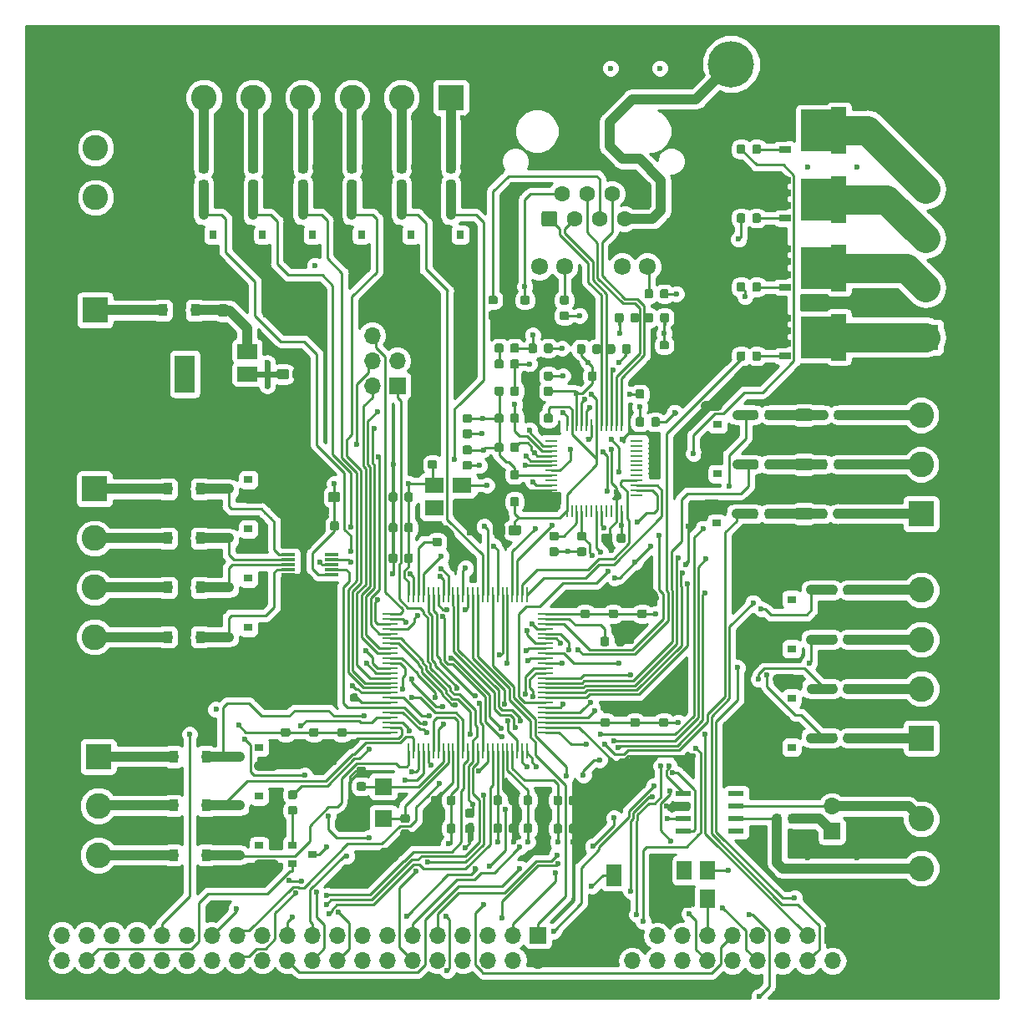
<source format=gbr>
%TF.GenerationSoftware,KiCad,Pcbnew,5.0.2+dfsg1-1*%
%TF.CreationDate,2021-02-11T15:39:11+01:00*%
%TF.ProjectId,ETH OPAMP DCMI FSMC CAN ENCODER CS1000,45544820-4f50-4414-9d50-2044434d4920,rev?*%
%TF.SameCoordinates,Original*%
%TF.FileFunction,Copper,L1,Top*%
%TF.FilePolarity,Positive*%
%FSLAX46Y46*%
G04 Gerber Fmt 4.6, Leading zero omitted, Abs format (unit mm)*
G04 Created by KiCad (PCBNEW 5.0.2+dfsg1-1) date tor 11 feb 2021 15:39:11*
%MOMM*%
%LPD*%
G01*
G04 APERTURE LIST*
%ADD10R,2.600000X2.600000*%
%ADD11C,2.600000*%
%ADD12C,0.100000*%
%ADD13C,0.875000*%
%ADD14C,1.050000*%
%ADD15C,1.720000*%
%ADD16C,1.600000*%
%ADD17R,1.600000X2.180000*%
%ADD18R,0.280000X1.500000*%
%ADD19R,1.500000X0.280000*%
%ADD20R,1.300000X0.250000*%
%ADD21R,0.250000X1.300000*%
%ADD22R,2.000000X3.800000*%
%ADD23R,2.000000X1.500000*%
%ADD24R,1.700000X1.700000*%
%ADD25O,1.700000X1.700000*%
%ADD26R,0.800000X0.900000*%
%ADD27R,0.900000X0.800000*%
%ADD28R,1.150000X0.700000*%
%ADD29R,3.300000X4.200000*%
%ADD30R,1.550000X4.700000*%
%ADD31R,0.900000X1.200000*%
%ADD32R,1.550000X0.600000*%
%ADD33R,1.400000X0.300000*%
%ADD34R,1.800000X1.750000*%
%ADD35R,1.500000X1.950000*%
%ADD36R,1.950000X1.500000*%
%ADD37C,1.250000*%
%ADD38C,4.700000*%
%ADD39C,0.600000*%
%ADD40C,1.000000*%
%ADD41C,0.250000*%
%ADD42C,0.600000*%
%ADD43C,1.000000*%
%ADD44C,3.000000*%
%ADD45C,0.254000*%
G04 APERTURE END LIST*
D10*
X142700000Y-82650000D03*
D11*
X142700000Y-87650000D03*
X142700000Y-92650000D03*
X142700000Y-97650000D03*
D12*
G36*
X194739691Y-105875053D02*
X194760926Y-105878203D01*
X194781750Y-105883419D01*
X194801962Y-105890651D01*
X194821368Y-105899830D01*
X194839781Y-105910866D01*
X194857024Y-105923654D01*
X194872930Y-105938070D01*
X194887346Y-105953976D01*
X194900134Y-105971219D01*
X194911170Y-105989632D01*
X194920349Y-106009038D01*
X194927581Y-106029250D01*
X194932797Y-106050074D01*
X194935947Y-106071309D01*
X194937000Y-106092750D01*
X194937000Y-106530250D01*
X194935947Y-106551691D01*
X194932797Y-106572926D01*
X194927581Y-106593750D01*
X194920349Y-106613962D01*
X194911170Y-106633368D01*
X194900134Y-106651781D01*
X194887346Y-106669024D01*
X194872930Y-106684930D01*
X194857024Y-106699346D01*
X194839781Y-106712134D01*
X194821368Y-106723170D01*
X194801962Y-106732349D01*
X194781750Y-106739581D01*
X194760926Y-106744797D01*
X194739691Y-106747947D01*
X194718250Y-106749000D01*
X194205750Y-106749000D01*
X194184309Y-106747947D01*
X194163074Y-106744797D01*
X194142250Y-106739581D01*
X194122038Y-106732349D01*
X194102632Y-106723170D01*
X194084219Y-106712134D01*
X194066976Y-106699346D01*
X194051070Y-106684930D01*
X194036654Y-106669024D01*
X194023866Y-106651781D01*
X194012830Y-106633368D01*
X194003651Y-106613962D01*
X193996419Y-106593750D01*
X193991203Y-106572926D01*
X193988053Y-106551691D01*
X193987000Y-106530250D01*
X193987000Y-106092750D01*
X193988053Y-106071309D01*
X193991203Y-106050074D01*
X193996419Y-106029250D01*
X194003651Y-106009038D01*
X194012830Y-105989632D01*
X194023866Y-105971219D01*
X194036654Y-105953976D01*
X194051070Y-105938070D01*
X194066976Y-105923654D01*
X194084219Y-105910866D01*
X194102632Y-105899830D01*
X194122038Y-105890651D01*
X194142250Y-105883419D01*
X194163074Y-105878203D01*
X194184309Y-105875053D01*
X194205750Y-105874000D01*
X194718250Y-105874000D01*
X194739691Y-105875053D01*
X194739691Y-105875053D01*
G37*
D13*
X194462000Y-106311500D03*
D12*
G36*
X194739691Y-104300053D02*
X194760926Y-104303203D01*
X194781750Y-104308419D01*
X194801962Y-104315651D01*
X194821368Y-104324830D01*
X194839781Y-104335866D01*
X194857024Y-104348654D01*
X194872930Y-104363070D01*
X194887346Y-104378976D01*
X194900134Y-104396219D01*
X194911170Y-104414632D01*
X194920349Y-104434038D01*
X194927581Y-104454250D01*
X194932797Y-104475074D01*
X194935947Y-104496309D01*
X194937000Y-104517750D01*
X194937000Y-104955250D01*
X194935947Y-104976691D01*
X194932797Y-104997926D01*
X194927581Y-105018750D01*
X194920349Y-105038962D01*
X194911170Y-105058368D01*
X194900134Y-105076781D01*
X194887346Y-105094024D01*
X194872930Y-105109930D01*
X194857024Y-105124346D01*
X194839781Y-105137134D01*
X194821368Y-105148170D01*
X194801962Y-105157349D01*
X194781750Y-105164581D01*
X194760926Y-105169797D01*
X194739691Y-105172947D01*
X194718250Y-105174000D01*
X194205750Y-105174000D01*
X194184309Y-105172947D01*
X194163074Y-105169797D01*
X194142250Y-105164581D01*
X194122038Y-105157349D01*
X194102632Y-105148170D01*
X194084219Y-105137134D01*
X194066976Y-105124346D01*
X194051070Y-105109930D01*
X194036654Y-105094024D01*
X194023866Y-105076781D01*
X194012830Y-105058368D01*
X194003651Y-105038962D01*
X193996419Y-105018750D01*
X193991203Y-104997926D01*
X193988053Y-104976691D01*
X193987000Y-104955250D01*
X193987000Y-104517750D01*
X193988053Y-104496309D01*
X193991203Y-104475074D01*
X193996419Y-104454250D01*
X194003651Y-104434038D01*
X194012830Y-104414632D01*
X194023866Y-104396219D01*
X194036654Y-104378976D01*
X194051070Y-104363070D01*
X194066976Y-104348654D01*
X194084219Y-104335866D01*
X194102632Y-104324830D01*
X194122038Y-104315651D01*
X194142250Y-104308419D01*
X194163074Y-104303203D01*
X194184309Y-104300053D01*
X194205750Y-104299000D01*
X194718250Y-104299000D01*
X194739691Y-104300053D01*
X194739691Y-104300053D01*
G37*
D13*
X194462000Y-104736500D03*
D12*
G36*
X189882691Y-113751053D02*
X189903926Y-113754203D01*
X189924750Y-113759419D01*
X189944962Y-113766651D01*
X189964368Y-113775830D01*
X189982781Y-113786866D01*
X190000024Y-113799654D01*
X190015930Y-113814070D01*
X190030346Y-113829976D01*
X190043134Y-113847219D01*
X190054170Y-113865632D01*
X190063349Y-113885038D01*
X190070581Y-113905250D01*
X190075797Y-113926074D01*
X190078947Y-113947309D01*
X190080000Y-113968750D01*
X190080000Y-114481250D01*
X190078947Y-114502691D01*
X190075797Y-114523926D01*
X190070581Y-114544750D01*
X190063349Y-114564962D01*
X190054170Y-114584368D01*
X190043134Y-114602781D01*
X190030346Y-114620024D01*
X190015930Y-114635930D01*
X190000024Y-114650346D01*
X189982781Y-114663134D01*
X189964368Y-114674170D01*
X189944962Y-114683349D01*
X189924750Y-114690581D01*
X189903926Y-114695797D01*
X189882691Y-114698947D01*
X189861250Y-114700000D01*
X189423750Y-114700000D01*
X189402309Y-114698947D01*
X189381074Y-114695797D01*
X189360250Y-114690581D01*
X189340038Y-114683349D01*
X189320632Y-114674170D01*
X189302219Y-114663134D01*
X189284976Y-114650346D01*
X189269070Y-114635930D01*
X189254654Y-114620024D01*
X189241866Y-114602781D01*
X189230830Y-114584368D01*
X189221651Y-114564962D01*
X189214419Y-114544750D01*
X189209203Y-114523926D01*
X189206053Y-114502691D01*
X189205000Y-114481250D01*
X189205000Y-113968750D01*
X189206053Y-113947309D01*
X189209203Y-113926074D01*
X189214419Y-113905250D01*
X189221651Y-113885038D01*
X189230830Y-113865632D01*
X189241866Y-113847219D01*
X189254654Y-113829976D01*
X189269070Y-113814070D01*
X189284976Y-113799654D01*
X189302219Y-113786866D01*
X189320632Y-113775830D01*
X189340038Y-113766651D01*
X189360250Y-113759419D01*
X189381074Y-113754203D01*
X189402309Y-113751053D01*
X189423750Y-113750000D01*
X189861250Y-113750000D01*
X189882691Y-113751053D01*
X189882691Y-113751053D01*
G37*
D13*
X189642500Y-114225000D03*
D12*
G36*
X191457691Y-113751053D02*
X191478926Y-113754203D01*
X191499750Y-113759419D01*
X191519962Y-113766651D01*
X191539368Y-113775830D01*
X191557781Y-113786866D01*
X191575024Y-113799654D01*
X191590930Y-113814070D01*
X191605346Y-113829976D01*
X191618134Y-113847219D01*
X191629170Y-113865632D01*
X191638349Y-113885038D01*
X191645581Y-113905250D01*
X191650797Y-113926074D01*
X191653947Y-113947309D01*
X191655000Y-113968750D01*
X191655000Y-114481250D01*
X191653947Y-114502691D01*
X191650797Y-114523926D01*
X191645581Y-114544750D01*
X191638349Y-114564962D01*
X191629170Y-114584368D01*
X191618134Y-114602781D01*
X191605346Y-114620024D01*
X191590930Y-114635930D01*
X191575024Y-114650346D01*
X191557781Y-114663134D01*
X191539368Y-114674170D01*
X191519962Y-114683349D01*
X191499750Y-114690581D01*
X191478926Y-114695797D01*
X191457691Y-114698947D01*
X191436250Y-114700000D01*
X190998750Y-114700000D01*
X190977309Y-114698947D01*
X190956074Y-114695797D01*
X190935250Y-114690581D01*
X190915038Y-114683349D01*
X190895632Y-114674170D01*
X190877219Y-114663134D01*
X190859976Y-114650346D01*
X190844070Y-114635930D01*
X190829654Y-114620024D01*
X190816866Y-114602781D01*
X190805830Y-114584368D01*
X190796651Y-114564962D01*
X190789419Y-114544750D01*
X190784203Y-114523926D01*
X190781053Y-114502691D01*
X190780000Y-114481250D01*
X190780000Y-113968750D01*
X190781053Y-113947309D01*
X190784203Y-113926074D01*
X190789419Y-113905250D01*
X190796651Y-113885038D01*
X190805830Y-113865632D01*
X190816866Y-113847219D01*
X190829654Y-113829976D01*
X190844070Y-113814070D01*
X190859976Y-113799654D01*
X190877219Y-113786866D01*
X190895632Y-113775830D01*
X190915038Y-113766651D01*
X190935250Y-113759419D01*
X190956074Y-113754203D01*
X190977309Y-113751053D01*
X190998750Y-113750000D01*
X191436250Y-113750000D01*
X191457691Y-113751053D01*
X191457691Y-113751053D01*
G37*
D13*
X191217500Y-114225000D03*
D12*
G36*
X185377691Y-113726053D02*
X185398926Y-113729203D01*
X185419750Y-113734419D01*
X185439962Y-113741651D01*
X185459368Y-113750830D01*
X185477781Y-113761866D01*
X185495024Y-113774654D01*
X185510930Y-113789070D01*
X185525346Y-113804976D01*
X185538134Y-113822219D01*
X185549170Y-113840632D01*
X185558349Y-113860038D01*
X185565581Y-113880250D01*
X185570797Y-113901074D01*
X185573947Y-113922309D01*
X185575000Y-113943750D01*
X185575000Y-114456250D01*
X185573947Y-114477691D01*
X185570797Y-114498926D01*
X185565581Y-114519750D01*
X185558349Y-114539962D01*
X185549170Y-114559368D01*
X185538134Y-114577781D01*
X185525346Y-114595024D01*
X185510930Y-114610930D01*
X185495024Y-114625346D01*
X185477781Y-114638134D01*
X185459368Y-114649170D01*
X185439962Y-114658349D01*
X185419750Y-114665581D01*
X185398926Y-114670797D01*
X185377691Y-114673947D01*
X185356250Y-114675000D01*
X184918750Y-114675000D01*
X184897309Y-114673947D01*
X184876074Y-114670797D01*
X184855250Y-114665581D01*
X184835038Y-114658349D01*
X184815632Y-114649170D01*
X184797219Y-114638134D01*
X184779976Y-114625346D01*
X184764070Y-114610930D01*
X184749654Y-114595024D01*
X184736866Y-114577781D01*
X184725830Y-114559368D01*
X184716651Y-114539962D01*
X184709419Y-114519750D01*
X184704203Y-114498926D01*
X184701053Y-114477691D01*
X184700000Y-114456250D01*
X184700000Y-113943750D01*
X184701053Y-113922309D01*
X184704203Y-113901074D01*
X184709419Y-113880250D01*
X184716651Y-113860038D01*
X184725830Y-113840632D01*
X184736866Y-113822219D01*
X184749654Y-113804976D01*
X184764070Y-113789070D01*
X184779976Y-113774654D01*
X184797219Y-113761866D01*
X184815632Y-113750830D01*
X184835038Y-113741651D01*
X184855250Y-113734419D01*
X184876074Y-113729203D01*
X184897309Y-113726053D01*
X184918750Y-113725000D01*
X185356250Y-113725000D01*
X185377691Y-113726053D01*
X185377691Y-113726053D01*
G37*
D13*
X185137500Y-114200000D03*
D12*
G36*
X183802691Y-113726053D02*
X183823926Y-113729203D01*
X183844750Y-113734419D01*
X183864962Y-113741651D01*
X183884368Y-113750830D01*
X183902781Y-113761866D01*
X183920024Y-113774654D01*
X183935930Y-113789070D01*
X183950346Y-113804976D01*
X183963134Y-113822219D01*
X183974170Y-113840632D01*
X183983349Y-113860038D01*
X183990581Y-113880250D01*
X183995797Y-113901074D01*
X183998947Y-113922309D01*
X184000000Y-113943750D01*
X184000000Y-114456250D01*
X183998947Y-114477691D01*
X183995797Y-114498926D01*
X183990581Y-114519750D01*
X183983349Y-114539962D01*
X183974170Y-114559368D01*
X183963134Y-114577781D01*
X183950346Y-114595024D01*
X183935930Y-114610930D01*
X183920024Y-114625346D01*
X183902781Y-114638134D01*
X183884368Y-114649170D01*
X183864962Y-114658349D01*
X183844750Y-114665581D01*
X183823926Y-114670797D01*
X183802691Y-114673947D01*
X183781250Y-114675000D01*
X183343750Y-114675000D01*
X183322309Y-114673947D01*
X183301074Y-114670797D01*
X183280250Y-114665581D01*
X183260038Y-114658349D01*
X183240632Y-114649170D01*
X183222219Y-114638134D01*
X183204976Y-114625346D01*
X183189070Y-114610930D01*
X183174654Y-114595024D01*
X183161866Y-114577781D01*
X183150830Y-114559368D01*
X183141651Y-114539962D01*
X183134419Y-114519750D01*
X183129203Y-114498926D01*
X183126053Y-114477691D01*
X183125000Y-114456250D01*
X183125000Y-113943750D01*
X183126053Y-113922309D01*
X183129203Y-113901074D01*
X183134419Y-113880250D01*
X183141651Y-113860038D01*
X183150830Y-113840632D01*
X183161866Y-113822219D01*
X183174654Y-113804976D01*
X183189070Y-113789070D01*
X183204976Y-113774654D01*
X183222219Y-113761866D01*
X183240632Y-113750830D01*
X183260038Y-113741651D01*
X183280250Y-113734419D01*
X183301074Y-113729203D01*
X183322309Y-113726053D01*
X183343750Y-113725000D01*
X183781250Y-113725000D01*
X183802691Y-113726053D01*
X183802691Y-113726053D01*
G37*
D13*
X183562500Y-114200000D03*
D12*
G36*
X191457691Y-116609053D02*
X191478926Y-116612203D01*
X191499750Y-116617419D01*
X191519962Y-116624651D01*
X191539368Y-116633830D01*
X191557781Y-116644866D01*
X191575024Y-116657654D01*
X191590930Y-116672070D01*
X191605346Y-116687976D01*
X191618134Y-116705219D01*
X191629170Y-116723632D01*
X191638349Y-116743038D01*
X191645581Y-116763250D01*
X191650797Y-116784074D01*
X191653947Y-116805309D01*
X191655000Y-116826750D01*
X191655000Y-117339250D01*
X191653947Y-117360691D01*
X191650797Y-117381926D01*
X191645581Y-117402750D01*
X191638349Y-117422962D01*
X191629170Y-117442368D01*
X191618134Y-117460781D01*
X191605346Y-117478024D01*
X191590930Y-117493930D01*
X191575024Y-117508346D01*
X191557781Y-117521134D01*
X191539368Y-117532170D01*
X191519962Y-117541349D01*
X191499750Y-117548581D01*
X191478926Y-117553797D01*
X191457691Y-117556947D01*
X191436250Y-117558000D01*
X190998750Y-117558000D01*
X190977309Y-117556947D01*
X190956074Y-117553797D01*
X190935250Y-117548581D01*
X190915038Y-117541349D01*
X190895632Y-117532170D01*
X190877219Y-117521134D01*
X190859976Y-117508346D01*
X190844070Y-117493930D01*
X190829654Y-117478024D01*
X190816866Y-117460781D01*
X190805830Y-117442368D01*
X190796651Y-117422962D01*
X190789419Y-117402750D01*
X190784203Y-117381926D01*
X190781053Y-117360691D01*
X190780000Y-117339250D01*
X190780000Y-116826750D01*
X190781053Y-116805309D01*
X190784203Y-116784074D01*
X190789419Y-116763250D01*
X190796651Y-116743038D01*
X190805830Y-116723632D01*
X190816866Y-116705219D01*
X190829654Y-116687976D01*
X190844070Y-116672070D01*
X190859976Y-116657654D01*
X190877219Y-116644866D01*
X190895632Y-116633830D01*
X190915038Y-116624651D01*
X190935250Y-116617419D01*
X190956074Y-116612203D01*
X190977309Y-116609053D01*
X190998750Y-116608000D01*
X191436250Y-116608000D01*
X191457691Y-116609053D01*
X191457691Y-116609053D01*
G37*
D13*
X191217500Y-117083000D03*
D12*
G36*
X189882691Y-116609053D02*
X189903926Y-116612203D01*
X189924750Y-116617419D01*
X189944962Y-116624651D01*
X189964368Y-116633830D01*
X189982781Y-116644866D01*
X190000024Y-116657654D01*
X190015930Y-116672070D01*
X190030346Y-116687976D01*
X190043134Y-116705219D01*
X190054170Y-116723632D01*
X190063349Y-116743038D01*
X190070581Y-116763250D01*
X190075797Y-116784074D01*
X190078947Y-116805309D01*
X190080000Y-116826750D01*
X190080000Y-117339250D01*
X190078947Y-117360691D01*
X190075797Y-117381926D01*
X190070581Y-117402750D01*
X190063349Y-117422962D01*
X190054170Y-117442368D01*
X190043134Y-117460781D01*
X190030346Y-117478024D01*
X190015930Y-117493930D01*
X190000024Y-117508346D01*
X189982781Y-117521134D01*
X189964368Y-117532170D01*
X189944962Y-117541349D01*
X189924750Y-117548581D01*
X189903926Y-117553797D01*
X189882691Y-117556947D01*
X189861250Y-117558000D01*
X189423750Y-117558000D01*
X189402309Y-117556947D01*
X189381074Y-117553797D01*
X189360250Y-117548581D01*
X189340038Y-117541349D01*
X189320632Y-117532170D01*
X189302219Y-117521134D01*
X189284976Y-117508346D01*
X189269070Y-117493930D01*
X189254654Y-117478024D01*
X189241866Y-117460781D01*
X189230830Y-117442368D01*
X189221651Y-117422962D01*
X189214419Y-117402750D01*
X189209203Y-117381926D01*
X189206053Y-117360691D01*
X189205000Y-117339250D01*
X189205000Y-116826750D01*
X189206053Y-116805309D01*
X189209203Y-116784074D01*
X189214419Y-116763250D01*
X189221651Y-116743038D01*
X189230830Y-116723632D01*
X189241866Y-116705219D01*
X189254654Y-116687976D01*
X189269070Y-116672070D01*
X189284976Y-116657654D01*
X189302219Y-116644866D01*
X189320632Y-116633830D01*
X189340038Y-116624651D01*
X189360250Y-116617419D01*
X189381074Y-116612203D01*
X189402309Y-116609053D01*
X189423750Y-116608000D01*
X189861250Y-116608000D01*
X189882691Y-116609053D01*
X189882691Y-116609053D01*
G37*
D13*
X189642500Y-117083000D03*
D12*
G36*
X179078691Y-116594053D02*
X179099926Y-116597203D01*
X179120750Y-116602419D01*
X179140962Y-116609651D01*
X179160368Y-116618830D01*
X179178781Y-116629866D01*
X179196024Y-116642654D01*
X179211930Y-116657070D01*
X179226346Y-116672976D01*
X179239134Y-116690219D01*
X179250170Y-116708632D01*
X179259349Y-116728038D01*
X179266581Y-116748250D01*
X179271797Y-116769074D01*
X179274947Y-116790309D01*
X179276000Y-116811750D01*
X179276000Y-117324250D01*
X179274947Y-117345691D01*
X179271797Y-117366926D01*
X179266581Y-117387750D01*
X179259349Y-117407962D01*
X179250170Y-117427368D01*
X179239134Y-117445781D01*
X179226346Y-117463024D01*
X179211930Y-117478930D01*
X179196024Y-117493346D01*
X179178781Y-117506134D01*
X179160368Y-117517170D01*
X179140962Y-117526349D01*
X179120750Y-117533581D01*
X179099926Y-117538797D01*
X179078691Y-117541947D01*
X179057250Y-117543000D01*
X178619750Y-117543000D01*
X178598309Y-117541947D01*
X178577074Y-117538797D01*
X178556250Y-117533581D01*
X178536038Y-117526349D01*
X178516632Y-117517170D01*
X178498219Y-117506134D01*
X178480976Y-117493346D01*
X178465070Y-117478930D01*
X178450654Y-117463024D01*
X178437866Y-117445781D01*
X178426830Y-117427368D01*
X178417651Y-117407962D01*
X178410419Y-117387750D01*
X178405203Y-117366926D01*
X178402053Y-117345691D01*
X178401000Y-117324250D01*
X178401000Y-116811750D01*
X178402053Y-116790309D01*
X178405203Y-116769074D01*
X178410419Y-116748250D01*
X178417651Y-116728038D01*
X178426830Y-116708632D01*
X178437866Y-116690219D01*
X178450654Y-116672976D01*
X178465070Y-116657070D01*
X178480976Y-116642654D01*
X178498219Y-116629866D01*
X178516632Y-116618830D01*
X178536038Y-116609651D01*
X178556250Y-116602419D01*
X178577074Y-116597203D01*
X178598309Y-116594053D01*
X178619750Y-116593000D01*
X179057250Y-116593000D01*
X179078691Y-116594053D01*
X179078691Y-116594053D01*
G37*
D13*
X178838500Y-117068000D03*
D12*
G36*
X177503691Y-116594053D02*
X177524926Y-116597203D01*
X177545750Y-116602419D01*
X177565962Y-116609651D01*
X177585368Y-116618830D01*
X177603781Y-116629866D01*
X177621024Y-116642654D01*
X177636930Y-116657070D01*
X177651346Y-116672976D01*
X177664134Y-116690219D01*
X177675170Y-116708632D01*
X177684349Y-116728038D01*
X177691581Y-116748250D01*
X177696797Y-116769074D01*
X177699947Y-116790309D01*
X177701000Y-116811750D01*
X177701000Y-117324250D01*
X177699947Y-117345691D01*
X177696797Y-117366926D01*
X177691581Y-117387750D01*
X177684349Y-117407962D01*
X177675170Y-117427368D01*
X177664134Y-117445781D01*
X177651346Y-117463024D01*
X177636930Y-117478930D01*
X177621024Y-117493346D01*
X177603781Y-117506134D01*
X177585368Y-117517170D01*
X177565962Y-117526349D01*
X177545750Y-117533581D01*
X177524926Y-117538797D01*
X177503691Y-117541947D01*
X177482250Y-117543000D01*
X177044750Y-117543000D01*
X177023309Y-117541947D01*
X177002074Y-117538797D01*
X176981250Y-117533581D01*
X176961038Y-117526349D01*
X176941632Y-117517170D01*
X176923219Y-117506134D01*
X176905976Y-117493346D01*
X176890070Y-117478930D01*
X176875654Y-117463024D01*
X176862866Y-117445781D01*
X176851830Y-117427368D01*
X176842651Y-117407962D01*
X176835419Y-117387750D01*
X176830203Y-117366926D01*
X176827053Y-117345691D01*
X176826000Y-117324250D01*
X176826000Y-116811750D01*
X176827053Y-116790309D01*
X176830203Y-116769074D01*
X176835419Y-116748250D01*
X176842651Y-116728038D01*
X176851830Y-116708632D01*
X176862866Y-116690219D01*
X176875654Y-116672976D01*
X176890070Y-116657070D01*
X176905976Y-116642654D01*
X176923219Y-116629866D01*
X176941632Y-116618830D01*
X176961038Y-116609651D01*
X176981250Y-116602419D01*
X177002074Y-116597203D01*
X177023309Y-116594053D01*
X177044750Y-116593000D01*
X177482250Y-116593000D01*
X177503691Y-116594053D01*
X177503691Y-116594053D01*
G37*
D13*
X177263500Y-117068000D03*
D12*
G36*
X186850691Y-113726053D02*
X186871926Y-113729203D01*
X186892750Y-113734419D01*
X186912962Y-113741651D01*
X186932368Y-113750830D01*
X186950781Y-113761866D01*
X186968024Y-113774654D01*
X186983930Y-113789070D01*
X186998346Y-113804976D01*
X187011134Y-113822219D01*
X187022170Y-113840632D01*
X187031349Y-113860038D01*
X187038581Y-113880250D01*
X187043797Y-113901074D01*
X187046947Y-113922309D01*
X187048000Y-113943750D01*
X187048000Y-114456250D01*
X187046947Y-114477691D01*
X187043797Y-114498926D01*
X187038581Y-114519750D01*
X187031349Y-114539962D01*
X187022170Y-114559368D01*
X187011134Y-114577781D01*
X186998346Y-114595024D01*
X186983930Y-114610930D01*
X186968024Y-114625346D01*
X186950781Y-114638134D01*
X186932368Y-114649170D01*
X186912962Y-114658349D01*
X186892750Y-114665581D01*
X186871926Y-114670797D01*
X186850691Y-114673947D01*
X186829250Y-114675000D01*
X186391750Y-114675000D01*
X186370309Y-114673947D01*
X186349074Y-114670797D01*
X186328250Y-114665581D01*
X186308038Y-114658349D01*
X186288632Y-114649170D01*
X186270219Y-114638134D01*
X186252976Y-114625346D01*
X186237070Y-114610930D01*
X186222654Y-114595024D01*
X186209866Y-114577781D01*
X186198830Y-114559368D01*
X186189651Y-114539962D01*
X186182419Y-114519750D01*
X186177203Y-114498926D01*
X186174053Y-114477691D01*
X186173000Y-114456250D01*
X186173000Y-113943750D01*
X186174053Y-113922309D01*
X186177203Y-113901074D01*
X186182419Y-113880250D01*
X186189651Y-113860038D01*
X186198830Y-113840632D01*
X186209866Y-113822219D01*
X186222654Y-113804976D01*
X186237070Y-113789070D01*
X186252976Y-113774654D01*
X186270219Y-113761866D01*
X186288632Y-113750830D01*
X186308038Y-113741651D01*
X186328250Y-113734419D01*
X186349074Y-113729203D01*
X186370309Y-113726053D01*
X186391750Y-113725000D01*
X186829250Y-113725000D01*
X186850691Y-113726053D01*
X186850691Y-113726053D01*
G37*
D13*
X186610500Y-114200000D03*
D12*
G36*
X188425691Y-113726053D02*
X188446926Y-113729203D01*
X188467750Y-113734419D01*
X188487962Y-113741651D01*
X188507368Y-113750830D01*
X188525781Y-113761866D01*
X188543024Y-113774654D01*
X188558930Y-113789070D01*
X188573346Y-113804976D01*
X188586134Y-113822219D01*
X188597170Y-113840632D01*
X188606349Y-113860038D01*
X188613581Y-113880250D01*
X188618797Y-113901074D01*
X188621947Y-113922309D01*
X188623000Y-113943750D01*
X188623000Y-114456250D01*
X188621947Y-114477691D01*
X188618797Y-114498926D01*
X188613581Y-114519750D01*
X188606349Y-114539962D01*
X188597170Y-114559368D01*
X188586134Y-114577781D01*
X188573346Y-114595024D01*
X188558930Y-114610930D01*
X188543024Y-114625346D01*
X188525781Y-114638134D01*
X188507368Y-114649170D01*
X188487962Y-114658349D01*
X188467750Y-114665581D01*
X188446926Y-114670797D01*
X188425691Y-114673947D01*
X188404250Y-114675000D01*
X187966750Y-114675000D01*
X187945309Y-114673947D01*
X187924074Y-114670797D01*
X187903250Y-114665581D01*
X187883038Y-114658349D01*
X187863632Y-114649170D01*
X187845219Y-114638134D01*
X187827976Y-114625346D01*
X187812070Y-114610930D01*
X187797654Y-114595024D01*
X187784866Y-114577781D01*
X187773830Y-114559368D01*
X187764651Y-114539962D01*
X187757419Y-114519750D01*
X187752203Y-114498926D01*
X187749053Y-114477691D01*
X187748000Y-114456250D01*
X187748000Y-113943750D01*
X187749053Y-113922309D01*
X187752203Y-113901074D01*
X187757419Y-113880250D01*
X187764651Y-113860038D01*
X187773830Y-113840632D01*
X187784866Y-113822219D01*
X187797654Y-113804976D01*
X187812070Y-113789070D01*
X187827976Y-113774654D01*
X187845219Y-113761866D01*
X187863632Y-113750830D01*
X187883038Y-113741651D01*
X187903250Y-113734419D01*
X187924074Y-113729203D01*
X187945309Y-113726053D01*
X187966750Y-113725000D01*
X188404250Y-113725000D01*
X188425691Y-113726053D01*
X188425691Y-113726053D01*
G37*
D13*
X188185500Y-114200000D03*
D12*
G36*
X173188691Y-89188053D02*
X173209926Y-89191203D01*
X173230750Y-89196419D01*
X173250962Y-89203651D01*
X173270368Y-89212830D01*
X173288781Y-89223866D01*
X173306024Y-89236654D01*
X173321930Y-89251070D01*
X173336346Y-89266976D01*
X173349134Y-89284219D01*
X173360170Y-89302632D01*
X173369349Y-89322038D01*
X173376581Y-89342250D01*
X173381797Y-89363074D01*
X173384947Y-89384309D01*
X173386000Y-89405750D01*
X173386000Y-89918250D01*
X173384947Y-89939691D01*
X173381797Y-89960926D01*
X173376581Y-89981750D01*
X173369349Y-90001962D01*
X173360170Y-90021368D01*
X173349134Y-90039781D01*
X173336346Y-90057024D01*
X173321930Y-90072930D01*
X173306024Y-90087346D01*
X173288781Y-90100134D01*
X173270368Y-90111170D01*
X173250962Y-90120349D01*
X173230750Y-90127581D01*
X173209926Y-90132797D01*
X173188691Y-90135947D01*
X173167250Y-90137000D01*
X172729750Y-90137000D01*
X172708309Y-90135947D01*
X172687074Y-90132797D01*
X172666250Y-90127581D01*
X172646038Y-90120349D01*
X172626632Y-90111170D01*
X172608219Y-90100134D01*
X172590976Y-90087346D01*
X172575070Y-90072930D01*
X172560654Y-90057024D01*
X172547866Y-90039781D01*
X172536830Y-90021368D01*
X172527651Y-90001962D01*
X172520419Y-89981750D01*
X172515203Y-89960926D01*
X172512053Y-89939691D01*
X172511000Y-89918250D01*
X172511000Y-89405750D01*
X172512053Y-89384309D01*
X172515203Y-89363074D01*
X172520419Y-89342250D01*
X172527651Y-89322038D01*
X172536830Y-89302632D01*
X172547866Y-89284219D01*
X172560654Y-89266976D01*
X172575070Y-89251070D01*
X172590976Y-89236654D01*
X172608219Y-89223866D01*
X172626632Y-89212830D01*
X172646038Y-89203651D01*
X172666250Y-89196419D01*
X172687074Y-89191203D01*
X172708309Y-89188053D01*
X172729750Y-89187000D01*
X173167250Y-89187000D01*
X173188691Y-89188053D01*
X173188691Y-89188053D01*
G37*
D13*
X172948500Y-89662000D03*
D12*
G36*
X174763691Y-89188053D02*
X174784926Y-89191203D01*
X174805750Y-89196419D01*
X174825962Y-89203651D01*
X174845368Y-89212830D01*
X174863781Y-89223866D01*
X174881024Y-89236654D01*
X174896930Y-89251070D01*
X174911346Y-89266976D01*
X174924134Y-89284219D01*
X174935170Y-89302632D01*
X174944349Y-89322038D01*
X174951581Y-89342250D01*
X174956797Y-89363074D01*
X174959947Y-89384309D01*
X174961000Y-89405750D01*
X174961000Y-89918250D01*
X174959947Y-89939691D01*
X174956797Y-89960926D01*
X174951581Y-89981750D01*
X174944349Y-90001962D01*
X174935170Y-90021368D01*
X174924134Y-90039781D01*
X174911346Y-90057024D01*
X174896930Y-90072930D01*
X174881024Y-90087346D01*
X174863781Y-90100134D01*
X174845368Y-90111170D01*
X174825962Y-90120349D01*
X174805750Y-90127581D01*
X174784926Y-90132797D01*
X174763691Y-90135947D01*
X174742250Y-90137000D01*
X174304750Y-90137000D01*
X174283309Y-90135947D01*
X174262074Y-90132797D01*
X174241250Y-90127581D01*
X174221038Y-90120349D01*
X174201632Y-90111170D01*
X174183219Y-90100134D01*
X174165976Y-90087346D01*
X174150070Y-90072930D01*
X174135654Y-90057024D01*
X174122866Y-90039781D01*
X174111830Y-90021368D01*
X174102651Y-90001962D01*
X174095419Y-89981750D01*
X174090203Y-89960926D01*
X174087053Y-89939691D01*
X174086000Y-89918250D01*
X174086000Y-89405750D01*
X174087053Y-89384309D01*
X174090203Y-89363074D01*
X174095419Y-89342250D01*
X174102651Y-89322038D01*
X174111830Y-89302632D01*
X174122866Y-89284219D01*
X174135654Y-89266976D01*
X174150070Y-89251070D01*
X174165976Y-89236654D01*
X174183219Y-89223866D01*
X174201632Y-89212830D01*
X174221038Y-89203651D01*
X174241250Y-89196419D01*
X174262074Y-89191203D01*
X174283309Y-89188053D01*
X174304750Y-89187000D01*
X174742250Y-89187000D01*
X174763691Y-89188053D01*
X174763691Y-89188053D01*
G37*
D13*
X174523500Y-89662000D03*
D12*
G36*
X188425691Y-116584053D02*
X188446926Y-116587203D01*
X188467750Y-116592419D01*
X188487962Y-116599651D01*
X188507368Y-116608830D01*
X188525781Y-116619866D01*
X188543024Y-116632654D01*
X188558930Y-116647070D01*
X188573346Y-116662976D01*
X188586134Y-116680219D01*
X188597170Y-116698632D01*
X188606349Y-116718038D01*
X188613581Y-116738250D01*
X188618797Y-116759074D01*
X188621947Y-116780309D01*
X188623000Y-116801750D01*
X188623000Y-117314250D01*
X188621947Y-117335691D01*
X188618797Y-117356926D01*
X188613581Y-117377750D01*
X188606349Y-117397962D01*
X188597170Y-117417368D01*
X188586134Y-117435781D01*
X188573346Y-117453024D01*
X188558930Y-117468930D01*
X188543024Y-117483346D01*
X188525781Y-117496134D01*
X188507368Y-117507170D01*
X188487962Y-117516349D01*
X188467750Y-117523581D01*
X188446926Y-117528797D01*
X188425691Y-117531947D01*
X188404250Y-117533000D01*
X187966750Y-117533000D01*
X187945309Y-117531947D01*
X187924074Y-117528797D01*
X187903250Y-117523581D01*
X187883038Y-117516349D01*
X187863632Y-117507170D01*
X187845219Y-117496134D01*
X187827976Y-117483346D01*
X187812070Y-117468930D01*
X187797654Y-117453024D01*
X187784866Y-117435781D01*
X187773830Y-117417368D01*
X187764651Y-117397962D01*
X187757419Y-117377750D01*
X187752203Y-117356926D01*
X187749053Y-117335691D01*
X187748000Y-117314250D01*
X187748000Y-116801750D01*
X187749053Y-116780309D01*
X187752203Y-116759074D01*
X187757419Y-116738250D01*
X187764651Y-116718038D01*
X187773830Y-116698632D01*
X187784866Y-116680219D01*
X187797654Y-116662976D01*
X187812070Y-116647070D01*
X187827976Y-116632654D01*
X187845219Y-116619866D01*
X187863632Y-116608830D01*
X187883038Y-116599651D01*
X187903250Y-116592419D01*
X187924074Y-116587203D01*
X187945309Y-116584053D01*
X187966750Y-116583000D01*
X188404250Y-116583000D01*
X188425691Y-116584053D01*
X188425691Y-116584053D01*
G37*
D13*
X188185500Y-117058000D03*
D12*
G36*
X186850691Y-116584053D02*
X186871926Y-116587203D01*
X186892750Y-116592419D01*
X186912962Y-116599651D01*
X186932368Y-116608830D01*
X186950781Y-116619866D01*
X186968024Y-116632654D01*
X186983930Y-116647070D01*
X186998346Y-116662976D01*
X187011134Y-116680219D01*
X187022170Y-116698632D01*
X187031349Y-116718038D01*
X187038581Y-116738250D01*
X187043797Y-116759074D01*
X187046947Y-116780309D01*
X187048000Y-116801750D01*
X187048000Y-117314250D01*
X187046947Y-117335691D01*
X187043797Y-117356926D01*
X187038581Y-117377750D01*
X187031349Y-117397962D01*
X187022170Y-117417368D01*
X187011134Y-117435781D01*
X186998346Y-117453024D01*
X186983930Y-117468930D01*
X186968024Y-117483346D01*
X186950781Y-117496134D01*
X186932368Y-117507170D01*
X186912962Y-117516349D01*
X186892750Y-117523581D01*
X186871926Y-117528797D01*
X186850691Y-117531947D01*
X186829250Y-117533000D01*
X186391750Y-117533000D01*
X186370309Y-117531947D01*
X186349074Y-117528797D01*
X186328250Y-117523581D01*
X186308038Y-117516349D01*
X186288632Y-117507170D01*
X186270219Y-117496134D01*
X186252976Y-117483346D01*
X186237070Y-117468930D01*
X186222654Y-117453024D01*
X186209866Y-117435781D01*
X186198830Y-117417368D01*
X186189651Y-117397962D01*
X186182419Y-117377750D01*
X186177203Y-117356926D01*
X186174053Y-117335691D01*
X186173000Y-117314250D01*
X186173000Y-116801750D01*
X186174053Y-116780309D01*
X186177203Y-116759074D01*
X186182419Y-116738250D01*
X186189651Y-116718038D01*
X186198830Y-116698632D01*
X186209866Y-116680219D01*
X186222654Y-116662976D01*
X186237070Y-116647070D01*
X186252976Y-116632654D01*
X186270219Y-116619866D01*
X186288632Y-116608830D01*
X186308038Y-116599651D01*
X186328250Y-116592419D01*
X186349074Y-116587203D01*
X186370309Y-116584053D01*
X186391750Y-116583000D01*
X186829250Y-116583000D01*
X186850691Y-116584053D01*
X186850691Y-116584053D01*
G37*
D13*
X186610500Y-117058000D03*
D12*
G36*
X168053691Y-106880053D02*
X168074926Y-106883203D01*
X168095750Y-106888419D01*
X168115962Y-106895651D01*
X168135368Y-106904830D01*
X168153781Y-106915866D01*
X168171024Y-106928654D01*
X168186930Y-106943070D01*
X168201346Y-106958976D01*
X168214134Y-106976219D01*
X168225170Y-106994632D01*
X168234349Y-107014038D01*
X168241581Y-107034250D01*
X168246797Y-107055074D01*
X168249947Y-107076309D01*
X168251000Y-107097750D01*
X168251000Y-107535250D01*
X168249947Y-107556691D01*
X168246797Y-107577926D01*
X168241581Y-107598750D01*
X168234349Y-107618962D01*
X168225170Y-107638368D01*
X168214134Y-107656781D01*
X168201346Y-107674024D01*
X168186930Y-107689930D01*
X168171024Y-107704346D01*
X168153781Y-107717134D01*
X168135368Y-107728170D01*
X168115962Y-107737349D01*
X168095750Y-107744581D01*
X168074926Y-107749797D01*
X168053691Y-107752947D01*
X168032250Y-107754000D01*
X167519750Y-107754000D01*
X167498309Y-107752947D01*
X167477074Y-107749797D01*
X167456250Y-107744581D01*
X167436038Y-107737349D01*
X167416632Y-107728170D01*
X167398219Y-107717134D01*
X167380976Y-107704346D01*
X167365070Y-107689930D01*
X167350654Y-107674024D01*
X167337866Y-107656781D01*
X167326830Y-107638368D01*
X167317651Y-107618962D01*
X167310419Y-107598750D01*
X167305203Y-107577926D01*
X167302053Y-107556691D01*
X167301000Y-107535250D01*
X167301000Y-107097750D01*
X167302053Y-107076309D01*
X167305203Y-107055074D01*
X167310419Y-107034250D01*
X167317651Y-107014038D01*
X167326830Y-106994632D01*
X167337866Y-106976219D01*
X167350654Y-106958976D01*
X167365070Y-106943070D01*
X167380976Y-106928654D01*
X167398219Y-106915866D01*
X167416632Y-106904830D01*
X167436038Y-106895651D01*
X167456250Y-106888419D01*
X167477074Y-106883203D01*
X167498309Y-106880053D01*
X167519750Y-106879000D01*
X168032250Y-106879000D01*
X168053691Y-106880053D01*
X168053691Y-106880053D01*
G37*
D13*
X167776000Y-107316500D03*
D12*
G36*
X168053691Y-108455053D02*
X168074926Y-108458203D01*
X168095750Y-108463419D01*
X168115962Y-108470651D01*
X168135368Y-108479830D01*
X168153781Y-108490866D01*
X168171024Y-108503654D01*
X168186930Y-108518070D01*
X168201346Y-108533976D01*
X168214134Y-108551219D01*
X168225170Y-108569632D01*
X168234349Y-108589038D01*
X168241581Y-108609250D01*
X168246797Y-108630074D01*
X168249947Y-108651309D01*
X168251000Y-108672750D01*
X168251000Y-109110250D01*
X168249947Y-109131691D01*
X168246797Y-109152926D01*
X168241581Y-109173750D01*
X168234349Y-109193962D01*
X168225170Y-109213368D01*
X168214134Y-109231781D01*
X168201346Y-109249024D01*
X168186930Y-109264930D01*
X168171024Y-109279346D01*
X168153781Y-109292134D01*
X168135368Y-109303170D01*
X168115962Y-109312349D01*
X168095750Y-109319581D01*
X168074926Y-109324797D01*
X168053691Y-109327947D01*
X168032250Y-109329000D01*
X167519750Y-109329000D01*
X167498309Y-109327947D01*
X167477074Y-109324797D01*
X167456250Y-109319581D01*
X167436038Y-109312349D01*
X167416632Y-109303170D01*
X167398219Y-109292134D01*
X167380976Y-109279346D01*
X167365070Y-109264930D01*
X167350654Y-109249024D01*
X167337866Y-109231781D01*
X167326830Y-109213368D01*
X167317651Y-109193962D01*
X167310419Y-109173750D01*
X167305203Y-109152926D01*
X167302053Y-109131691D01*
X167301000Y-109110250D01*
X167301000Y-108672750D01*
X167302053Y-108651309D01*
X167305203Y-108630074D01*
X167310419Y-108609250D01*
X167317651Y-108589038D01*
X167326830Y-108569632D01*
X167337866Y-108551219D01*
X167350654Y-108533976D01*
X167365070Y-108518070D01*
X167380976Y-108503654D01*
X167398219Y-108490866D01*
X167416632Y-108479830D01*
X167436038Y-108470651D01*
X167456250Y-108463419D01*
X167477074Y-108458203D01*
X167498309Y-108455053D01*
X167519750Y-108454000D01*
X168032250Y-108454000D01*
X168053691Y-108455053D01*
X168053691Y-108455053D01*
G37*
D13*
X167776000Y-108891500D03*
D12*
G36*
X185377691Y-116584053D02*
X185398926Y-116587203D01*
X185419750Y-116592419D01*
X185439962Y-116599651D01*
X185459368Y-116608830D01*
X185477781Y-116619866D01*
X185495024Y-116632654D01*
X185510930Y-116647070D01*
X185525346Y-116662976D01*
X185538134Y-116680219D01*
X185549170Y-116698632D01*
X185558349Y-116718038D01*
X185565581Y-116738250D01*
X185570797Y-116759074D01*
X185573947Y-116780309D01*
X185575000Y-116801750D01*
X185575000Y-117314250D01*
X185573947Y-117335691D01*
X185570797Y-117356926D01*
X185565581Y-117377750D01*
X185558349Y-117397962D01*
X185549170Y-117417368D01*
X185538134Y-117435781D01*
X185525346Y-117453024D01*
X185510930Y-117468930D01*
X185495024Y-117483346D01*
X185477781Y-117496134D01*
X185459368Y-117507170D01*
X185439962Y-117516349D01*
X185419750Y-117523581D01*
X185398926Y-117528797D01*
X185377691Y-117531947D01*
X185356250Y-117533000D01*
X184918750Y-117533000D01*
X184897309Y-117531947D01*
X184876074Y-117528797D01*
X184855250Y-117523581D01*
X184835038Y-117516349D01*
X184815632Y-117507170D01*
X184797219Y-117496134D01*
X184779976Y-117483346D01*
X184764070Y-117468930D01*
X184749654Y-117453024D01*
X184736866Y-117435781D01*
X184725830Y-117417368D01*
X184716651Y-117397962D01*
X184709419Y-117377750D01*
X184704203Y-117356926D01*
X184701053Y-117335691D01*
X184700000Y-117314250D01*
X184700000Y-116801750D01*
X184701053Y-116780309D01*
X184704203Y-116759074D01*
X184709419Y-116738250D01*
X184716651Y-116718038D01*
X184725830Y-116698632D01*
X184736866Y-116680219D01*
X184749654Y-116662976D01*
X184764070Y-116647070D01*
X184779976Y-116632654D01*
X184797219Y-116619866D01*
X184815632Y-116608830D01*
X184835038Y-116599651D01*
X184855250Y-116592419D01*
X184876074Y-116587203D01*
X184897309Y-116584053D01*
X184918750Y-116583000D01*
X185356250Y-116583000D01*
X185377691Y-116584053D01*
X185377691Y-116584053D01*
G37*
D13*
X185137500Y-117058000D03*
D12*
G36*
X183802691Y-116584053D02*
X183823926Y-116587203D01*
X183844750Y-116592419D01*
X183864962Y-116599651D01*
X183884368Y-116608830D01*
X183902781Y-116619866D01*
X183920024Y-116632654D01*
X183935930Y-116647070D01*
X183950346Y-116662976D01*
X183963134Y-116680219D01*
X183974170Y-116698632D01*
X183983349Y-116718038D01*
X183990581Y-116738250D01*
X183995797Y-116759074D01*
X183998947Y-116780309D01*
X184000000Y-116801750D01*
X184000000Y-117314250D01*
X183998947Y-117335691D01*
X183995797Y-117356926D01*
X183990581Y-117377750D01*
X183983349Y-117397962D01*
X183974170Y-117417368D01*
X183963134Y-117435781D01*
X183950346Y-117453024D01*
X183935930Y-117468930D01*
X183920024Y-117483346D01*
X183902781Y-117496134D01*
X183884368Y-117507170D01*
X183864962Y-117516349D01*
X183844750Y-117523581D01*
X183823926Y-117528797D01*
X183802691Y-117531947D01*
X183781250Y-117533000D01*
X183343750Y-117533000D01*
X183322309Y-117531947D01*
X183301074Y-117528797D01*
X183280250Y-117523581D01*
X183260038Y-117516349D01*
X183240632Y-117507170D01*
X183222219Y-117496134D01*
X183204976Y-117483346D01*
X183189070Y-117468930D01*
X183174654Y-117453024D01*
X183161866Y-117435781D01*
X183150830Y-117417368D01*
X183141651Y-117397962D01*
X183134419Y-117377750D01*
X183129203Y-117356926D01*
X183126053Y-117335691D01*
X183125000Y-117314250D01*
X183125000Y-116801750D01*
X183126053Y-116780309D01*
X183129203Y-116759074D01*
X183134419Y-116738250D01*
X183141651Y-116718038D01*
X183150830Y-116698632D01*
X183161866Y-116680219D01*
X183174654Y-116662976D01*
X183189070Y-116647070D01*
X183204976Y-116632654D01*
X183222219Y-116619866D01*
X183240632Y-116608830D01*
X183260038Y-116599651D01*
X183280250Y-116592419D01*
X183301074Y-116587203D01*
X183322309Y-116584053D01*
X183343750Y-116583000D01*
X183781250Y-116583000D01*
X183802691Y-116584053D01*
X183802691Y-116584053D01*
G37*
D13*
X183562500Y-117058000D03*
D12*
G36*
X197746691Y-105877053D02*
X197767926Y-105880203D01*
X197788750Y-105885419D01*
X197808962Y-105892651D01*
X197828368Y-105901830D01*
X197846781Y-105912866D01*
X197864024Y-105925654D01*
X197879930Y-105940070D01*
X197894346Y-105955976D01*
X197907134Y-105973219D01*
X197918170Y-105991632D01*
X197927349Y-106011038D01*
X197934581Y-106031250D01*
X197939797Y-106052074D01*
X197942947Y-106073309D01*
X197944000Y-106094750D01*
X197944000Y-106532250D01*
X197942947Y-106553691D01*
X197939797Y-106574926D01*
X197934581Y-106595750D01*
X197927349Y-106615962D01*
X197918170Y-106635368D01*
X197907134Y-106653781D01*
X197894346Y-106671024D01*
X197879930Y-106686930D01*
X197864024Y-106701346D01*
X197846781Y-106714134D01*
X197828368Y-106725170D01*
X197808962Y-106734349D01*
X197788750Y-106741581D01*
X197767926Y-106746797D01*
X197746691Y-106749947D01*
X197725250Y-106751000D01*
X197212750Y-106751000D01*
X197191309Y-106749947D01*
X197170074Y-106746797D01*
X197149250Y-106741581D01*
X197129038Y-106734349D01*
X197109632Y-106725170D01*
X197091219Y-106714134D01*
X197073976Y-106701346D01*
X197058070Y-106686930D01*
X197043654Y-106671024D01*
X197030866Y-106653781D01*
X197019830Y-106635368D01*
X197010651Y-106615962D01*
X197003419Y-106595750D01*
X196998203Y-106574926D01*
X196995053Y-106553691D01*
X196994000Y-106532250D01*
X196994000Y-106094750D01*
X196995053Y-106073309D01*
X196998203Y-106052074D01*
X197003419Y-106031250D01*
X197010651Y-106011038D01*
X197019830Y-105991632D01*
X197030866Y-105973219D01*
X197043654Y-105955976D01*
X197058070Y-105940070D01*
X197073976Y-105925654D01*
X197091219Y-105912866D01*
X197109632Y-105901830D01*
X197129038Y-105892651D01*
X197149250Y-105885419D01*
X197170074Y-105880203D01*
X197191309Y-105877053D01*
X197212750Y-105876000D01*
X197725250Y-105876000D01*
X197746691Y-105877053D01*
X197746691Y-105877053D01*
G37*
D13*
X197469000Y-106313500D03*
D12*
G36*
X197746691Y-104302053D02*
X197767926Y-104305203D01*
X197788750Y-104310419D01*
X197808962Y-104317651D01*
X197828368Y-104326830D01*
X197846781Y-104337866D01*
X197864024Y-104350654D01*
X197879930Y-104365070D01*
X197894346Y-104380976D01*
X197907134Y-104398219D01*
X197918170Y-104416632D01*
X197927349Y-104436038D01*
X197934581Y-104456250D01*
X197939797Y-104477074D01*
X197942947Y-104498309D01*
X197944000Y-104519750D01*
X197944000Y-104957250D01*
X197942947Y-104978691D01*
X197939797Y-104999926D01*
X197934581Y-105020750D01*
X197927349Y-105040962D01*
X197918170Y-105060368D01*
X197907134Y-105078781D01*
X197894346Y-105096024D01*
X197879930Y-105111930D01*
X197864024Y-105126346D01*
X197846781Y-105139134D01*
X197828368Y-105150170D01*
X197808962Y-105159349D01*
X197788750Y-105166581D01*
X197767926Y-105171797D01*
X197746691Y-105174947D01*
X197725250Y-105176000D01*
X197212750Y-105176000D01*
X197191309Y-105174947D01*
X197170074Y-105171797D01*
X197149250Y-105166581D01*
X197129038Y-105159349D01*
X197109632Y-105150170D01*
X197091219Y-105139134D01*
X197073976Y-105126346D01*
X197058070Y-105111930D01*
X197043654Y-105096024D01*
X197030866Y-105078781D01*
X197019830Y-105060368D01*
X197010651Y-105040962D01*
X197003419Y-105020750D01*
X196998203Y-104999926D01*
X196995053Y-104978691D01*
X196994000Y-104957250D01*
X196994000Y-104519750D01*
X196995053Y-104498309D01*
X196998203Y-104477074D01*
X197003419Y-104456250D01*
X197010651Y-104436038D01*
X197019830Y-104416632D01*
X197030866Y-104398219D01*
X197043654Y-104380976D01*
X197058070Y-104365070D01*
X197073976Y-104350654D01*
X197091219Y-104337866D01*
X197109632Y-104326830D01*
X197129038Y-104317651D01*
X197149250Y-104310419D01*
X197170074Y-104305203D01*
X197191309Y-104302053D01*
X197212750Y-104301000D01*
X197725250Y-104301000D01*
X197746691Y-104302053D01*
X197746691Y-104302053D01*
G37*
D13*
X197469000Y-104738500D03*
D12*
G36*
X180987691Y-115086053D02*
X181008926Y-115089203D01*
X181029750Y-115094419D01*
X181049962Y-115101651D01*
X181069368Y-115110830D01*
X181087781Y-115121866D01*
X181105024Y-115134654D01*
X181120930Y-115149070D01*
X181135346Y-115164976D01*
X181148134Y-115182219D01*
X181159170Y-115200632D01*
X181168349Y-115220038D01*
X181175581Y-115240250D01*
X181180797Y-115261074D01*
X181183947Y-115282309D01*
X181185000Y-115303750D01*
X181185000Y-115741250D01*
X181183947Y-115762691D01*
X181180797Y-115783926D01*
X181175581Y-115804750D01*
X181168349Y-115824962D01*
X181159170Y-115844368D01*
X181148134Y-115862781D01*
X181135346Y-115880024D01*
X181120930Y-115895930D01*
X181105024Y-115910346D01*
X181087781Y-115923134D01*
X181069368Y-115934170D01*
X181049962Y-115943349D01*
X181029750Y-115950581D01*
X181008926Y-115955797D01*
X180987691Y-115958947D01*
X180966250Y-115960000D01*
X180453750Y-115960000D01*
X180432309Y-115958947D01*
X180411074Y-115955797D01*
X180390250Y-115950581D01*
X180370038Y-115943349D01*
X180350632Y-115934170D01*
X180332219Y-115923134D01*
X180314976Y-115910346D01*
X180299070Y-115895930D01*
X180284654Y-115880024D01*
X180271866Y-115862781D01*
X180260830Y-115844368D01*
X180251651Y-115824962D01*
X180244419Y-115804750D01*
X180239203Y-115783926D01*
X180236053Y-115762691D01*
X180235000Y-115741250D01*
X180235000Y-115303750D01*
X180236053Y-115282309D01*
X180239203Y-115261074D01*
X180244419Y-115240250D01*
X180251651Y-115220038D01*
X180260830Y-115200632D01*
X180271866Y-115182219D01*
X180284654Y-115164976D01*
X180299070Y-115149070D01*
X180314976Y-115134654D01*
X180332219Y-115121866D01*
X180350632Y-115110830D01*
X180370038Y-115101651D01*
X180390250Y-115094419D01*
X180411074Y-115089203D01*
X180432309Y-115086053D01*
X180453750Y-115085000D01*
X180966250Y-115085000D01*
X180987691Y-115086053D01*
X180987691Y-115086053D01*
G37*
D13*
X180710000Y-115522500D03*
D12*
G36*
X180987691Y-116661053D02*
X181008926Y-116664203D01*
X181029750Y-116669419D01*
X181049962Y-116676651D01*
X181069368Y-116685830D01*
X181087781Y-116696866D01*
X181105024Y-116709654D01*
X181120930Y-116724070D01*
X181135346Y-116739976D01*
X181148134Y-116757219D01*
X181159170Y-116775632D01*
X181168349Y-116795038D01*
X181175581Y-116815250D01*
X181180797Y-116836074D01*
X181183947Y-116857309D01*
X181185000Y-116878750D01*
X181185000Y-117316250D01*
X181183947Y-117337691D01*
X181180797Y-117358926D01*
X181175581Y-117379750D01*
X181168349Y-117399962D01*
X181159170Y-117419368D01*
X181148134Y-117437781D01*
X181135346Y-117455024D01*
X181120930Y-117470930D01*
X181105024Y-117485346D01*
X181087781Y-117498134D01*
X181069368Y-117509170D01*
X181049962Y-117518349D01*
X181029750Y-117525581D01*
X181008926Y-117530797D01*
X180987691Y-117533947D01*
X180966250Y-117535000D01*
X180453750Y-117535000D01*
X180432309Y-117533947D01*
X180411074Y-117530797D01*
X180390250Y-117525581D01*
X180370038Y-117518349D01*
X180350632Y-117509170D01*
X180332219Y-117498134D01*
X180314976Y-117485346D01*
X180299070Y-117470930D01*
X180284654Y-117455024D01*
X180271866Y-117437781D01*
X180260830Y-117419368D01*
X180251651Y-117399962D01*
X180244419Y-117379750D01*
X180239203Y-117358926D01*
X180236053Y-117337691D01*
X180235000Y-117316250D01*
X180235000Y-116878750D01*
X180236053Y-116857309D01*
X180239203Y-116836074D01*
X180244419Y-116815250D01*
X180251651Y-116795038D01*
X180260830Y-116775632D01*
X180271866Y-116757219D01*
X180284654Y-116739976D01*
X180299070Y-116724070D01*
X180314976Y-116709654D01*
X180332219Y-116696866D01*
X180350632Y-116685830D01*
X180370038Y-116676651D01*
X180390250Y-116669419D01*
X180411074Y-116664203D01*
X180432309Y-116661053D01*
X180453750Y-116660000D01*
X180966250Y-116660000D01*
X180987691Y-116661053D01*
X180987691Y-116661053D01*
G37*
D13*
X180710000Y-117097500D03*
D12*
G36*
X173198691Y-86104053D02*
X173219926Y-86107203D01*
X173240750Y-86112419D01*
X173260962Y-86119651D01*
X173280368Y-86128830D01*
X173298781Y-86139866D01*
X173316024Y-86152654D01*
X173331930Y-86167070D01*
X173346346Y-86182976D01*
X173359134Y-86200219D01*
X173370170Y-86218632D01*
X173379349Y-86238038D01*
X173386581Y-86258250D01*
X173391797Y-86279074D01*
X173394947Y-86300309D01*
X173396000Y-86321750D01*
X173396000Y-86834250D01*
X173394947Y-86855691D01*
X173391797Y-86876926D01*
X173386581Y-86897750D01*
X173379349Y-86917962D01*
X173370170Y-86937368D01*
X173359134Y-86955781D01*
X173346346Y-86973024D01*
X173331930Y-86988930D01*
X173316024Y-87003346D01*
X173298781Y-87016134D01*
X173280368Y-87027170D01*
X173260962Y-87036349D01*
X173240750Y-87043581D01*
X173219926Y-87048797D01*
X173198691Y-87051947D01*
X173177250Y-87053000D01*
X172739750Y-87053000D01*
X172718309Y-87051947D01*
X172697074Y-87048797D01*
X172676250Y-87043581D01*
X172656038Y-87036349D01*
X172636632Y-87027170D01*
X172618219Y-87016134D01*
X172600976Y-87003346D01*
X172585070Y-86988930D01*
X172570654Y-86973024D01*
X172557866Y-86955781D01*
X172546830Y-86937368D01*
X172537651Y-86917962D01*
X172530419Y-86897750D01*
X172525203Y-86876926D01*
X172522053Y-86855691D01*
X172521000Y-86834250D01*
X172521000Y-86321750D01*
X172522053Y-86300309D01*
X172525203Y-86279074D01*
X172530419Y-86258250D01*
X172537651Y-86238038D01*
X172546830Y-86218632D01*
X172557866Y-86200219D01*
X172570654Y-86182976D01*
X172585070Y-86167070D01*
X172600976Y-86152654D01*
X172618219Y-86139866D01*
X172636632Y-86128830D01*
X172656038Y-86119651D01*
X172676250Y-86112419D01*
X172697074Y-86107203D01*
X172718309Y-86104053D01*
X172739750Y-86103000D01*
X173177250Y-86103000D01*
X173198691Y-86104053D01*
X173198691Y-86104053D01*
G37*
D13*
X172958500Y-86578000D03*
D12*
G36*
X174773691Y-86104053D02*
X174794926Y-86107203D01*
X174815750Y-86112419D01*
X174835962Y-86119651D01*
X174855368Y-86128830D01*
X174873781Y-86139866D01*
X174891024Y-86152654D01*
X174906930Y-86167070D01*
X174921346Y-86182976D01*
X174934134Y-86200219D01*
X174945170Y-86218632D01*
X174954349Y-86238038D01*
X174961581Y-86258250D01*
X174966797Y-86279074D01*
X174969947Y-86300309D01*
X174971000Y-86321750D01*
X174971000Y-86834250D01*
X174969947Y-86855691D01*
X174966797Y-86876926D01*
X174961581Y-86897750D01*
X174954349Y-86917962D01*
X174945170Y-86937368D01*
X174934134Y-86955781D01*
X174921346Y-86973024D01*
X174906930Y-86988930D01*
X174891024Y-87003346D01*
X174873781Y-87016134D01*
X174855368Y-87027170D01*
X174835962Y-87036349D01*
X174815750Y-87043581D01*
X174794926Y-87048797D01*
X174773691Y-87051947D01*
X174752250Y-87053000D01*
X174314750Y-87053000D01*
X174293309Y-87051947D01*
X174272074Y-87048797D01*
X174251250Y-87043581D01*
X174231038Y-87036349D01*
X174211632Y-87027170D01*
X174193219Y-87016134D01*
X174175976Y-87003346D01*
X174160070Y-86988930D01*
X174145654Y-86973024D01*
X174132866Y-86955781D01*
X174121830Y-86937368D01*
X174112651Y-86917962D01*
X174105419Y-86897750D01*
X174100203Y-86876926D01*
X174097053Y-86855691D01*
X174096000Y-86834250D01*
X174096000Y-86321750D01*
X174097053Y-86300309D01*
X174100203Y-86279074D01*
X174105419Y-86258250D01*
X174112651Y-86238038D01*
X174121830Y-86218632D01*
X174132866Y-86200219D01*
X174145654Y-86182976D01*
X174160070Y-86167070D01*
X174175976Y-86152654D01*
X174193219Y-86139866D01*
X174211632Y-86128830D01*
X174231038Y-86119651D01*
X174251250Y-86112419D01*
X174272074Y-86107203D01*
X174293309Y-86104053D01*
X174314750Y-86103000D01*
X174752250Y-86103000D01*
X174773691Y-86104053D01*
X174773691Y-86104053D01*
G37*
D13*
X174533500Y-86578000D03*
D12*
G36*
X192691691Y-94868053D02*
X192712926Y-94871203D01*
X192733750Y-94876419D01*
X192753962Y-94883651D01*
X192773368Y-94892830D01*
X192791781Y-94903866D01*
X192809024Y-94916654D01*
X192824930Y-94931070D01*
X192839346Y-94946976D01*
X192852134Y-94964219D01*
X192863170Y-94982632D01*
X192872349Y-95002038D01*
X192879581Y-95022250D01*
X192884797Y-95043074D01*
X192887947Y-95064309D01*
X192889000Y-95085750D01*
X192889000Y-95523250D01*
X192887947Y-95544691D01*
X192884797Y-95565926D01*
X192879581Y-95586750D01*
X192872349Y-95606962D01*
X192863170Y-95626368D01*
X192852134Y-95644781D01*
X192839346Y-95662024D01*
X192824930Y-95677930D01*
X192809024Y-95692346D01*
X192791781Y-95705134D01*
X192773368Y-95716170D01*
X192753962Y-95725349D01*
X192733750Y-95732581D01*
X192712926Y-95737797D01*
X192691691Y-95740947D01*
X192670250Y-95742000D01*
X192157750Y-95742000D01*
X192136309Y-95740947D01*
X192115074Y-95737797D01*
X192094250Y-95732581D01*
X192074038Y-95725349D01*
X192054632Y-95716170D01*
X192036219Y-95705134D01*
X192018976Y-95692346D01*
X192003070Y-95677930D01*
X191988654Y-95662024D01*
X191975866Y-95644781D01*
X191964830Y-95626368D01*
X191955651Y-95606962D01*
X191948419Y-95586750D01*
X191943203Y-95565926D01*
X191940053Y-95544691D01*
X191939000Y-95523250D01*
X191939000Y-95085750D01*
X191940053Y-95064309D01*
X191943203Y-95043074D01*
X191948419Y-95022250D01*
X191955651Y-95002038D01*
X191964830Y-94982632D01*
X191975866Y-94964219D01*
X191988654Y-94946976D01*
X192003070Y-94931070D01*
X192018976Y-94916654D01*
X192036219Y-94903866D01*
X192054632Y-94892830D01*
X192074038Y-94883651D01*
X192094250Y-94876419D01*
X192115074Y-94871203D01*
X192136309Y-94868053D01*
X192157750Y-94867000D01*
X192670250Y-94867000D01*
X192691691Y-94868053D01*
X192691691Y-94868053D01*
G37*
D13*
X192414000Y-95304500D03*
D12*
G36*
X192691691Y-93293053D02*
X192712926Y-93296203D01*
X192733750Y-93301419D01*
X192753962Y-93308651D01*
X192773368Y-93317830D01*
X192791781Y-93328866D01*
X192809024Y-93341654D01*
X192824930Y-93356070D01*
X192839346Y-93371976D01*
X192852134Y-93389219D01*
X192863170Y-93407632D01*
X192872349Y-93427038D01*
X192879581Y-93447250D01*
X192884797Y-93468074D01*
X192887947Y-93489309D01*
X192889000Y-93510750D01*
X192889000Y-93948250D01*
X192887947Y-93969691D01*
X192884797Y-93990926D01*
X192879581Y-94011750D01*
X192872349Y-94031962D01*
X192863170Y-94051368D01*
X192852134Y-94069781D01*
X192839346Y-94087024D01*
X192824930Y-94102930D01*
X192809024Y-94117346D01*
X192791781Y-94130134D01*
X192773368Y-94141170D01*
X192753962Y-94150349D01*
X192733750Y-94157581D01*
X192712926Y-94162797D01*
X192691691Y-94165947D01*
X192670250Y-94167000D01*
X192157750Y-94167000D01*
X192136309Y-94165947D01*
X192115074Y-94162797D01*
X192094250Y-94157581D01*
X192074038Y-94150349D01*
X192054632Y-94141170D01*
X192036219Y-94130134D01*
X192018976Y-94117346D01*
X192003070Y-94102930D01*
X191988654Y-94087024D01*
X191975866Y-94069781D01*
X191964830Y-94051368D01*
X191955651Y-94031962D01*
X191948419Y-94011750D01*
X191943203Y-93990926D01*
X191940053Y-93969691D01*
X191939000Y-93948250D01*
X191939000Y-93510750D01*
X191940053Y-93489309D01*
X191943203Y-93468074D01*
X191948419Y-93447250D01*
X191955651Y-93427038D01*
X191964830Y-93407632D01*
X191975866Y-93389219D01*
X191988654Y-93371976D01*
X192003070Y-93356070D01*
X192018976Y-93341654D01*
X192036219Y-93328866D01*
X192054632Y-93317830D01*
X192074038Y-93308651D01*
X192094250Y-93301419D01*
X192115074Y-93296203D01*
X192136309Y-93293053D01*
X192157750Y-93292000D01*
X192670250Y-93292000D01*
X192691691Y-93293053D01*
X192691691Y-93293053D01*
G37*
D13*
X192414000Y-93729500D03*
D12*
G36*
X165196691Y-108455053D02*
X165217926Y-108458203D01*
X165238750Y-108463419D01*
X165258962Y-108470651D01*
X165278368Y-108479830D01*
X165296781Y-108490866D01*
X165314024Y-108503654D01*
X165329930Y-108518070D01*
X165344346Y-108533976D01*
X165357134Y-108551219D01*
X165368170Y-108569632D01*
X165377349Y-108589038D01*
X165384581Y-108609250D01*
X165389797Y-108630074D01*
X165392947Y-108651309D01*
X165394000Y-108672750D01*
X165394000Y-109110250D01*
X165392947Y-109131691D01*
X165389797Y-109152926D01*
X165384581Y-109173750D01*
X165377349Y-109193962D01*
X165368170Y-109213368D01*
X165357134Y-109231781D01*
X165344346Y-109249024D01*
X165329930Y-109264930D01*
X165314024Y-109279346D01*
X165296781Y-109292134D01*
X165278368Y-109303170D01*
X165258962Y-109312349D01*
X165238750Y-109319581D01*
X165217926Y-109324797D01*
X165196691Y-109327947D01*
X165175250Y-109329000D01*
X164662750Y-109329000D01*
X164641309Y-109327947D01*
X164620074Y-109324797D01*
X164599250Y-109319581D01*
X164579038Y-109312349D01*
X164559632Y-109303170D01*
X164541219Y-109292134D01*
X164523976Y-109279346D01*
X164508070Y-109264930D01*
X164493654Y-109249024D01*
X164480866Y-109231781D01*
X164469830Y-109213368D01*
X164460651Y-109193962D01*
X164453419Y-109173750D01*
X164448203Y-109152926D01*
X164445053Y-109131691D01*
X164444000Y-109110250D01*
X164444000Y-108672750D01*
X164445053Y-108651309D01*
X164448203Y-108630074D01*
X164453419Y-108609250D01*
X164460651Y-108589038D01*
X164469830Y-108569632D01*
X164480866Y-108551219D01*
X164493654Y-108533976D01*
X164508070Y-108518070D01*
X164523976Y-108503654D01*
X164541219Y-108490866D01*
X164559632Y-108479830D01*
X164579038Y-108470651D01*
X164599250Y-108463419D01*
X164620074Y-108458203D01*
X164641309Y-108455053D01*
X164662750Y-108454000D01*
X165175250Y-108454000D01*
X165196691Y-108455053D01*
X165196691Y-108455053D01*
G37*
D13*
X164919000Y-108891500D03*
D12*
G36*
X165196691Y-106880053D02*
X165217926Y-106883203D01*
X165238750Y-106888419D01*
X165258962Y-106895651D01*
X165278368Y-106904830D01*
X165296781Y-106915866D01*
X165314024Y-106928654D01*
X165329930Y-106943070D01*
X165344346Y-106958976D01*
X165357134Y-106976219D01*
X165368170Y-106994632D01*
X165377349Y-107014038D01*
X165384581Y-107034250D01*
X165389797Y-107055074D01*
X165392947Y-107076309D01*
X165394000Y-107097750D01*
X165394000Y-107535250D01*
X165392947Y-107556691D01*
X165389797Y-107577926D01*
X165384581Y-107598750D01*
X165377349Y-107618962D01*
X165368170Y-107638368D01*
X165357134Y-107656781D01*
X165344346Y-107674024D01*
X165329930Y-107689930D01*
X165314024Y-107704346D01*
X165296781Y-107717134D01*
X165278368Y-107728170D01*
X165258962Y-107737349D01*
X165238750Y-107744581D01*
X165217926Y-107749797D01*
X165196691Y-107752947D01*
X165175250Y-107754000D01*
X164662750Y-107754000D01*
X164641309Y-107752947D01*
X164620074Y-107749797D01*
X164599250Y-107744581D01*
X164579038Y-107737349D01*
X164559632Y-107728170D01*
X164541219Y-107717134D01*
X164523976Y-107704346D01*
X164508070Y-107689930D01*
X164493654Y-107674024D01*
X164480866Y-107656781D01*
X164469830Y-107638368D01*
X164460651Y-107618962D01*
X164453419Y-107598750D01*
X164448203Y-107577926D01*
X164445053Y-107556691D01*
X164444000Y-107535250D01*
X164444000Y-107097750D01*
X164445053Y-107076309D01*
X164448203Y-107055074D01*
X164453419Y-107034250D01*
X164460651Y-107014038D01*
X164469830Y-106994632D01*
X164480866Y-106976219D01*
X164493654Y-106958976D01*
X164508070Y-106943070D01*
X164523976Y-106928654D01*
X164541219Y-106915866D01*
X164559632Y-106904830D01*
X164579038Y-106895651D01*
X164599250Y-106888419D01*
X164620074Y-106883203D01*
X164641309Y-106880053D01*
X164662750Y-106879000D01*
X165175250Y-106879000D01*
X165196691Y-106880053D01*
X165196691Y-106880053D01*
G37*
D13*
X164919000Y-107316500D03*
D12*
G36*
X195549691Y-94868053D02*
X195570926Y-94871203D01*
X195591750Y-94876419D01*
X195611962Y-94883651D01*
X195631368Y-94892830D01*
X195649781Y-94903866D01*
X195667024Y-94916654D01*
X195682930Y-94931070D01*
X195697346Y-94946976D01*
X195710134Y-94964219D01*
X195721170Y-94982632D01*
X195730349Y-95002038D01*
X195737581Y-95022250D01*
X195742797Y-95043074D01*
X195745947Y-95064309D01*
X195747000Y-95085750D01*
X195747000Y-95523250D01*
X195745947Y-95544691D01*
X195742797Y-95565926D01*
X195737581Y-95586750D01*
X195730349Y-95606962D01*
X195721170Y-95626368D01*
X195710134Y-95644781D01*
X195697346Y-95662024D01*
X195682930Y-95677930D01*
X195667024Y-95692346D01*
X195649781Y-95705134D01*
X195631368Y-95716170D01*
X195611962Y-95725349D01*
X195591750Y-95732581D01*
X195570926Y-95737797D01*
X195549691Y-95740947D01*
X195528250Y-95742000D01*
X195015750Y-95742000D01*
X194994309Y-95740947D01*
X194973074Y-95737797D01*
X194952250Y-95732581D01*
X194932038Y-95725349D01*
X194912632Y-95716170D01*
X194894219Y-95705134D01*
X194876976Y-95692346D01*
X194861070Y-95677930D01*
X194846654Y-95662024D01*
X194833866Y-95644781D01*
X194822830Y-95626368D01*
X194813651Y-95606962D01*
X194806419Y-95586750D01*
X194801203Y-95565926D01*
X194798053Y-95544691D01*
X194797000Y-95523250D01*
X194797000Y-95085750D01*
X194798053Y-95064309D01*
X194801203Y-95043074D01*
X194806419Y-95022250D01*
X194813651Y-95002038D01*
X194822830Y-94982632D01*
X194833866Y-94964219D01*
X194846654Y-94946976D01*
X194861070Y-94931070D01*
X194876976Y-94916654D01*
X194894219Y-94903866D01*
X194912632Y-94892830D01*
X194932038Y-94883651D01*
X194952250Y-94876419D01*
X194973074Y-94871203D01*
X194994309Y-94868053D01*
X195015750Y-94867000D01*
X195528250Y-94867000D01*
X195549691Y-94868053D01*
X195549691Y-94868053D01*
G37*
D13*
X195272000Y-95304500D03*
D12*
G36*
X195549691Y-93293053D02*
X195570926Y-93296203D01*
X195591750Y-93301419D01*
X195611962Y-93308651D01*
X195631368Y-93317830D01*
X195649781Y-93328866D01*
X195667024Y-93341654D01*
X195682930Y-93356070D01*
X195697346Y-93371976D01*
X195710134Y-93389219D01*
X195721170Y-93407632D01*
X195730349Y-93427038D01*
X195737581Y-93447250D01*
X195742797Y-93468074D01*
X195745947Y-93489309D01*
X195747000Y-93510750D01*
X195747000Y-93948250D01*
X195745947Y-93969691D01*
X195742797Y-93990926D01*
X195737581Y-94011750D01*
X195730349Y-94031962D01*
X195721170Y-94051368D01*
X195710134Y-94069781D01*
X195697346Y-94087024D01*
X195682930Y-94102930D01*
X195667024Y-94117346D01*
X195649781Y-94130134D01*
X195631368Y-94141170D01*
X195611962Y-94150349D01*
X195591750Y-94157581D01*
X195570926Y-94162797D01*
X195549691Y-94165947D01*
X195528250Y-94167000D01*
X195015750Y-94167000D01*
X194994309Y-94165947D01*
X194973074Y-94162797D01*
X194952250Y-94157581D01*
X194932038Y-94150349D01*
X194912632Y-94141170D01*
X194894219Y-94130134D01*
X194876976Y-94117346D01*
X194861070Y-94102930D01*
X194846654Y-94087024D01*
X194833866Y-94069781D01*
X194822830Y-94051368D01*
X194813651Y-94031962D01*
X194806419Y-94011750D01*
X194801203Y-93990926D01*
X194798053Y-93969691D01*
X194797000Y-93948250D01*
X194797000Y-93510750D01*
X194798053Y-93489309D01*
X194801203Y-93468074D01*
X194806419Y-93447250D01*
X194813651Y-93427038D01*
X194822830Y-93407632D01*
X194833866Y-93389219D01*
X194846654Y-93371976D01*
X194861070Y-93356070D01*
X194876976Y-93341654D01*
X194894219Y-93328866D01*
X194912632Y-93317830D01*
X194932038Y-93308651D01*
X194952250Y-93301419D01*
X194973074Y-93296203D01*
X194994309Y-93293053D01*
X195015750Y-93292000D01*
X195528250Y-93292000D01*
X195549691Y-93293053D01*
X195549691Y-93293053D01*
G37*
D13*
X195272000Y-93729500D03*
D12*
G36*
X200667691Y-104302053D02*
X200688926Y-104305203D01*
X200709750Y-104310419D01*
X200729962Y-104317651D01*
X200749368Y-104326830D01*
X200767781Y-104337866D01*
X200785024Y-104350654D01*
X200800930Y-104365070D01*
X200815346Y-104380976D01*
X200828134Y-104398219D01*
X200839170Y-104416632D01*
X200848349Y-104436038D01*
X200855581Y-104456250D01*
X200860797Y-104477074D01*
X200863947Y-104498309D01*
X200865000Y-104519750D01*
X200865000Y-104957250D01*
X200863947Y-104978691D01*
X200860797Y-104999926D01*
X200855581Y-105020750D01*
X200848349Y-105040962D01*
X200839170Y-105060368D01*
X200828134Y-105078781D01*
X200815346Y-105096024D01*
X200800930Y-105111930D01*
X200785024Y-105126346D01*
X200767781Y-105139134D01*
X200749368Y-105150170D01*
X200729962Y-105159349D01*
X200709750Y-105166581D01*
X200688926Y-105171797D01*
X200667691Y-105174947D01*
X200646250Y-105176000D01*
X200133750Y-105176000D01*
X200112309Y-105174947D01*
X200091074Y-105171797D01*
X200070250Y-105166581D01*
X200050038Y-105159349D01*
X200030632Y-105150170D01*
X200012219Y-105139134D01*
X199994976Y-105126346D01*
X199979070Y-105111930D01*
X199964654Y-105096024D01*
X199951866Y-105078781D01*
X199940830Y-105060368D01*
X199931651Y-105040962D01*
X199924419Y-105020750D01*
X199919203Y-104999926D01*
X199916053Y-104978691D01*
X199915000Y-104957250D01*
X199915000Y-104519750D01*
X199916053Y-104498309D01*
X199919203Y-104477074D01*
X199924419Y-104456250D01*
X199931651Y-104436038D01*
X199940830Y-104416632D01*
X199951866Y-104398219D01*
X199964654Y-104380976D01*
X199979070Y-104365070D01*
X199994976Y-104350654D01*
X200012219Y-104337866D01*
X200030632Y-104326830D01*
X200050038Y-104317651D01*
X200070250Y-104310419D01*
X200091074Y-104305203D01*
X200112309Y-104302053D01*
X200133750Y-104301000D01*
X200646250Y-104301000D01*
X200667691Y-104302053D01*
X200667691Y-104302053D01*
G37*
D13*
X200390000Y-104738500D03*
D12*
G36*
X200667691Y-105877053D02*
X200688926Y-105880203D01*
X200709750Y-105885419D01*
X200729962Y-105892651D01*
X200749368Y-105901830D01*
X200767781Y-105912866D01*
X200785024Y-105925654D01*
X200800930Y-105940070D01*
X200815346Y-105955976D01*
X200828134Y-105973219D01*
X200839170Y-105991632D01*
X200848349Y-106011038D01*
X200855581Y-106031250D01*
X200860797Y-106052074D01*
X200863947Y-106073309D01*
X200865000Y-106094750D01*
X200865000Y-106532250D01*
X200863947Y-106553691D01*
X200860797Y-106574926D01*
X200855581Y-106595750D01*
X200848349Y-106615962D01*
X200839170Y-106635368D01*
X200828134Y-106653781D01*
X200815346Y-106671024D01*
X200800930Y-106686930D01*
X200785024Y-106701346D01*
X200767781Y-106714134D01*
X200749368Y-106725170D01*
X200729962Y-106734349D01*
X200709750Y-106741581D01*
X200688926Y-106746797D01*
X200667691Y-106749947D01*
X200646250Y-106751000D01*
X200133750Y-106751000D01*
X200112309Y-106749947D01*
X200091074Y-106746797D01*
X200070250Y-106741581D01*
X200050038Y-106734349D01*
X200030632Y-106725170D01*
X200012219Y-106714134D01*
X199994976Y-106701346D01*
X199979070Y-106686930D01*
X199964654Y-106671024D01*
X199951866Y-106653781D01*
X199940830Y-106635368D01*
X199931651Y-106615962D01*
X199924419Y-106595750D01*
X199919203Y-106574926D01*
X199916053Y-106553691D01*
X199915000Y-106532250D01*
X199915000Y-106094750D01*
X199916053Y-106073309D01*
X199919203Y-106052074D01*
X199924419Y-106031250D01*
X199931651Y-106011038D01*
X199940830Y-105991632D01*
X199951866Y-105973219D01*
X199964654Y-105955976D01*
X199979070Y-105940070D01*
X199994976Y-105925654D01*
X200012219Y-105912866D01*
X200030632Y-105901830D01*
X200050038Y-105892651D01*
X200070250Y-105885419D01*
X200091074Y-105880203D01*
X200112309Y-105877053D01*
X200133750Y-105876000D01*
X200646250Y-105876000D01*
X200667691Y-105877053D01*
X200667691Y-105877053D01*
G37*
D13*
X200390000Y-106313500D03*
D12*
G36*
X162339691Y-106880053D02*
X162360926Y-106883203D01*
X162381750Y-106888419D01*
X162401962Y-106895651D01*
X162421368Y-106904830D01*
X162439781Y-106915866D01*
X162457024Y-106928654D01*
X162472930Y-106943070D01*
X162487346Y-106958976D01*
X162500134Y-106976219D01*
X162511170Y-106994632D01*
X162520349Y-107014038D01*
X162527581Y-107034250D01*
X162532797Y-107055074D01*
X162535947Y-107076309D01*
X162537000Y-107097750D01*
X162537000Y-107535250D01*
X162535947Y-107556691D01*
X162532797Y-107577926D01*
X162527581Y-107598750D01*
X162520349Y-107618962D01*
X162511170Y-107638368D01*
X162500134Y-107656781D01*
X162487346Y-107674024D01*
X162472930Y-107689930D01*
X162457024Y-107704346D01*
X162439781Y-107717134D01*
X162421368Y-107728170D01*
X162401962Y-107737349D01*
X162381750Y-107744581D01*
X162360926Y-107749797D01*
X162339691Y-107752947D01*
X162318250Y-107754000D01*
X161805750Y-107754000D01*
X161784309Y-107752947D01*
X161763074Y-107749797D01*
X161742250Y-107744581D01*
X161722038Y-107737349D01*
X161702632Y-107728170D01*
X161684219Y-107717134D01*
X161666976Y-107704346D01*
X161651070Y-107689930D01*
X161636654Y-107674024D01*
X161623866Y-107656781D01*
X161612830Y-107638368D01*
X161603651Y-107618962D01*
X161596419Y-107598750D01*
X161591203Y-107577926D01*
X161588053Y-107556691D01*
X161587000Y-107535250D01*
X161587000Y-107097750D01*
X161588053Y-107076309D01*
X161591203Y-107055074D01*
X161596419Y-107034250D01*
X161603651Y-107014038D01*
X161612830Y-106994632D01*
X161623866Y-106976219D01*
X161636654Y-106958976D01*
X161651070Y-106943070D01*
X161666976Y-106928654D01*
X161684219Y-106915866D01*
X161702632Y-106904830D01*
X161722038Y-106895651D01*
X161742250Y-106888419D01*
X161763074Y-106883203D01*
X161784309Y-106880053D01*
X161805750Y-106879000D01*
X162318250Y-106879000D01*
X162339691Y-106880053D01*
X162339691Y-106880053D01*
G37*
D13*
X162062000Y-107316500D03*
D12*
G36*
X162339691Y-108455053D02*
X162360926Y-108458203D01*
X162381750Y-108463419D01*
X162401962Y-108470651D01*
X162421368Y-108479830D01*
X162439781Y-108490866D01*
X162457024Y-108503654D01*
X162472930Y-108518070D01*
X162487346Y-108533976D01*
X162500134Y-108551219D01*
X162511170Y-108569632D01*
X162520349Y-108589038D01*
X162527581Y-108609250D01*
X162532797Y-108630074D01*
X162535947Y-108651309D01*
X162537000Y-108672750D01*
X162537000Y-109110250D01*
X162535947Y-109131691D01*
X162532797Y-109152926D01*
X162527581Y-109173750D01*
X162520349Y-109193962D01*
X162511170Y-109213368D01*
X162500134Y-109231781D01*
X162487346Y-109249024D01*
X162472930Y-109264930D01*
X162457024Y-109279346D01*
X162439781Y-109292134D01*
X162421368Y-109303170D01*
X162401962Y-109312349D01*
X162381750Y-109319581D01*
X162360926Y-109324797D01*
X162339691Y-109327947D01*
X162318250Y-109329000D01*
X161805750Y-109329000D01*
X161784309Y-109327947D01*
X161763074Y-109324797D01*
X161742250Y-109319581D01*
X161722038Y-109312349D01*
X161702632Y-109303170D01*
X161684219Y-109292134D01*
X161666976Y-109279346D01*
X161651070Y-109264930D01*
X161636654Y-109249024D01*
X161623866Y-109231781D01*
X161612830Y-109213368D01*
X161603651Y-109193962D01*
X161596419Y-109173750D01*
X161591203Y-109152926D01*
X161588053Y-109131691D01*
X161587000Y-109110250D01*
X161587000Y-108672750D01*
X161588053Y-108651309D01*
X161591203Y-108630074D01*
X161596419Y-108609250D01*
X161603651Y-108589038D01*
X161612830Y-108569632D01*
X161623866Y-108551219D01*
X161636654Y-108533976D01*
X161651070Y-108518070D01*
X161666976Y-108503654D01*
X161684219Y-108490866D01*
X161702632Y-108479830D01*
X161722038Y-108470651D01*
X161742250Y-108463419D01*
X161763074Y-108458203D01*
X161784309Y-108455053D01*
X161805750Y-108454000D01*
X162318250Y-108454000D01*
X162339691Y-108455053D01*
X162339691Y-108455053D01*
G37*
D13*
X162062000Y-108891500D03*
D12*
G36*
X173198691Y-82992553D02*
X173219926Y-82995703D01*
X173240750Y-83000919D01*
X173260962Y-83008151D01*
X173280368Y-83017330D01*
X173298781Y-83028366D01*
X173316024Y-83041154D01*
X173331930Y-83055570D01*
X173346346Y-83071476D01*
X173359134Y-83088719D01*
X173370170Y-83107132D01*
X173379349Y-83126538D01*
X173386581Y-83146750D01*
X173391797Y-83167574D01*
X173394947Y-83188809D01*
X173396000Y-83210250D01*
X173396000Y-83722750D01*
X173394947Y-83744191D01*
X173391797Y-83765426D01*
X173386581Y-83786250D01*
X173379349Y-83806462D01*
X173370170Y-83825868D01*
X173359134Y-83844281D01*
X173346346Y-83861524D01*
X173331930Y-83877430D01*
X173316024Y-83891846D01*
X173298781Y-83904634D01*
X173280368Y-83915670D01*
X173260962Y-83924849D01*
X173240750Y-83932081D01*
X173219926Y-83937297D01*
X173198691Y-83940447D01*
X173177250Y-83941500D01*
X172739750Y-83941500D01*
X172718309Y-83940447D01*
X172697074Y-83937297D01*
X172676250Y-83932081D01*
X172656038Y-83924849D01*
X172636632Y-83915670D01*
X172618219Y-83904634D01*
X172600976Y-83891846D01*
X172585070Y-83877430D01*
X172570654Y-83861524D01*
X172557866Y-83844281D01*
X172546830Y-83825868D01*
X172537651Y-83806462D01*
X172530419Y-83786250D01*
X172525203Y-83765426D01*
X172522053Y-83744191D01*
X172521000Y-83722750D01*
X172521000Y-83210250D01*
X172522053Y-83188809D01*
X172525203Y-83167574D01*
X172530419Y-83146750D01*
X172537651Y-83126538D01*
X172546830Y-83107132D01*
X172557866Y-83088719D01*
X172570654Y-83071476D01*
X172585070Y-83055570D01*
X172600976Y-83041154D01*
X172618219Y-83028366D01*
X172636632Y-83017330D01*
X172656038Y-83008151D01*
X172676250Y-83000919D01*
X172697074Y-82995703D01*
X172718309Y-82992553D01*
X172739750Y-82991500D01*
X173177250Y-82991500D01*
X173198691Y-82992553D01*
X173198691Y-82992553D01*
G37*
D13*
X172958500Y-83466500D03*
D12*
G36*
X174773691Y-82992553D02*
X174794926Y-82995703D01*
X174815750Y-83000919D01*
X174835962Y-83008151D01*
X174855368Y-83017330D01*
X174873781Y-83028366D01*
X174891024Y-83041154D01*
X174906930Y-83055570D01*
X174921346Y-83071476D01*
X174934134Y-83088719D01*
X174945170Y-83107132D01*
X174954349Y-83126538D01*
X174961581Y-83146750D01*
X174966797Y-83167574D01*
X174969947Y-83188809D01*
X174971000Y-83210250D01*
X174971000Y-83722750D01*
X174969947Y-83744191D01*
X174966797Y-83765426D01*
X174961581Y-83786250D01*
X174954349Y-83806462D01*
X174945170Y-83825868D01*
X174934134Y-83844281D01*
X174921346Y-83861524D01*
X174906930Y-83877430D01*
X174891024Y-83891846D01*
X174873781Y-83904634D01*
X174855368Y-83915670D01*
X174835962Y-83924849D01*
X174815750Y-83932081D01*
X174794926Y-83937297D01*
X174773691Y-83940447D01*
X174752250Y-83941500D01*
X174314750Y-83941500D01*
X174293309Y-83940447D01*
X174272074Y-83937297D01*
X174251250Y-83932081D01*
X174231038Y-83924849D01*
X174211632Y-83915670D01*
X174193219Y-83904634D01*
X174175976Y-83891846D01*
X174160070Y-83877430D01*
X174145654Y-83861524D01*
X174132866Y-83844281D01*
X174121830Y-83825868D01*
X174112651Y-83806462D01*
X174105419Y-83786250D01*
X174100203Y-83765426D01*
X174097053Y-83744191D01*
X174096000Y-83722750D01*
X174096000Y-83210250D01*
X174097053Y-83188809D01*
X174100203Y-83167574D01*
X174105419Y-83146750D01*
X174112651Y-83126538D01*
X174121830Y-83107132D01*
X174132866Y-83088719D01*
X174145654Y-83071476D01*
X174160070Y-83055570D01*
X174175976Y-83041154D01*
X174193219Y-83028366D01*
X174211632Y-83017330D01*
X174231038Y-83008151D01*
X174251250Y-83000919D01*
X174272074Y-82995703D01*
X174293309Y-82992553D01*
X174314750Y-82991500D01*
X174752250Y-82991500D01*
X174773691Y-82992553D01*
X174773691Y-82992553D01*
G37*
D13*
X174533500Y-83466500D03*
D12*
G36*
X198470691Y-94868053D02*
X198491926Y-94871203D01*
X198512750Y-94876419D01*
X198532962Y-94883651D01*
X198552368Y-94892830D01*
X198570781Y-94903866D01*
X198588024Y-94916654D01*
X198603930Y-94931070D01*
X198618346Y-94946976D01*
X198631134Y-94964219D01*
X198642170Y-94982632D01*
X198651349Y-95002038D01*
X198658581Y-95022250D01*
X198663797Y-95043074D01*
X198666947Y-95064309D01*
X198668000Y-95085750D01*
X198668000Y-95523250D01*
X198666947Y-95544691D01*
X198663797Y-95565926D01*
X198658581Y-95586750D01*
X198651349Y-95606962D01*
X198642170Y-95626368D01*
X198631134Y-95644781D01*
X198618346Y-95662024D01*
X198603930Y-95677930D01*
X198588024Y-95692346D01*
X198570781Y-95705134D01*
X198552368Y-95716170D01*
X198532962Y-95725349D01*
X198512750Y-95732581D01*
X198491926Y-95737797D01*
X198470691Y-95740947D01*
X198449250Y-95742000D01*
X197936750Y-95742000D01*
X197915309Y-95740947D01*
X197894074Y-95737797D01*
X197873250Y-95732581D01*
X197853038Y-95725349D01*
X197833632Y-95716170D01*
X197815219Y-95705134D01*
X197797976Y-95692346D01*
X197782070Y-95677930D01*
X197767654Y-95662024D01*
X197754866Y-95644781D01*
X197743830Y-95626368D01*
X197734651Y-95606962D01*
X197727419Y-95586750D01*
X197722203Y-95565926D01*
X197719053Y-95544691D01*
X197718000Y-95523250D01*
X197718000Y-95085750D01*
X197719053Y-95064309D01*
X197722203Y-95043074D01*
X197727419Y-95022250D01*
X197734651Y-95002038D01*
X197743830Y-94982632D01*
X197754866Y-94964219D01*
X197767654Y-94946976D01*
X197782070Y-94931070D01*
X197797976Y-94916654D01*
X197815219Y-94903866D01*
X197833632Y-94892830D01*
X197853038Y-94883651D01*
X197873250Y-94876419D01*
X197894074Y-94871203D01*
X197915309Y-94868053D01*
X197936750Y-94867000D01*
X198449250Y-94867000D01*
X198470691Y-94868053D01*
X198470691Y-94868053D01*
G37*
D13*
X198193000Y-95304500D03*
D12*
G36*
X198470691Y-93293053D02*
X198491926Y-93296203D01*
X198512750Y-93301419D01*
X198532962Y-93308651D01*
X198552368Y-93317830D01*
X198570781Y-93328866D01*
X198588024Y-93341654D01*
X198603930Y-93356070D01*
X198618346Y-93371976D01*
X198631134Y-93389219D01*
X198642170Y-93407632D01*
X198651349Y-93427038D01*
X198658581Y-93447250D01*
X198663797Y-93468074D01*
X198666947Y-93489309D01*
X198668000Y-93510750D01*
X198668000Y-93948250D01*
X198666947Y-93969691D01*
X198663797Y-93990926D01*
X198658581Y-94011750D01*
X198651349Y-94031962D01*
X198642170Y-94051368D01*
X198631134Y-94069781D01*
X198618346Y-94087024D01*
X198603930Y-94102930D01*
X198588024Y-94117346D01*
X198570781Y-94130134D01*
X198552368Y-94141170D01*
X198532962Y-94150349D01*
X198512750Y-94157581D01*
X198491926Y-94162797D01*
X198470691Y-94165947D01*
X198449250Y-94167000D01*
X197936750Y-94167000D01*
X197915309Y-94165947D01*
X197894074Y-94162797D01*
X197873250Y-94157581D01*
X197853038Y-94150349D01*
X197833632Y-94141170D01*
X197815219Y-94130134D01*
X197797976Y-94117346D01*
X197782070Y-94102930D01*
X197767654Y-94087024D01*
X197754866Y-94069781D01*
X197743830Y-94051368D01*
X197734651Y-94031962D01*
X197727419Y-94011750D01*
X197722203Y-93990926D01*
X197719053Y-93969691D01*
X197718000Y-93948250D01*
X197718000Y-93510750D01*
X197719053Y-93489309D01*
X197722203Y-93468074D01*
X197727419Y-93447250D01*
X197734651Y-93427038D01*
X197743830Y-93407632D01*
X197754866Y-93389219D01*
X197767654Y-93371976D01*
X197782070Y-93356070D01*
X197797976Y-93341654D01*
X197815219Y-93328866D01*
X197833632Y-93317830D01*
X197853038Y-93308651D01*
X197873250Y-93301419D01*
X197894074Y-93296203D01*
X197915309Y-93293053D01*
X197936750Y-93292000D01*
X198449250Y-93292000D01*
X198470691Y-93293053D01*
X198470691Y-93293053D01*
G37*
D13*
X198193000Y-93729500D03*
D12*
G36*
X179078691Y-113737053D02*
X179099926Y-113740203D01*
X179120750Y-113745419D01*
X179140962Y-113752651D01*
X179160368Y-113761830D01*
X179178781Y-113772866D01*
X179196024Y-113785654D01*
X179211930Y-113800070D01*
X179226346Y-113815976D01*
X179239134Y-113833219D01*
X179250170Y-113851632D01*
X179259349Y-113871038D01*
X179266581Y-113891250D01*
X179271797Y-113912074D01*
X179274947Y-113933309D01*
X179276000Y-113954750D01*
X179276000Y-114467250D01*
X179274947Y-114488691D01*
X179271797Y-114509926D01*
X179266581Y-114530750D01*
X179259349Y-114550962D01*
X179250170Y-114570368D01*
X179239134Y-114588781D01*
X179226346Y-114606024D01*
X179211930Y-114621930D01*
X179196024Y-114636346D01*
X179178781Y-114649134D01*
X179160368Y-114660170D01*
X179140962Y-114669349D01*
X179120750Y-114676581D01*
X179099926Y-114681797D01*
X179078691Y-114684947D01*
X179057250Y-114686000D01*
X178619750Y-114686000D01*
X178598309Y-114684947D01*
X178577074Y-114681797D01*
X178556250Y-114676581D01*
X178536038Y-114669349D01*
X178516632Y-114660170D01*
X178498219Y-114649134D01*
X178480976Y-114636346D01*
X178465070Y-114621930D01*
X178450654Y-114606024D01*
X178437866Y-114588781D01*
X178426830Y-114570368D01*
X178417651Y-114550962D01*
X178410419Y-114530750D01*
X178405203Y-114509926D01*
X178402053Y-114488691D01*
X178401000Y-114467250D01*
X178401000Y-113954750D01*
X178402053Y-113933309D01*
X178405203Y-113912074D01*
X178410419Y-113891250D01*
X178417651Y-113871038D01*
X178426830Y-113851632D01*
X178437866Y-113833219D01*
X178450654Y-113815976D01*
X178465070Y-113800070D01*
X178480976Y-113785654D01*
X178498219Y-113772866D01*
X178516632Y-113761830D01*
X178536038Y-113752651D01*
X178556250Y-113745419D01*
X178577074Y-113740203D01*
X178598309Y-113737053D01*
X178619750Y-113736000D01*
X179057250Y-113736000D01*
X179078691Y-113737053D01*
X179078691Y-113737053D01*
G37*
D13*
X178838500Y-114211000D03*
D12*
G36*
X177503691Y-113737053D02*
X177524926Y-113740203D01*
X177545750Y-113745419D01*
X177565962Y-113752651D01*
X177585368Y-113761830D01*
X177603781Y-113772866D01*
X177621024Y-113785654D01*
X177636930Y-113800070D01*
X177651346Y-113815976D01*
X177664134Y-113833219D01*
X177675170Y-113851632D01*
X177684349Y-113871038D01*
X177691581Y-113891250D01*
X177696797Y-113912074D01*
X177699947Y-113933309D01*
X177701000Y-113954750D01*
X177701000Y-114467250D01*
X177699947Y-114488691D01*
X177696797Y-114509926D01*
X177691581Y-114530750D01*
X177684349Y-114550962D01*
X177675170Y-114570368D01*
X177664134Y-114588781D01*
X177651346Y-114606024D01*
X177636930Y-114621930D01*
X177621024Y-114636346D01*
X177603781Y-114649134D01*
X177585368Y-114660170D01*
X177565962Y-114669349D01*
X177545750Y-114676581D01*
X177524926Y-114681797D01*
X177503691Y-114684947D01*
X177482250Y-114686000D01*
X177044750Y-114686000D01*
X177023309Y-114684947D01*
X177002074Y-114681797D01*
X176981250Y-114676581D01*
X176961038Y-114669349D01*
X176941632Y-114660170D01*
X176923219Y-114649134D01*
X176905976Y-114636346D01*
X176890070Y-114621930D01*
X176875654Y-114606024D01*
X176862866Y-114588781D01*
X176851830Y-114570368D01*
X176842651Y-114550962D01*
X176835419Y-114530750D01*
X176830203Y-114509926D01*
X176827053Y-114488691D01*
X176826000Y-114467250D01*
X176826000Y-113954750D01*
X176827053Y-113933309D01*
X176830203Y-113912074D01*
X176835419Y-113891250D01*
X176842651Y-113871038D01*
X176851830Y-113851632D01*
X176862866Y-113833219D01*
X176875654Y-113815976D01*
X176890070Y-113800070D01*
X176905976Y-113785654D01*
X176923219Y-113772866D01*
X176941632Y-113761830D01*
X176961038Y-113752651D01*
X176981250Y-113745419D01*
X177002074Y-113740203D01*
X177023309Y-113737053D01*
X177044750Y-113736000D01*
X177482250Y-113736000D01*
X177503691Y-113737053D01*
X177503691Y-113737053D01*
G37*
D13*
X177263500Y-114211000D03*
D12*
G36*
X177687691Y-86006053D02*
X177708926Y-86009203D01*
X177729750Y-86014419D01*
X177749962Y-86021651D01*
X177769368Y-86030830D01*
X177787781Y-86041866D01*
X177805024Y-86054654D01*
X177820930Y-86069070D01*
X177835346Y-86084976D01*
X177848134Y-86102219D01*
X177859170Y-86120632D01*
X177868349Y-86140038D01*
X177875581Y-86160250D01*
X177880797Y-86181074D01*
X177883947Y-86202309D01*
X177885000Y-86223750D01*
X177885000Y-86661250D01*
X177883947Y-86682691D01*
X177880797Y-86703926D01*
X177875581Y-86724750D01*
X177868349Y-86744962D01*
X177859170Y-86764368D01*
X177848134Y-86782781D01*
X177835346Y-86800024D01*
X177820930Y-86815930D01*
X177805024Y-86830346D01*
X177787781Y-86843134D01*
X177769368Y-86854170D01*
X177749962Y-86863349D01*
X177729750Y-86870581D01*
X177708926Y-86875797D01*
X177687691Y-86878947D01*
X177666250Y-86880000D01*
X177153750Y-86880000D01*
X177132309Y-86878947D01*
X177111074Y-86875797D01*
X177090250Y-86870581D01*
X177070038Y-86863349D01*
X177050632Y-86854170D01*
X177032219Y-86843134D01*
X177014976Y-86830346D01*
X176999070Y-86815930D01*
X176984654Y-86800024D01*
X176971866Y-86782781D01*
X176960830Y-86764368D01*
X176951651Y-86744962D01*
X176944419Y-86724750D01*
X176939203Y-86703926D01*
X176936053Y-86682691D01*
X176935000Y-86661250D01*
X176935000Y-86223750D01*
X176936053Y-86202309D01*
X176939203Y-86181074D01*
X176944419Y-86160250D01*
X176951651Y-86140038D01*
X176960830Y-86120632D01*
X176971866Y-86102219D01*
X176984654Y-86084976D01*
X176999070Y-86069070D01*
X177014976Y-86054654D01*
X177032219Y-86041866D01*
X177050632Y-86030830D01*
X177070038Y-86021651D01*
X177090250Y-86014419D01*
X177111074Y-86009203D01*
X177132309Y-86006053D01*
X177153750Y-86005000D01*
X177666250Y-86005000D01*
X177687691Y-86006053D01*
X177687691Y-86006053D01*
G37*
D13*
X177410000Y-86442500D03*
D12*
G36*
X177687691Y-87581053D02*
X177708926Y-87584203D01*
X177729750Y-87589419D01*
X177749962Y-87596651D01*
X177769368Y-87605830D01*
X177787781Y-87616866D01*
X177805024Y-87629654D01*
X177820930Y-87644070D01*
X177835346Y-87659976D01*
X177848134Y-87677219D01*
X177859170Y-87695632D01*
X177868349Y-87715038D01*
X177875581Y-87735250D01*
X177880797Y-87756074D01*
X177883947Y-87777309D01*
X177885000Y-87798750D01*
X177885000Y-88236250D01*
X177883947Y-88257691D01*
X177880797Y-88278926D01*
X177875581Y-88299750D01*
X177868349Y-88319962D01*
X177859170Y-88339368D01*
X177848134Y-88357781D01*
X177835346Y-88375024D01*
X177820930Y-88390930D01*
X177805024Y-88405346D01*
X177787781Y-88418134D01*
X177769368Y-88429170D01*
X177749962Y-88438349D01*
X177729750Y-88445581D01*
X177708926Y-88450797D01*
X177687691Y-88453947D01*
X177666250Y-88455000D01*
X177153750Y-88455000D01*
X177132309Y-88453947D01*
X177111074Y-88450797D01*
X177090250Y-88445581D01*
X177070038Y-88438349D01*
X177050632Y-88429170D01*
X177032219Y-88418134D01*
X177014976Y-88405346D01*
X176999070Y-88390930D01*
X176984654Y-88375024D01*
X176971866Y-88357781D01*
X176960830Y-88339368D01*
X176951651Y-88319962D01*
X176944419Y-88299750D01*
X176939203Y-88278926D01*
X176936053Y-88257691D01*
X176935000Y-88236250D01*
X176935000Y-87798750D01*
X176936053Y-87777309D01*
X176939203Y-87756074D01*
X176944419Y-87735250D01*
X176951651Y-87715038D01*
X176960830Y-87695632D01*
X176971866Y-87677219D01*
X176984654Y-87659976D01*
X176999070Y-87644070D01*
X177014976Y-87629654D01*
X177032219Y-87616866D01*
X177050632Y-87605830D01*
X177070038Y-87596651D01*
X177090250Y-87589419D01*
X177111074Y-87584203D01*
X177132309Y-87581053D01*
X177153750Y-87580000D01*
X177666250Y-87580000D01*
X177687691Y-87581053D01*
X177687691Y-87581053D01*
G37*
D13*
X177410000Y-88017500D03*
D12*
G36*
X196226691Y-97633553D02*
X196247926Y-97636703D01*
X196268750Y-97641919D01*
X196288962Y-97649151D01*
X196308368Y-97658330D01*
X196326781Y-97669366D01*
X196344024Y-97682154D01*
X196359930Y-97696570D01*
X196374346Y-97712476D01*
X196387134Y-97729719D01*
X196398170Y-97748132D01*
X196407349Y-97767538D01*
X196414581Y-97787750D01*
X196419797Y-97808574D01*
X196422947Y-97829809D01*
X196424000Y-97851250D01*
X196424000Y-98363750D01*
X196422947Y-98385191D01*
X196419797Y-98406426D01*
X196414581Y-98427250D01*
X196407349Y-98447462D01*
X196398170Y-98466868D01*
X196387134Y-98485281D01*
X196374346Y-98502524D01*
X196359930Y-98518430D01*
X196344024Y-98532846D01*
X196326781Y-98545634D01*
X196308368Y-98556670D01*
X196288962Y-98565849D01*
X196268750Y-98573081D01*
X196247926Y-98578297D01*
X196226691Y-98581447D01*
X196205250Y-98582500D01*
X195767750Y-98582500D01*
X195746309Y-98581447D01*
X195725074Y-98578297D01*
X195704250Y-98573081D01*
X195684038Y-98565849D01*
X195664632Y-98556670D01*
X195646219Y-98545634D01*
X195628976Y-98532846D01*
X195613070Y-98518430D01*
X195598654Y-98502524D01*
X195585866Y-98485281D01*
X195574830Y-98466868D01*
X195565651Y-98447462D01*
X195558419Y-98427250D01*
X195553203Y-98406426D01*
X195550053Y-98385191D01*
X195549000Y-98363750D01*
X195549000Y-97851250D01*
X195550053Y-97829809D01*
X195553203Y-97808574D01*
X195558419Y-97787750D01*
X195565651Y-97767538D01*
X195574830Y-97748132D01*
X195585866Y-97729719D01*
X195598654Y-97712476D01*
X195613070Y-97696570D01*
X195628976Y-97682154D01*
X195646219Y-97669366D01*
X195664632Y-97658330D01*
X195684038Y-97649151D01*
X195704250Y-97641919D01*
X195725074Y-97636703D01*
X195746309Y-97633553D01*
X195767750Y-97632500D01*
X196205250Y-97632500D01*
X196226691Y-97633553D01*
X196226691Y-97633553D01*
G37*
D13*
X195986500Y-98107500D03*
D12*
G36*
X194651691Y-97633553D02*
X194672926Y-97636703D01*
X194693750Y-97641919D01*
X194713962Y-97649151D01*
X194733368Y-97658330D01*
X194751781Y-97669366D01*
X194769024Y-97682154D01*
X194784930Y-97696570D01*
X194799346Y-97712476D01*
X194812134Y-97729719D01*
X194823170Y-97748132D01*
X194832349Y-97767538D01*
X194839581Y-97787750D01*
X194844797Y-97808574D01*
X194847947Y-97829809D01*
X194849000Y-97851250D01*
X194849000Y-98363750D01*
X194847947Y-98385191D01*
X194844797Y-98406426D01*
X194839581Y-98427250D01*
X194832349Y-98447462D01*
X194823170Y-98466868D01*
X194812134Y-98485281D01*
X194799346Y-98502524D01*
X194784930Y-98518430D01*
X194769024Y-98532846D01*
X194751781Y-98545634D01*
X194733368Y-98556670D01*
X194713962Y-98565849D01*
X194693750Y-98573081D01*
X194672926Y-98578297D01*
X194651691Y-98581447D01*
X194630250Y-98582500D01*
X194192750Y-98582500D01*
X194171309Y-98581447D01*
X194150074Y-98578297D01*
X194129250Y-98573081D01*
X194109038Y-98565849D01*
X194089632Y-98556670D01*
X194071219Y-98545634D01*
X194053976Y-98532846D01*
X194038070Y-98518430D01*
X194023654Y-98502524D01*
X194010866Y-98485281D01*
X193999830Y-98466868D01*
X193990651Y-98447462D01*
X193983419Y-98427250D01*
X193978203Y-98406426D01*
X193975053Y-98385191D01*
X193974000Y-98363750D01*
X193974000Y-97851250D01*
X193975053Y-97829809D01*
X193978203Y-97808574D01*
X193983419Y-97787750D01*
X193990651Y-97767538D01*
X193999830Y-97748132D01*
X194010866Y-97729719D01*
X194023654Y-97712476D01*
X194038070Y-97696570D01*
X194053976Y-97682154D01*
X194071219Y-97669366D01*
X194089632Y-97658330D01*
X194109038Y-97649151D01*
X194129250Y-97641919D01*
X194150074Y-97636703D01*
X194171309Y-97633553D01*
X194192750Y-97632500D01*
X194630250Y-97632500D01*
X194651691Y-97633553D01*
X194651691Y-97633553D01*
G37*
D13*
X194411500Y-98107500D03*
D12*
G36*
X196307691Y-87166053D02*
X196328926Y-87169203D01*
X196349750Y-87174419D01*
X196369962Y-87181651D01*
X196389368Y-87190830D01*
X196407781Y-87201866D01*
X196425024Y-87214654D01*
X196440930Y-87229070D01*
X196455346Y-87244976D01*
X196468134Y-87262219D01*
X196479170Y-87280632D01*
X196488349Y-87300038D01*
X196495581Y-87320250D01*
X196500797Y-87341074D01*
X196503947Y-87362309D01*
X196505000Y-87383750D01*
X196505000Y-87896250D01*
X196503947Y-87917691D01*
X196500797Y-87938926D01*
X196495581Y-87959750D01*
X196488349Y-87979962D01*
X196479170Y-87999368D01*
X196468134Y-88017781D01*
X196455346Y-88035024D01*
X196440930Y-88050930D01*
X196425024Y-88065346D01*
X196407781Y-88078134D01*
X196389368Y-88089170D01*
X196369962Y-88098349D01*
X196349750Y-88105581D01*
X196328926Y-88110797D01*
X196307691Y-88113947D01*
X196286250Y-88115000D01*
X195848750Y-88115000D01*
X195827309Y-88113947D01*
X195806074Y-88110797D01*
X195785250Y-88105581D01*
X195765038Y-88098349D01*
X195745632Y-88089170D01*
X195727219Y-88078134D01*
X195709976Y-88065346D01*
X195694070Y-88050930D01*
X195679654Y-88035024D01*
X195666866Y-88017781D01*
X195655830Y-87999368D01*
X195646651Y-87979962D01*
X195639419Y-87959750D01*
X195634203Y-87938926D01*
X195631053Y-87917691D01*
X195630000Y-87896250D01*
X195630000Y-87383750D01*
X195631053Y-87362309D01*
X195634203Y-87341074D01*
X195639419Y-87320250D01*
X195646651Y-87300038D01*
X195655830Y-87280632D01*
X195666866Y-87262219D01*
X195679654Y-87244976D01*
X195694070Y-87229070D01*
X195709976Y-87214654D01*
X195727219Y-87201866D01*
X195745632Y-87190830D01*
X195765038Y-87181651D01*
X195785250Y-87174419D01*
X195806074Y-87169203D01*
X195827309Y-87166053D01*
X195848750Y-87165000D01*
X196286250Y-87165000D01*
X196307691Y-87166053D01*
X196307691Y-87166053D01*
G37*
D13*
X196067500Y-87640000D03*
D12*
G36*
X194732691Y-87166053D02*
X194753926Y-87169203D01*
X194774750Y-87174419D01*
X194794962Y-87181651D01*
X194814368Y-87190830D01*
X194832781Y-87201866D01*
X194850024Y-87214654D01*
X194865930Y-87229070D01*
X194880346Y-87244976D01*
X194893134Y-87262219D01*
X194904170Y-87280632D01*
X194913349Y-87300038D01*
X194920581Y-87320250D01*
X194925797Y-87341074D01*
X194928947Y-87362309D01*
X194930000Y-87383750D01*
X194930000Y-87896250D01*
X194928947Y-87917691D01*
X194925797Y-87938926D01*
X194920581Y-87959750D01*
X194913349Y-87979962D01*
X194904170Y-87999368D01*
X194893134Y-88017781D01*
X194880346Y-88035024D01*
X194865930Y-88050930D01*
X194850024Y-88065346D01*
X194832781Y-88078134D01*
X194814368Y-88089170D01*
X194794962Y-88098349D01*
X194774750Y-88105581D01*
X194753926Y-88110797D01*
X194732691Y-88113947D01*
X194711250Y-88115000D01*
X194273750Y-88115000D01*
X194252309Y-88113947D01*
X194231074Y-88110797D01*
X194210250Y-88105581D01*
X194190038Y-88098349D01*
X194170632Y-88089170D01*
X194152219Y-88078134D01*
X194134976Y-88065346D01*
X194119070Y-88050930D01*
X194104654Y-88035024D01*
X194091866Y-88017781D01*
X194080830Y-87999368D01*
X194071651Y-87979962D01*
X194064419Y-87959750D01*
X194059203Y-87938926D01*
X194056053Y-87917691D01*
X194055000Y-87896250D01*
X194055000Y-87383750D01*
X194056053Y-87362309D01*
X194059203Y-87341074D01*
X194064419Y-87320250D01*
X194071651Y-87300038D01*
X194080830Y-87280632D01*
X194091866Y-87262219D01*
X194104654Y-87244976D01*
X194119070Y-87229070D01*
X194134976Y-87214654D01*
X194152219Y-87201866D01*
X194170632Y-87190830D01*
X194190038Y-87181651D01*
X194210250Y-87174419D01*
X194231074Y-87169203D01*
X194252309Y-87166053D01*
X194273750Y-87165000D01*
X194711250Y-87165000D01*
X194732691Y-87166053D01*
X194732691Y-87166053D01*
G37*
D13*
X194492500Y-87640000D03*
D12*
G36*
X187352691Y-72266053D02*
X187373926Y-72269203D01*
X187394750Y-72274419D01*
X187414962Y-72281651D01*
X187434368Y-72290830D01*
X187452781Y-72301866D01*
X187470024Y-72314654D01*
X187485930Y-72329070D01*
X187500346Y-72344976D01*
X187513134Y-72362219D01*
X187524170Y-72380632D01*
X187533349Y-72400038D01*
X187540581Y-72420250D01*
X187545797Y-72441074D01*
X187548947Y-72462309D01*
X187550000Y-72483750D01*
X187550000Y-72996250D01*
X187548947Y-73017691D01*
X187545797Y-73038926D01*
X187540581Y-73059750D01*
X187533349Y-73079962D01*
X187524170Y-73099368D01*
X187513134Y-73117781D01*
X187500346Y-73135024D01*
X187485930Y-73150930D01*
X187470024Y-73165346D01*
X187452781Y-73178134D01*
X187434368Y-73189170D01*
X187414962Y-73198349D01*
X187394750Y-73205581D01*
X187373926Y-73210797D01*
X187352691Y-73213947D01*
X187331250Y-73215000D01*
X186893750Y-73215000D01*
X186872309Y-73213947D01*
X186851074Y-73210797D01*
X186830250Y-73205581D01*
X186810038Y-73198349D01*
X186790632Y-73189170D01*
X186772219Y-73178134D01*
X186754976Y-73165346D01*
X186739070Y-73150930D01*
X186724654Y-73135024D01*
X186711866Y-73117781D01*
X186700830Y-73099368D01*
X186691651Y-73079962D01*
X186684419Y-73059750D01*
X186679203Y-73038926D01*
X186676053Y-73017691D01*
X186675000Y-72996250D01*
X186675000Y-72483750D01*
X186676053Y-72462309D01*
X186679203Y-72441074D01*
X186684419Y-72420250D01*
X186691651Y-72400038D01*
X186700830Y-72380632D01*
X186711866Y-72362219D01*
X186724654Y-72344976D01*
X186739070Y-72329070D01*
X186754976Y-72314654D01*
X186772219Y-72301866D01*
X186790632Y-72290830D01*
X186810038Y-72281651D01*
X186830250Y-72274419D01*
X186851074Y-72269203D01*
X186872309Y-72266053D01*
X186893750Y-72265000D01*
X187331250Y-72265000D01*
X187352691Y-72266053D01*
X187352691Y-72266053D01*
G37*
D13*
X187112500Y-72740000D03*
D12*
G36*
X188927691Y-72266053D02*
X188948926Y-72269203D01*
X188969750Y-72274419D01*
X188989962Y-72281651D01*
X189009368Y-72290830D01*
X189027781Y-72301866D01*
X189045024Y-72314654D01*
X189060930Y-72329070D01*
X189075346Y-72344976D01*
X189088134Y-72362219D01*
X189099170Y-72380632D01*
X189108349Y-72400038D01*
X189115581Y-72420250D01*
X189120797Y-72441074D01*
X189123947Y-72462309D01*
X189125000Y-72483750D01*
X189125000Y-72996250D01*
X189123947Y-73017691D01*
X189120797Y-73038926D01*
X189115581Y-73059750D01*
X189108349Y-73079962D01*
X189099170Y-73099368D01*
X189088134Y-73117781D01*
X189075346Y-73135024D01*
X189060930Y-73150930D01*
X189045024Y-73165346D01*
X189027781Y-73178134D01*
X189009368Y-73189170D01*
X188989962Y-73198349D01*
X188969750Y-73205581D01*
X188948926Y-73210797D01*
X188927691Y-73213947D01*
X188906250Y-73215000D01*
X188468750Y-73215000D01*
X188447309Y-73213947D01*
X188426074Y-73210797D01*
X188405250Y-73205581D01*
X188385038Y-73198349D01*
X188365632Y-73189170D01*
X188347219Y-73178134D01*
X188329976Y-73165346D01*
X188314070Y-73150930D01*
X188299654Y-73135024D01*
X188286866Y-73117781D01*
X188275830Y-73099368D01*
X188266651Y-73079962D01*
X188259419Y-73059750D01*
X188254203Y-73038926D01*
X188251053Y-73017691D01*
X188250000Y-72996250D01*
X188250000Y-72483750D01*
X188251053Y-72462309D01*
X188254203Y-72441074D01*
X188259419Y-72420250D01*
X188266651Y-72400038D01*
X188275830Y-72380632D01*
X188286866Y-72362219D01*
X188299654Y-72344976D01*
X188314070Y-72329070D01*
X188329976Y-72314654D01*
X188347219Y-72301866D01*
X188365632Y-72290830D01*
X188385038Y-72281651D01*
X188405250Y-72274419D01*
X188426074Y-72269203D01*
X188447309Y-72266053D01*
X188468750Y-72265000D01*
X188906250Y-72265000D01*
X188927691Y-72266053D01*
X188927691Y-72266053D01*
G37*
D13*
X188687500Y-72740000D03*
D12*
G36*
X183932691Y-83476053D02*
X183953926Y-83479203D01*
X183974750Y-83484419D01*
X183994962Y-83491651D01*
X184014368Y-83500830D01*
X184032781Y-83511866D01*
X184050024Y-83524654D01*
X184065930Y-83539070D01*
X184080346Y-83554976D01*
X184093134Y-83572219D01*
X184104170Y-83590632D01*
X184113349Y-83610038D01*
X184120581Y-83630250D01*
X184125797Y-83651074D01*
X184128947Y-83672309D01*
X184130000Y-83693750D01*
X184130000Y-84206250D01*
X184128947Y-84227691D01*
X184125797Y-84248926D01*
X184120581Y-84269750D01*
X184113349Y-84289962D01*
X184104170Y-84309368D01*
X184093134Y-84327781D01*
X184080346Y-84345024D01*
X184065930Y-84360930D01*
X184050024Y-84375346D01*
X184032781Y-84388134D01*
X184014368Y-84399170D01*
X183994962Y-84408349D01*
X183974750Y-84415581D01*
X183953926Y-84420797D01*
X183932691Y-84423947D01*
X183911250Y-84425000D01*
X183473750Y-84425000D01*
X183452309Y-84423947D01*
X183431074Y-84420797D01*
X183410250Y-84415581D01*
X183390038Y-84408349D01*
X183370632Y-84399170D01*
X183352219Y-84388134D01*
X183334976Y-84375346D01*
X183319070Y-84360930D01*
X183304654Y-84345024D01*
X183291866Y-84327781D01*
X183280830Y-84309368D01*
X183271651Y-84289962D01*
X183264419Y-84269750D01*
X183259203Y-84248926D01*
X183256053Y-84227691D01*
X183255000Y-84206250D01*
X183255000Y-83693750D01*
X183256053Y-83672309D01*
X183259203Y-83651074D01*
X183264419Y-83630250D01*
X183271651Y-83610038D01*
X183280830Y-83590632D01*
X183291866Y-83572219D01*
X183304654Y-83554976D01*
X183319070Y-83539070D01*
X183334976Y-83524654D01*
X183352219Y-83511866D01*
X183370632Y-83500830D01*
X183390038Y-83491651D01*
X183410250Y-83484419D01*
X183431074Y-83479203D01*
X183452309Y-83476053D01*
X183473750Y-83475000D01*
X183911250Y-83475000D01*
X183932691Y-83476053D01*
X183932691Y-83476053D01*
G37*
D13*
X183692500Y-83950000D03*
D12*
G36*
X185507691Y-83476053D02*
X185528926Y-83479203D01*
X185549750Y-83484419D01*
X185569962Y-83491651D01*
X185589368Y-83500830D01*
X185607781Y-83511866D01*
X185625024Y-83524654D01*
X185640930Y-83539070D01*
X185655346Y-83554976D01*
X185668134Y-83572219D01*
X185679170Y-83590632D01*
X185688349Y-83610038D01*
X185695581Y-83630250D01*
X185700797Y-83651074D01*
X185703947Y-83672309D01*
X185705000Y-83693750D01*
X185705000Y-84206250D01*
X185703947Y-84227691D01*
X185700797Y-84248926D01*
X185695581Y-84269750D01*
X185688349Y-84289962D01*
X185679170Y-84309368D01*
X185668134Y-84327781D01*
X185655346Y-84345024D01*
X185640930Y-84360930D01*
X185625024Y-84375346D01*
X185607781Y-84388134D01*
X185589368Y-84399170D01*
X185569962Y-84408349D01*
X185549750Y-84415581D01*
X185528926Y-84420797D01*
X185507691Y-84423947D01*
X185486250Y-84425000D01*
X185048750Y-84425000D01*
X185027309Y-84423947D01*
X185006074Y-84420797D01*
X184985250Y-84415581D01*
X184965038Y-84408349D01*
X184945632Y-84399170D01*
X184927219Y-84388134D01*
X184909976Y-84375346D01*
X184894070Y-84360930D01*
X184879654Y-84345024D01*
X184866866Y-84327781D01*
X184855830Y-84309368D01*
X184846651Y-84289962D01*
X184839419Y-84269750D01*
X184834203Y-84248926D01*
X184831053Y-84227691D01*
X184830000Y-84206250D01*
X184830000Y-83693750D01*
X184831053Y-83672309D01*
X184834203Y-83651074D01*
X184839419Y-83630250D01*
X184846651Y-83610038D01*
X184855830Y-83590632D01*
X184866866Y-83572219D01*
X184879654Y-83554976D01*
X184894070Y-83539070D01*
X184909976Y-83524654D01*
X184927219Y-83511866D01*
X184945632Y-83500830D01*
X184965038Y-83491651D01*
X184985250Y-83484419D01*
X185006074Y-83479203D01*
X185027309Y-83476053D01*
X185048750Y-83475000D01*
X185486250Y-83475000D01*
X185507691Y-83476053D01*
X185507691Y-83476053D01*
G37*
D13*
X185267500Y-83950000D03*
D12*
G36*
X200717691Y-69221053D02*
X200738926Y-69224203D01*
X200759750Y-69229419D01*
X200779962Y-69236651D01*
X200799368Y-69245830D01*
X200817781Y-69256866D01*
X200835024Y-69269654D01*
X200850930Y-69284070D01*
X200865346Y-69299976D01*
X200878134Y-69317219D01*
X200889170Y-69335632D01*
X200898349Y-69355038D01*
X200905581Y-69375250D01*
X200910797Y-69396074D01*
X200913947Y-69417309D01*
X200915000Y-69438750D01*
X200915000Y-69876250D01*
X200913947Y-69897691D01*
X200910797Y-69918926D01*
X200905581Y-69939750D01*
X200898349Y-69959962D01*
X200889170Y-69979368D01*
X200878134Y-69997781D01*
X200865346Y-70015024D01*
X200850930Y-70030930D01*
X200835024Y-70045346D01*
X200817781Y-70058134D01*
X200799368Y-70069170D01*
X200779962Y-70078349D01*
X200759750Y-70085581D01*
X200738926Y-70090797D01*
X200717691Y-70093947D01*
X200696250Y-70095000D01*
X200183750Y-70095000D01*
X200162309Y-70093947D01*
X200141074Y-70090797D01*
X200120250Y-70085581D01*
X200100038Y-70078349D01*
X200080632Y-70069170D01*
X200062219Y-70058134D01*
X200044976Y-70045346D01*
X200029070Y-70030930D01*
X200014654Y-70015024D01*
X200001866Y-69997781D01*
X199990830Y-69979368D01*
X199981651Y-69959962D01*
X199974419Y-69939750D01*
X199969203Y-69918926D01*
X199966053Y-69897691D01*
X199965000Y-69876250D01*
X199965000Y-69438750D01*
X199966053Y-69417309D01*
X199969203Y-69396074D01*
X199974419Y-69375250D01*
X199981651Y-69355038D01*
X199990830Y-69335632D01*
X200001866Y-69317219D01*
X200014654Y-69299976D01*
X200029070Y-69284070D01*
X200044976Y-69269654D01*
X200062219Y-69256866D01*
X200080632Y-69245830D01*
X200100038Y-69236651D01*
X200120250Y-69229419D01*
X200141074Y-69224203D01*
X200162309Y-69221053D01*
X200183750Y-69220000D01*
X200696250Y-69220000D01*
X200717691Y-69221053D01*
X200717691Y-69221053D01*
G37*
D13*
X200440000Y-69657500D03*
D12*
G36*
X200717691Y-67646053D02*
X200738926Y-67649203D01*
X200759750Y-67654419D01*
X200779962Y-67661651D01*
X200799368Y-67670830D01*
X200817781Y-67681866D01*
X200835024Y-67694654D01*
X200850930Y-67709070D01*
X200865346Y-67724976D01*
X200878134Y-67742219D01*
X200889170Y-67760632D01*
X200898349Y-67780038D01*
X200905581Y-67800250D01*
X200910797Y-67821074D01*
X200913947Y-67842309D01*
X200915000Y-67863750D01*
X200915000Y-68301250D01*
X200913947Y-68322691D01*
X200910797Y-68343926D01*
X200905581Y-68364750D01*
X200898349Y-68384962D01*
X200889170Y-68404368D01*
X200878134Y-68422781D01*
X200865346Y-68440024D01*
X200850930Y-68455930D01*
X200835024Y-68470346D01*
X200817781Y-68483134D01*
X200799368Y-68494170D01*
X200779962Y-68503349D01*
X200759750Y-68510581D01*
X200738926Y-68515797D01*
X200717691Y-68518947D01*
X200696250Y-68520000D01*
X200183750Y-68520000D01*
X200162309Y-68518947D01*
X200141074Y-68515797D01*
X200120250Y-68510581D01*
X200100038Y-68503349D01*
X200080632Y-68494170D01*
X200062219Y-68483134D01*
X200044976Y-68470346D01*
X200029070Y-68455930D01*
X200014654Y-68440024D01*
X200001866Y-68422781D01*
X199990830Y-68404368D01*
X199981651Y-68384962D01*
X199974419Y-68364750D01*
X199969203Y-68343926D01*
X199966053Y-68322691D01*
X199965000Y-68301250D01*
X199965000Y-67863750D01*
X199966053Y-67842309D01*
X199969203Y-67821074D01*
X199974419Y-67800250D01*
X199981651Y-67780038D01*
X199990830Y-67760632D01*
X200001866Y-67742219D01*
X200014654Y-67724976D01*
X200029070Y-67709070D01*
X200044976Y-67694654D01*
X200062219Y-67681866D01*
X200080632Y-67670830D01*
X200100038Y-67661651D01*
X200120250Y-67654419D01*
X200141074Y-67649203D01*
X200162309Y-67646053D01*
X200183750Y-67645000D01*
X200696250Y-67645000D01*
X200717691Y-67646053D01*
X200717691Y-67646053D01*
G37*
D13*
X200440000Y-68082500D03*
D12*
G36*
X199797691Y-72556053D02*
X199818926Y-72559203D01*
X199839750Y-72564419D01*
X199859962Y-72571651D01*
X199879368Y-72580830D01*
X199897781Y-72591866D01*
X199915024Y-72604654D01*
X199930930Y-72619070D01*
X199945346Y-72634976D01*
X199958134Y-72652219D01*
X199969170Y-72670632D01*
X199978349Y-72690038D01*
X199985581Y-72710250D01*
X199990797Y-72731074D01*
X199993947Y-72752309D01*
X199995000Y-72773750D01*
X199995000Y-73286250D01*
X199993947Y-73307691D01*
X199990797Y-73328926D01*
X199985581Y-73349750D01*
X199978349Y-73369962D01*
X199969170Y-73389368D01*
X199958134Y-73407781D01*
X199945346Y-73425024D01*
X199930930Y-73440930D01*
X199915024Y-73455346D01*
X199897781Y-73468134D01*
X199879368Y-73479170D01*
X199859962Y-73488349D01*
X199839750Y-73495581D01*
X199818926Y-73500797D01*
X199797691Y-73503947D01*
X199776250Y-73505000D01*
X199338750Y-73505000D01*
X199317309Y-73503947D01*
X199296074Y-73500797D01*
X199275250Y-73495581D01*
X199255038Y-73488349D01*
X199235632Y-73479170D01*
X199217219Y-73468134D01*
X199199976Y-73455346D01*
X199184070Y-73440930D01*
X199169654Y-73425024D01*
X199156866Y-73407781D01*
X199145830Y-73389368D01*
X199136651Y-73369962D01*
X199129419Y-73349750D01*
X199124203Y-73328926D01*
X199121053Y-73307691D01*
X199120000Y-73286250D01*
X199120000Y-72773750D01*
X199121053Y-72752309D01*
X199124203Y-72731074D01*
X199129419Y-72710250D01*
X199136651Y-72690038D01*
X199145830Y-72670632D01*
X199156866Y-72652219D01*
X199169654Y-72634976D01*
X199184070Y-72619070D01*
X199199976Y-72604654D01*
X199217219Y-72591866D01*
X199235632Y-72580830D01*
X199255038Y-72571651D01*
X199275250Y-72564419D01*
X199296074Y-72559203D01*
X199317309Y-72556053D01*
X199338750Y-72555000D01*
X199776250Y-72555000D01*
X199797691Y-72556053D01*
X199797691Y-72556053D01*
G37*
D13*
X199557500Y-73030000D03*
D12*
G36*
X198222691Y-72556053D02*
X198243926Y-72559203D01*
X198264750Y-72564419D01*
X198284962Y-72571651D01*
X198304368Y-72580830D01*
X198322781Y-72591866D01*
X198340024Y-72604654D01*
X198355930Y-72619070D01*
X198370346Y-72634976D01*
X198383134Y-72652219D01*
X198394170Y-72670632D01*
X198403349Y-72690038D01*
X198410581Y-72710250D01*
X198415797Y-72731074D01*
X198418947Y-72752309D01*
X198420000Y-72773750D01*
X198420000Y-73286250D01*
X198418947Y-73307691D01*
X198415797Y-73328926D01*
X198410581Y-73349750D01*
X198403349Y-73369962D01*
X198394170Y-73389368D01*
X198383134Y-73407781D01*
X198370346Y-73425024D01*
X198355930Y-73440930D01*
X198340024Y-73455346D01*
X198322781Y-73468134D01*
X198304368Y-73479170D01*
X198284962Y-73488349D01*
X198264750Y-73495581D01*
X198243926Y-73500797D01*
X198222691Y-73503947D01*
X198201250Y-73505000D01*
X197763750Y-73505000D01*
X197742309Y-73503947D01*
X197721074Y-73500797D01*
X197700250Y-73495581D01*
X197680038Y-73488349D01*
X197660632Y-73479170D01*
X197642219Y-73468134D01*
X197624976Y-73455346D01*
X197609070Y-73440930D01*
X197594654Y-73425024D01*
X197581866Y-73407781D01*
X197570830Y-73389368D01*
X197561651Y-73369962D01*
X197554419Y-73349750D01*
X197549203Y-73328926D01*
X197546053Y-73307691D01*
X197545000Y-73286250D01*
X197545000Y-72773750D01*
X197546053Y-72752309D01*
X197549203Y-72731074D01*
X197554419Y-72710250D01*
X197561651Y-72690038D01*
X197570830Y-72670632D01*
X197581866Y-72652219D01*
X197594654Y-72634976D01*
X197609070Y-72619070D01*
X197624976Y-72604654D01*
X197642219Y-72591866D01*
X197660632Y-72580830D01*
X197680038Y-72571651D01*
X197700250Y-72564419D01*
X197721074Y-72559203D01*
X197742309Y-72556053D01*
X197763750Y-72555000D01*
X198201250Y-72555000D01*
X198222691Y-72556053D01*
X198222691Y-72556053D01*
G37*
D13*
X197982500Y-73030000D03*
D12*
G36*
X185699505Y-86306204D02*
X185723773Y-86309804D01*
X185747572Y-86315765D01*
X185770671Y-86324030D01*
X185792850Y-86334520D01*
X185813893Y-86347132D01*
X185833599Y-86361747D01*
X185851777Y-86378223D01*
X185868253Y-86396401D01*
X185882868Y-86416107D01*
X185895480Y-86437150D01*
X185905970Y-86459329D01*
X185914235Y-86482428D01*
X185920196Y-86506227D01*
X185923796Y-86530495D01*
X185925000Y-86554999D01*
X185925000Y-87105001D01*
X185923796Y-87129505D01*
X185920196Y-87153773D01*
X185914235Y-87177572D01*
X185905970Y-87200671D01*
X185895480Y-87222850D01*
X185882868Y-87243893D01*
X185868253Y-87263599D01*
X185851777Y-87281777D01*
X185833599Y-87298253D01*
X185813893Y-87312868D01*
X185792850Y-87325480D01*
X185770671Y-87335970D01*
X185747572Y-87344235D01*
X185723773Y-87350196D01*
X185699505Y-87353796D01*
X185675001Y-87355000D01*
X184924999Y-87355000D01*
X184900495Y-87353796D01*
X184876227Y-87350196D01*
X184852428Y-87344235D01*
X184829329Y-87335970D01*
X184807150Y-87325480D01*
X184786107Y-87312868D01*
X184766401Y-87298253D01*
X184748223Y-87281777D01*
X184731747Y-87263599D01*
X184717132Y-87243893D01*
X184704520Y-87222850D01*
X184694030Y-87200671D01*
X184685765Y-87177572D01*
X184679804Y-87153773D01*
X184676204Y-87129505D01*
X184675000Y-87105001D01*
X184675000Y-86554999D01*
X184676204Y-86530495D01*
X184679804Y-86506227D01*
X184685765Y-86482428D01*
X184694030Y-86459329D01*
X184704520Y-86437150D01*
X184717132Y-86416107D01*
X184731747Y-86396401D01*
X184748223Y-86378223D01*
X184766401Y-86361747D01*
X184786107Y-86347132D01*
X184807150Y-86334520D01*
X184829329Y-86324030D01*
X184852428Y-86315765D01*
X184876227Y-86309804D01*
X184900495Y-86306204D01*
X184924999Y-86305000D01*
X185675001Y-86305000D01*
X185699505Y-86306204D01*
X185699505Y-86306204D01*
G37*
D14*
X185300000Y-86830000D03*
D12*
G36*
X184099505Y-86306204D02*
X184123773Y-86309804D01*
X184147572Y-86315765D01*
X184170671Y-86324030D01*
X184192850Y-86334520D01*
X184213893Y-86347132D01*
X184233599Y-86361747D01*
X184251777Y-86378223D01*
X184268253Y-86396401D01*
X184282868Y-86416107D01*
X184295480Y-86437150D01*
X184305970Y-86459329D01*
X184314235Y-86482428D01*
X184320196Y-86506227D01*
X184323796Y-86530495D01*
X184325000Y-86554999D01*
X184325000Y-87105001D01*
X184323796Y-87129505D01*
X184320196Y-87153773D01*
X184314235Y-87177572D01*
X184305970Y-87200671D01*
X184295480Y-87222850D01*
X184282868Y-87243893D01*
X184268253Y-87263599D01*
X184251777Y-87281777D01*
X184233599Y-87298253D01*
X184213893Y-87312868D01*
X184192850Y-87325480D01*
X184170671Y-87335970D01*
X184147572Y-87344235D01*
X184123773Y-87350196D01*
X184099505Y-87353796D01*
X184075001Y-87355000D01*
X183324999Y-87355000D01*
X183300495Y-87353796D01*
X183276227Y-87350196D01*
X183252428Y-87344235D01*
X183229329Y-87335970D01*
X183207150Y-87325480D01*
X183186107Y-87312868D01*
X183166401Y-87298253D01*
X183148223Y-87281777D01*
X183131747Y-87263599D01*
X183117132Y-87243893D01*
X183104520Y-87222850D01*
X183094030Y-87200671D01*
X183085765Y-87177572D01*
X183079804Y-87153773D01*
X183076204Y-87129505D01*
X183075000Y-87105001D01*
X183075000Y-86554999D01*
X183076204Y-86530495D01*
X183079804Y-86506227D01*
X183085765Y-86482428D01*
X183094030Y-86459329D01*
X183104520Y-86437150D01*
X183117132Y-86416107D01*
X183131747Y-86396401D01*
X183148223Y-86378223D01*
X183166401Y-86361747D01*
X183186107Y-86347132D01*
X183207150Y-86334520D01*
X183229329Y-86324030D01*
X183252428Y-86315765D01*
X183276227Y-86309804D01*
X183300495Y-86306204D01*
X183324999Y-86305000D01*
X184075001Y-86305000D01*
X184099505Y-86306204D01*
X184099505Y-86306204D01*
G37*
D14*
X183700000Y-86830000D03*
D12*
G36*
X193397691Y-70726053D02*
X193418926Y-70729203D01*
X193439750Y-70734419D01*
X193459962Y-70741651D01*
X193479368Y-70750830D01*
X193497781Y-70761866D01*
X193515024Y-70774654D01*
X193530930Y-70789070D01*
X193545346Y-70804976D01*
X193558134Y-70822219D01*
X193569170Y-70840632D01*
X193578349Y-70860038D01*
X193585581Y-70880250D01*
X193590797Y-70901074D01*
X193593947Y-70922309D01*
X193595000Y-70943750D01*
X193595000Y-71456250D01*
X193593947Y-71477691D01*
X193590797Y-71498926D01*
X193585581Y-71519750D01*
X193578349Y-71539962D01*
X193569170Y-71559368D01*
X193558134Y-71577781D01*
X193545346Y-71595024D01*
X193530930Y-71610930D01*
X193515024Y-71625346D01*
X193497781Y-71638134D01*
X193479368Y-71649170D01*
X193459962Y-71658349D01*
X193439750Y-71665581D01*
X193418926Y-71670797D01*
X193397691Y-71673947D01*
X193376250Y-71675000D01*
X192938750Y-71675000D01*
X192917309Y-71673947D01*
X192896074Y-71670797D01*
X192875250Y-71665581D01*
X192855038Y-71658349D01*
X192835632Y-71649170D01*
X192817219Y-71638134D01*
X192799976Y-71625346D01*
X192784070Y-71610930D01*
X192769654Y-71595024D01*
X192756866Y-71577781D01*
X192745830Y-71559368D01*
X192736651Y-71539962D01*
X192729419Y-71519750D01*
X192724203Y-71498926D01*
X192721053Y-71477691D01*
X192720000Y-71456250D01*
X192720000Y-70943750D01*
X192721053Y-70922309D01*
X192724203Y-70901074D01*
X192729419Y-70880250D01*
X192736651Y-70860038D01*
X192745830Y-70840632D01*
X192756866Y-70822219D01*
X192769654Y-70804976D01*
X192784070Y-70789070D01*
X192799976Y-70774654D01*
X192817219Y-70761866D01*
X192835632Y-70750830D01*
X192855038Y-70741651D01*
X192875250Y-70734419D01*
X192896074Y-70729203D01*
X192917309Y-70726053D01*
X192938750Y-70725000D01*
X193376250Y-70725000D01*
X193397691Y-70726053D01*
X193397691Y-70726053D01*
G37*
D13*
X193157500Y-71200000D03*
D12*
G36*
X191822691Y-70726053D02*
X191843926Y-70729203D01*
X191864750Y-70734419D01*
X191884962Y-70741651D01*
X191904368Y-70750830D01*
X191922781Y-70761866D01*
X191940024Y-70774654D01*
X191955930Y-70789070D01*
X191970346Y-70804976D01*
X191983134Y-70822219D01*
X191994170Y-70840632D01*
X192003349Y-70860038D01*
X192010581Y-70880250D01*
X192015797Y-70901074D01*
X192018947Y-70922309D01*
X192020000Y-70943750D01*
X192020000Y-71456250D01*
X192018947Y-71477691D01*
X192015797Y-71498926D01*
X192010581Y-71519750D01*
X192003349Y-71539962D01*
X191994170Y-71559368D01*
X191983134Y-71577781D01*
X191970346Y-71595024D01*
X191955930Y-71610930D01*
X191940024Y-71625346D01*
X191922781Y-71638134D01*
X191904368Y-71649170D01*
X191884962Y-71658349D01*
X191864750Y-71665581D01*
X191843926Y-71670797D01*
X191822691Y-71673947D01*
X191801250Y-71675000D01*
X191363750Y-71675000D01*
X191342309Y-71673947D01*
X191321074Y-71670797D01*
X191300250Y-71665581D01*
X191280038Y-71658349D01*
X191260632Y-71649170D01*
X191242219Y-71638134D01*
X191224976Y-71625346D01*
X191209070Y-71610930D01*
X191194654Y-71595024D01*
X191181866Y-71577781D01*
X191170830Y-71559368D01*
X191161651Y-71539962D01*
X191154419Y-71519750D01*
X191149203Y-71498926D01*
X191146053Y-71477691D01*
X191145000Y-71456250D01*
X191145000Y-70943750D01*
X191146053Y-70922309D01*
X191149203Y-70901074D01*
X191154419Y-70880250D01*
X191161651Y-70860038D01*
X191170830Y-70840632D01*
X191181866Y-70822219D01*
X191194654Y-70804976D01*
X191209070Y-70789070D01*
X191224976Y-70774654D01*
X191242219Y-70761866D01*
X191260632Y-70750830D01*
X191280038Y-70741651D01*
X191300250Y-70734419D01*
X191321074Y-70729203D01*
X191342309Y-70726053D01*
X191363750Y-70725000D01*
X191801250Y-70725000D01*
X191822691Y-70726053D01*
X191822691Y-70726053D01*
G37*
D13*
X191582500Y-71200000D03*
D12*
G36*
X188937691Y-75006053D02*
X188958926Y-75009203D01*
X188979750Y-75014419D01*
X188999962Y-75021651D01*
X189019368Y-75030830D01*
X189037781Y-75041866D01*
X189055024Y-75054654D01*
X189070930Y-75069070D01*
X189085346Y-75084976D01*
X189098134Y-75102219D01*
X189109170Y-75120632D01*
X189118349Y-75140038D01*
X189125581Y-75160250D01*
X189130797Y-75181074D01*
X189133947Y-75202309D01*
X189135000Y-75223750D01*
X189135000Y-75736250D01*
X189133947Y-75757691D01*
X189130797Y-75778926D01*
X189125581Y-75799750D01*
X189118349Y-75819962D01*
X189109170Y-75839368D01*
X189098134Y-75857781D01*
X189085346Y-75875024D01*
X189070930Y-75890930D01*
X189055024Y-75905346D01*
X189037781Y-75918134D01*
X189019368Y-75929170D01*
X188999962Y-75938349D01*
X188979750Y-75945581D01*
X188958926Y-75950797D01*
X188937691Y-75953947D01*
X188916250Y-75955000D01*
X188478750Y-75955000D01*
X188457309Y-75953947D01*
X188436074Y-75950797D01*
X188415250Y-75945581D01*
X188395038Y-75938349D01*
X188375632Y-75929170D01*
X188357219Y-75918134D01*
X188339976Y-75905346D01*
X188324070Y-75890930D01*
X188309654Y-75875024D01*
X188296866Y-75857781D01*
X188285830Y-75839368D01*
X188276651Y-75819962D01*
X188269419Y-75799750D01*
X188264203Y-75778926D01*
X188261053Y-75757691D01*
X188260000Y-75736250D01*
X188260000Y-75223750D01*
X188261053Y-75202309D01*
X188264203Y-75181074D01*
X188269419Y-75160250D01*
X188276651Y-75140038D01*
X188285830Y-75120632D01*
X188296866Y-75102219D01*
X188309654Y-75084976D01*
X188324070Y-75069070D01*
X188339976Y-75054654D01*
X188357219Y-75041866D01*
X188375632Y-75030830D01*
X188395038Y-75021651D01*
X188415250Y-75014419D01*
X188436074Y-75009203D01*
X188457309Y-75006053D01*
X188478750Y-75005000D01*
X188916250Y-75005000D01*
X188937691Y-75006053D01*
X188937691Y-75006053D01*
G37*
D13*
X188697500Y-75480000D03*
D12*
G36*
X187362691Y-75006053D02*
X187383926Y-75009203D01*
X187404750Y-75014419D01*
X187424962Y-75021651D01*
X187444368Y-75030830D01*
X187462781Y-75041866D01*
X187480024Y-75054654D01*
X187495930Y-75069070D01*
X187510346Y-75084976D01*
X187523134Y-75102219D01*
X187534170Y-75120632D01*
X187543349Y-75140038D01*
X187550581Y-75160250D01*
X187555797Y-75181074D01*
X187558947Y-75202309D01*
X187560000Y-75223750D01*
X187560000Y-75736250D01*
X187558947Y-75757691D01*
X187555797Y-75778926D01*
X187550581Y-75799750D01*
X187543349Y-75819962D01*
X187534170Y-75839368D01*
X187523134Y-75857781D01*
X187510346Y-75875024D01*
X187495930Y-75890930D01*
X187480024Y-75905346D01*
X187462781Y-75918134D01*
X187444368Y-75929170D01*
X187424962Y-75938349D01*
X187404750Y-75945581D01*
X187383926Y-75950797D01*
X187362691Y-75953947D01*
X187341250Y-75955000D01*
X186903750Y-75955000D01*
X186882309Y-75953947D01*
X186861074Y-75950797D01*
X186840250Y-75945581D01*
X186820038Y-75938349D01*
X186800632Y-75929170D01*
X186782219Y-75918134D01*
X186764976Y-75905346D01*
X186749070Y-75890930D01*
X186734654Y-75875024D01*
X186721866Y-75857781D01*
X186710830Y-75839368D01*
X186701651Y-75819962D01*
X186694419Y-75799750D01*
X186689203Y-75778926D01*
X186686053Y-75757691D01*
X186685000Y-75736250D01*
X186685000Y-75223750D01*
X186686053Y-75202309D01*
X186689203Y-75181074D01*
X186694419Y-75160250D01*
X186701651Y-75140038D01*
X186710830Y-75120632D01*
X186721866Y-75102219D01*
X186734654Y-75084976D01*
X186749070Y-75069070D01*
X186764976Y-75054654D01*
X186782219Y-75041866D01*
X186800632Y-75030830D01*
X186820038Y-75021651D01*
X186840250Y-75014419D01*
X186861074Y-75009203D01*
X186882309Y-75006053D01*
X186903750Y-75005000D01*
X187341250Y-75005000D01*
X187362691Y-75006053D01*
X187362691Y-75006053D01*
G37*
D13*
X187122500Y-75480000D03*
D12*
G36*
X186597691Y-64651053D02*
X186618926Y-64654203D01*
X186639750Y-64659419D01*
X186659962Y-64666651D01*
X186679368Y-64675830D01*
X186697781Y-64686866D01*
X186715024Y-64699654D01*
X186730930Y-64714070D01*
X186745346Y-64729976D01*
X186758134Y-64747219D01*
X186769170Y-64765632D01*
X186778349Y-64785038D01*
X186785581Y-64805250D01*
X186790797Y-64826074D01*
X186793947Y-64847309D01*
X186795000Y-64868750D01*
X186795000Y-65306250D01*
X186793947Y-65327691D01*
X186790797Y-65348926D01*
X186785581Y-65369750D01*
X186778349Y-65389962D01*
X186769170Y-65409368D01*
X186758134Y-65427781D01*
X186745346Y-65445024D01*
X186730930Y-65460930D01*
X186715024Y-65475346D01*
X186697781Y-65488134D01*
X186679368Y-65499170D01*
X186659962Y-65508349D01*
X186639750Y-65515581D01*
X186618926Y-65520797D01*
X186597691Y-65523947D01*
X186576250Y-65525000D01*
X186063750Y-65525000D01*
X186042309Y-65523947D01*
X186021074Y-65520797D01*
X186000250Y-65515581D01*
X185980038Y-65508349D01*
X185960632Y-65499170D01*
X185942219Y-65488134D01*
X185924976Y-65475346D01*
X185909070Y-65460930D01*
X185894654Y-65445024D01*
X185881866Y-65427781D01*
X185870830Y-65409368D01*
X185861651Y-65389962D01*
X185854419Y-65369750D01*
X185849203Y-65348926D01*
X185846053Y-65327691D01*
X185845000Y-65306250D01*
X185845000Y-64868750D01*
X185846053Y-64847309D01*
X185849203Y-64826074D01*
X185854419Y-64805250D01*
X185861651Y-64785038D01*
X185870830Y-64765632D01*
X185881866Y-64747219D01*
X185894654Y-64729976D01*
X185909070Y-64714070D01*
X185924976Y-64699654D01*
X185942219Y-64686866D01*
X185960632Y-64675830D01*
X185980038Y-64666651D01*
X186000250Y-64659419D01*
X186021074Y-64654203D01*
X186042309Y-64651053D01*
X186063750Y-64650000D01*
X186576250Y-64650000D01*
X186597691Y-64651053D01*
X186597691Y-64651053D01*
G37*
D13*
X186320000Y-65087500D03*
D12*
G36*
X186597691Y-63076053D02*
X186618926Y-63079203D01*
X186639750Y-63084419D01*
X186659962Y-63091651D01*
X186679368Y-63100830D01*
X186697781Y-63111866D01*
X186715024Y-63124654D01*
X186730930Y-63139070D01*
X186745346Y-63154976D01*
X186758134Y-63172219D01*
X186769170Y-63190632D01*
X186778349Y-63210038D01*
X186785581Y-63230250D01*
X186790797Y-63251074D01*
X186793947Y-63272309D01*
X186795000Y-63293750D01*
X186795000Y-63731250D01*
X186793947Y-63752691D01*
X186790797Y-63773926D01*
X186785581Y-63794750D01*
X186778349Y-63814962D01*
X186769170Y-63834368D01*
X186758134Y-63852781D01*
X186745346Y-63870024D01*
X186730930Y-63885930D01*
X186715024Y-63900346D01*
X186697781Y-63913134D01*
X186679368Y-63924170D01*
X186659962Y-63933349D01*
X186639750Y-63940581D01*
X186618926Y-63945797D01*
X186597691Y-63948947D01*
X186576250Y-63950000D01*
X186063750Y-63950000D01*
X186042309Y-63948947D01*
X186021074Y-63945797D01*
X186000250Y-63940581D01*
X185980038Y-63933349D01*
X185960632Y-63924170D01*
X185942219Y-63913134D01*
X185924976Y-63900346D01*
X185909070Y-63885930D01*
X185894654Y-63870024D01*
X185881866Y-63852781D01*
X185870830Y-63834368D01*
X185861651Y-63814962D01*
X185854419Y-63794750D01*
X185849203Y-63773926D01*
X185846053Y-63752691D01*
X185845000Y-63731250D01*
X185845000Y-63293750D01*
X185846053Y-63272309D01*
X185849203Y-63251074D01*
X185854419Y-63230250D01*
X185861651Y-63210038D01*
X185870830Y-63190632D01*
X185881866Y-63172219D01*
X185894654Y-63154976D01*
X185909070Y-63139070D01*
X185924976Y-63124654D01*
X185942219Y-63111866D01*
X185960632Y-63100830D01*
X185980038Y-63091651D01*
X186000250Y-63084419D01*
X186021074Y-63079203D01*
X186042309Y-63076053D01*
X186063750Y-63075000D01*
X186576250Y-63075000D01*
X186597691Y-63076053D01*
X186597691Y-63076053D01*
G37*
D13*
X186320000Y-63512500D03*
D12*
G36*
X183357691Y-63066053D02*
X183378926Y-63069203D01*
X183399750Y-63074419D01*
X183419962Y-63081651D01*
X183439368Y-63090830D01*
X183457781Y-63101866D01*
X183475024Y-63114654D01*
X183490930Y-63129070D01*
X183505346Y-63144976D01*
X183518134Y-63162219D01*
X183529170Y-63180632D01*
X183538349Y-63200038D01*
X183545581Y-63220250D01*
X183550797Y-63241074D01*
X183553947Y-63262309D01*
X183555000Y-63283750D01*
X183555000Y-63721250D01*
X183553947Y-63742691D01*
X183550797Y-63763926D01*
X183545581Y-63784750D01*
X183538349Y-63804962D01*
X183529170Y-63824368D01*
X183518134Y-63842781D01*
X183505346Y-63860024D01*
X183490930Y-63875930D01*
X183475024Y-63890346D01*
X183457781Y-63903134D01*
X183439368Y-63914170D01*
X183419962Y-63923349D01*
X183399750Y-63930581D01*
X183378926Y-63935797D01*
X183357691Y-63938947D01*
X183336250Y-63940000D01*
X182823750Y-63940000D01*
X182802309Y-63938947D01*
X182781074Y-63935797D01*
X182760250Y-63930581D01*
X182740038Y-63923349D01*
X182720632Y-63914170D01*
X182702219Y-63903134D01*
X182684976Y-63890346D01*
X182669070Y-63875930D01*
X182654654Y-63860024D01*
X182641866Y-63842781D01*
X182630830Y-63824368D01*
X182621651Y-63804962D01*
X182614419Y-63784750D01*
X182609203Y-63763926D01*
X182606053Y-63742691D01*
X182605000Y-63721250D01*
X182605000Y-63283750D01*
X182606053Y-63262309D01*
X182609203Y-63241074D01*
X182614419Y-63220250D01*
X182621651Y-63200038D01*
X182630830Y-63180632D01*
X182641866Y-63162219D01*
X182654654Y-63144976D01*
X182669070Y-63129070D01*
X182684976Y-63114654D01*
X182702219Y-63101866D01*
X182720632Y-63090830D01*
X182740038Y-63081651D01*
X182760250Y-63074419D01*
X182781074Y-63069203D01*
X182802309Y-63066053D01*
X182823750Y-63065000D01*
X183336250Y-63065000D01*
X183357691Y-63066053D01*
X183357691Y-63066053D01*
G37*
D13*
X183080000Y-63502500D03*
D12*
G36*
X183357691Y-64641053D02*
X183378926Y-64644203D01*
X183399750Y-64649419D01*
X183419962Y-64656651D01*
X183439368Y-64665830D01*
X183457781Y-64676866D01*
X183475024Y-64689654D01*
X183490930Y-64704070D01*
X183505346Y-64719976D01*
X183518134Y-64737219D01*
X183529170Y-64755632D01*
X183538349Y-64775038D01*
X183545581Y-64795250D01*
X183550797Y-64816074D01*
X183553947Y-64837309D01*
X183555000Y-64858750D01*
X183555000Y-65296250D01*
X183553947Y-65317691D01*
X183550797Y-65338926D01*
X183545581Y-65359750D01*
X183538349Y-65379962D01*
X183529170Y-65399368D01*
X183518134Y-65417781D01*
X183505346Y-65435024D01*
X183490930Y-65450930D01*
X183475024Y-65465346D01*
X183457781Y-65478134D01*
X183439368Y-65489170D01*
X183419962Y-65498349D01*
X183399750Y-65505581D01*
X183378926Y-65510797D01*
X183357691Y-65513947D01*
X183336250Y-65515000D01*
X182823750Y-65515000D01*
X182802309Y-65513947D01*
X182781074Y-65510797D01*
X182760250Y-65505581D01*
X182740038Y-65498349D01*
X182720632Y-65489170D01*
X182702219Y-65478134D01*
X182684976Y-65465346D01*
X182669070Y-65450930D01*
X182654654Y-65435024D01*
X182641866Y-65417781D01*
X182630830Y-65399368D01*
X182621651Y-65379962D01*
X182614419Y-65359750D01*
X182609203Y-65338926D01*
X182606053Y-65317691D01*
X182605000Y-65296250D01*
X182605000Y-64858750D01*
X182606053Y-64837309D01*
X182609203Y-64816074D01*
X182614419Y-64795250D01*
X182621651Y-64775038D01*
X182630830Y-64755632D01*
X182641866Y-64737219D01*
X182654654Y-64719976D01*
X182669070Y-64704070D01*
X182684976Y-64689654D01*
X182702219Y-64676866D01*
X182720632Y-64665830D01*
X182740038Y-64656651D01*
X182760250Y-64649419D01*
X182781074Y-64644203D01*
X182802309Y-64641053D01*
X182823750Y-64640000D01*
X183336250Y-64640000D01*
X183357691Y-64641053D01*
X183357691Y-64641053D01*
G37*
D13*
X183080000Y-65077500D03*
D12*
G36*
X185517691Y-69516053D02*
X185538926Y-69519203D01*
X185559750Y-69524419D01*
X185579962Y-69531651D01*
X185599368Y-69540830D01*
X185617781Y-69551866D01*
X185635024Y-69564654D01*
X185650930Y-69579070D01*
X185665346Y-69594976D01*
X185678134Y-69612219D01*
X185689170Y-69630632D01*
X185698349Y-69650038D01*
X185705581Y-69670250D01*
X185710797Y-69691074D01*
X185713947Y-69712309D01*
X185715000Y-69733750D01*
X185715000Y-70246250D01*
X185713947Y-70267691D01*
X185710797Y-70288926D01*
X185705581Y-70309750D01*
X185698349Y-70329962D01*
X185689170Y-70349368D01*
X185678134Y-70367781D01*
X185665346Y-70385024D01*
X185650930Y-70400930D01*
X185635024Y-70415346D01*
X185617781Y-70428134D01*
X185599368Y-70439170D01*
X185579962Y-70448349D01*
X185559750Y-70455581D01*
X185538926Y-70460797D01*
X185517691Y-70463947D01*
X185496250Y-70465000D01*
X185058750Y-70465000D01*
X185037309Y-70463947D01*
X185016074Y-70460797D01*
X184995250Y-70455581D01*
X184975038Y-70448349D01*
X184955632Y-70439170D01*
X184937219Y-70428134D01*
X184919976Y-70415346D01*
X184904070Y-70400930D01*
X184889654Y-70385024D01*
X184876866Y-70367781D01*
X184865830Y-70349368D01*
X184856651Y-70329962D01*
X184849419Y-70309750D01*
X184844203Y-70288926D01*
X184841053Y-70267691D01*
X184840000Y-70246250D01*
X184840000Y-69733750D01*
X184841053Y-69712309D01*
X184844203Y-69691074D01*
X184849419Y-69670250D01*
X184856651Y-69650038D01*
X184865830Y-69630632D01*
X184876866Y-69612219D01*
X184889654Y-69594976D01*
X184904070Y-69579070D01*
X184919976Y-69564654D01*
X184937219Y-69551866D01*
X184955632Y-69540830D01*
X184975038Y-69531651D01*
X184995250Y-69524419D01*
X185016074Y-69519203D01*
X185037309Y-69516053D01*
X185058750Y-69515000D01*
X185496250Y-69515000D01*
X185517691Y-69516053D01*
X185517691Y-69516053D01*
G37*
D13*
X185277500Y-69990000D03*
D12*
G36*
X183942691Y-69516053D02*
X183963926Y-69519203D01*
X183984750Y-69524419D01*
X184004962Y-69531651D01*
X184024368Y-69540830D01*
X184042781Y-69551866D01*
X184060024Y-69564654D01*
X184075930Y-69579070D01*
X184090346Y-69594976D01*
X184103134Y-69612219D01*
X184114170Y-69630632D01*
X184123349Y-69650038D01*
X184130581Y-69670250D01*
X184135797Y-69691074D01*
X184138947Y-69712309D01*
X184140000Y-69733750D01*
X184140000Y-70246250D01*
X184138947Y-70267691D01*
X184135797Y-70288926D01*
X184130581Y-70309750D01*
X184123349Y-70329962D01*
X184114170Y-70349368D01*
X184103134Y-70367781D01*
X184090346Y-70385024D01*
X184075930Y-70400930D01*
X184060024Y-70415346D01*
X184042781Y-70428134D01*
X184024368Y-70439170D01*
X184004962Y-70448349D01*
X183984750Y-70455581D01*
X183963926Y-70460797D01*
X183942691Y-70463947D01*
X183921250Y-70465000D01*
X183483750Y-70465000D01*
X183462309Y-70463947D01*
X183441074Y-70460797D01*
X183420250Y-70455581D01*
X183400038Y-70448349D01*
X183380632Y-70439170D01*
X183362219Y-70428134D01*
X183344976Y-70415346D01*
X183329070Y-70400930D01*
X183314654Y-70385024D01*
X183301866Y-70367781D01*
X183290830Y-70349368D01*
X183281651Y-70329962D01*
X183274419Y-70309750D01*
X183269203Y-70288926D01*
X183266053Y-70267691D01*
X183265000Y-70246250D01*
X183265000Y-69733750D01*
X183266053Y-69712309D01*
X183269203Y-69691074D01*
X183274419Y-69670250D01*
X183281651Y-69650038D01*
X183290830Y-69630632D01*
X183301866Y-69612219D01*
X183314654Y-69594976D01*
X183329070Y-69579070D01*
X183344976Y-69564654D01*
X183362219Y-69551866D01*
X183380632Y-69540830D01*
X183400038Y-69531651D01*
X183420250Y-69524419D01*
X183441074Y-69519203D01*
X183462309Y-69516053D01*
X183483750Y-69515000D01*
X183921250Y-69515000D01*
X183942691Y-69516053D01*
X183942691Y-69516053D01*
G37*
D13*
X183702500Y-69990000D03*
D15*
X198719000Y-60099700D03*
X187789000Y-60099700D03*
X196179000Y-60099700D03*
X190329000Y-60099700D03*
D16*
X197699000Y-52729700D03*
X196429000Y-55269700D03*
X195159000Y-52729700D03*
X193889000Y-55269700D03*
X192619000Y-52729700D03*
X191349000Y-55269700D03*
X190079000Y-52729700D03*
D12*
G36*
X189385308Y-54470894D02*
X189409382Y-54474465D01*
X189432991Y-54480379D01*
X189455905Y-54488578D01*
X189477906Y-54498984D01*
X189498781Y-54511496D01*
X189518330Y-54525993D01*
X189536362Y-54542338D01*
X189552707Y-54560370D01*
X189567204Y-54579919D01*
X189579716Y-54600794D01*
X189590122Y-54622795D01*
X189598321Y-54645709D01*
X189604235Y-54669318D01*
X189607806Y-54693392D01*
X189609000Y-54717700D01*
X189609000Y-55821700D01*
X189607806Y-55846008D01*
X189604235Y-55870082D01*
X189598321Y-55893691D01*
X189590122Y-55916605D01*
X189579716Y-55938606D01*
X189567204Y-55959481D01*
X189552707Y-55979030D01*
X189536362Y-55997062D01*
X189518330Y-56013407D01*
X189498781Y-56027904D01*
X189477906Y-56040416D01*
X189455905Y-56050822D01*
X189432991Y-56059021D01*
X189409382Y-56064935D01*
X189385308Y-56068506D01*
X189361000Y-56069700D01*
X188257000Y-56069700D01*
X188232692Y-56068506D01*
X188208618Y-56064935D01*
X188185009Y-56059021D01*
X188162095Y-56050822D01*
X188140094Y-56040416D01*
X188119219Y-56027904D01*
X188099670Y-56013407D01*
X188081638Y-55997062D01*
X188065293Y-55979030D01*
X188050796Y-55959481D01*
X188038284Y-55938606D01*
X188027878Y-55916605D01*
X188019679Y-55893691D01*
X188013765Y-55870082D01*
X188010194Y-55846008D01*
X188009000Y-55821700D01*
X188009000Y-54717700D01*
X188010194Y-54693392D01*
X188013765Y-54669318D01*
X188019679Y-54645709D01*
X188027878Y-54622795D01*
X188038284Y-54600794D01*
X188050796Y-54579919D01*
X188065293Y-54560370D01*
X188081638Y-54542338D01*
X188099670Y-54525993D01*
X188119219Y-54511496D01*
X188140094Y-54498984D01*
X188162095Y-54488578D01*
X188185009Y-54480379D01*
X188208618Y-54474465D01*
X188232692Y-54470894D01*
X188257000Y-54469700D01*
X189361000Y-54469700D01*
X189385308Y-54470894D01*
X189385308Y-54470894D01*
G37*
D16*
X188809000Y-55269700D03*
D12*
G36*
X180747691Y-78256053D02*
X180768926Y-78259203D01*
X180789750Y-78264419D01*
X180809962Y-78271651D01*
X180829368Y-78280830D01*
X180847781Y-78291866D01*
X180865024Y-78304654D01*
X180880930Y-78319070D01*
X180895346Y-78334976D01*
X180908134Y-78352219D01*
X180919170Y-78370632D01*
X180928349Y-78390038D01*
X180935581Y-78410250D01*
X180940797Y-78431074D01*
X180943947Y-78452309D01*
X180945000Y-78473750D01*
X180945000Y-78911250D01*
X180943947Y-78932691D01*
X180940797Y-78953926D01*
X180935581Y-78974750D01*
X180928349Y-78994962D01*
X180919170Y-79014368D01*
X180908134Y-79032781D01*
X180895346Y-79050024D01*
X180880930Y-79065930D01*
X180865024Y-79080346D01*
X180847781Y-79093134D01*
X180829368Y-79104170D01*
X180809962Y-79113349D01*
X180789750Y-79120581D01*
X180768926Y-79125797D01*
X180747691Y-79128947D01*
X180726250Y-79130000D01*
X180213750Y-79130000D01*
X180192309Y-79128947D01*
X180171074Y-79125797D01*
X180150250Y-79120581D01*
X180130038Y-79113349D01*
X180110632Y-79104170D01*
X180092219Y-79093134D01*
X180074976Y-79080346D01*
X180059070Y-79065930D01*
X180044654Y-79050024D01*
X180031866Y-79032781D01*
X180020830Y-79014368D01*
X180011651Y-78994962D01*
X180004419Y-78974750D01*
X179999203Y-78953926D01*
X179996053Y-78932691D01*
X179995000Y-78911250D01*
X179995000Y-78473750D01*
X179996053Y-78452309D01*
X179999203Y-78431074D01*
X180004419Y-78410250D01*
X180011651Y-78390038D01*
X180020830Y-78370632D01*
X180031866Y-78352219D01*
X180044654Y-78334976D01*
X180059070Y-78319070D01*
X180074976Y-78304654D01*
X180092219Y-78291866D01*
X180110632Y-78280830D01*
X180130038Y-78271651D01*
X180150250Y-78264419D01*
X180171074Y-78259203D01*
X180192309Y-78256053D01*
X180213750Y-78255000D01*
X180726250Y-78255000D01*
X180747691Y-78256053D01*
X180747691Y-78256053D01*
G37*
D13*
X180470000Y-78692500D03*
D12*
G36*
X180747691Y-79831053D02*
X180768926Y-79834203D01*
X180789750Y-79839419D01*
X180809962Y-79846651D01*
X180829368Y-79855830D01*
X180847781Y-79866866D01*
X180865024Y-79879654D01*
X180880930Y-79894070D01*
X180895346Y-79909976D01*
X180908134Y-79927219D01*
X180919170Y-79945632D01*
X180928349Y-79965038D01*
X180935581Y-79985250D01*
X180940797Y-80006074D01*
X180943947Y-80027309D01*
X180945000Y-80048750D01*
X180945000Y-80486250D01*
X180943947Y-80507691D01*
X180940797Y-80528926D01*
X180935581Y-80549750D01*
X180928349Y-80569962D01*
X180919170Y-80589368D01*
X180908134Y-80607781D01*
X180895346Y-80625024D01*
X180880930Y-80640930D01*
X180865024Y-80655346D01*
X180847781Y-80668134D01*
X180829368Y-80679170D01*
X180809962Y-80688349D01*
X180789750Y-80695581D01*
X180768926Y-80700797D01*
X180747691Y-80703947D01*
X180726250Y-80705000D01*
X180213750Y-80705000D01*
X180192309Y-80703947D01*
X180171074Y-80700797D01*
X180150250Y-80695581D01*
X180130038Y-80688349D01*
X180110632Y-80679170D01*
X180092219Y-80668134D01*
X180074976Y-80655346D01*
X180059070Y-80640930D01*
X180044654Y-80625024D01*
X180031866Y-80607781D01*
X180020830Y-80589368D01*
X180011651Y-80569962D01*
X180004419Y-80549750D01*
X179999203Y-80528926D01*
X179996053Y-80507691D01*
X179995000Y-80486250D01*
X179995000Y-80048750D01*
X179996053Y-80027309D01*
X179999203Y-80006074D01*
X180004419Y-79985250D01*
X180011651Y-79965038D01*
X180020830Y-79945632D01*
X180031866Y-79927219D01*
X180044654Y-79909976D01*
X180059070Y-79894070D01*
X180074976Y-79879654D01*
X180092219Y-79866866D01*
X180110632Y-79855830D01*
X180130038Y-79846651D01*
X180150250Y-79839419D01*
X180171074Y-79834203D01*
X180192309Y-79831053D01*
X180213750Y-79830000D01*
X180726250Y-79830000D01*
X180747691Y-79831053D01*
X180747691Y-79831053D01*
G37*
D13*
X180470000Y-80267500D03*
D12*
G36*
X189537691Y-86996053D02*
X189558926Y-86999203D01*
X189579750Y-87004419D01*
X189599962Y-87011651D01*
X189619368Y-87020830D01*
X189637781Y-87031866D01*
X189655024Y-87044654D01*
X189670930Y-87059070D01*
X189685346Y-87074976D01*
X189698134Y-87092219D01*
X189709170Y-87110632D01*
X189718349Y-87130038D01*
X189725581Y-87150250D01*
X189730797Y-87171074D01*
X189733947Y-87192309D01*
X189735000Y-87213750D01*
X189735000Y-87651250D01*
X189733947Y-87672691D01*
X189730797Y-87693926D01*
X189725581Y-87714750D01*
X189718349Y-87734962D01*
X189709170Y-87754368D01*
X189698134Y-87772781D01*
X189685346Y-87790024D01*
X189670930Y-87805930D01*
X189655024Y-87820346D01*
X189637781Y-87833134D01*
X189619368Y-87844170D01*
X189599962Y-87853349D01*
X189579750Y-87860581D01*
X189558926Y-87865797D01*
X189537691Y-87868947D01*
X189516250Y-87870000D01*
X189003750Y-87870000D01*
X188982309Y-87868947D01*
X188961074Y-87865797D01*
X188940250Y-87860581D01*
X188920038Y-87853349D01*
X188900632Y-87844170D01*
X188882219Y-87833134D01*
X188864976Y-87820346D01*
X188849070Y-87805930D01*
X188834654Y-87790024D01*
X188821866Y-87772781D01*
X188810830Y-87754368D01*
X188801651Y-87734962D01*
X188794419Y-87714750D01*
X188789203Y-87693926D01*
X188786053Y-87672691D01*
X188785000Y-87651250D01*
X188785000Y-87213750D01*
X188786053Y-87192309D01*
X188789203Y-87171074D01*
X188794419Y-87150250D01*
X188801651Y-87130038D01*
X188810830Y-87110632D01*
X188821866Y-87092219D01*
X188834654Y-87074976D01*
X188849070Y-87059070D01*
X188864976Y-87044654D01*
X188882219Y-87031866D01*
X188900632Y-87020830D01*
X188920038Y-87011651D01*
X188940250Y-87004419D01*
X188961074Y-86999203D01*
X188982309Y-86996053D01*
X189003750Y-86995000D01*
X189516250Y-86995000D01*
X189537691Y-86996053D01*
X189537691Y-86996053D01*
G37*
D13*
X189260000Y-87432500D03*
D12*
G36*
X189537691Y-88571053D02*
X189558926Y-88574203D01*
X189579750Y-88579419D01*
X189599962Y-88586651D01*
X189619368Y-88595830D01*
X189637781Y-88606866D01*
X189655024Y-88619654D01*
X189670930Y-88634070D01*
X189685346Y-88649976D01*
X189698134Y-88667219D01*
X189709170Y-88685632D01*
X189718349Y-88705038D01*
X189725581Y-88725250D01*
X189730797Y-88746074D01*
X189733947Y-88767309D01*
X189735000Y-88788750D01*
X189735000Y-89226250D01*
X189733947Y-89247691D01*
X189730797Y-89268926D01*
X189725581Y-89289750D01*
X189718349Y-89309962D01*
X189709170Y-89329368D01*
X189698134Y-89347781D01*
X189685346Y-89365024D01*
X189670930Y-89380930D01*
X189655024Y-89395346D01*
X189637781Y-89408134D01*
X189619368Y-89419170D01*
X189599962Y-89428349D01*
X189579750Y-89435581D01*
X189558926Y-89440797D01*
X189537691Y-89443947D01*
X189516250Y-89445000D01*
X189003750Y-89445000D01*
X188982309Y-89443947D01*
X188961074Y-89440797D01*
X188940250Y-89435581D01*
X188920038Y-89428349D01*
X188900632Y-89419170D01*
X188882219Y-89408134D01*
X188864976Y-89395346D01*
X188849070Y-89380930D01*
X188834654Y-89365024D01*
X188821866Y-89347781D01*
X188810830Y-89329368D01*
X188801651Y-89309962D01*
X188794419Y-89289750D01*
X188789203Y-89268926D01*
X188786053Y-89247691D01*
X188785000Y-89226250D01*
X188785000Y-88788750D01*
X188786053Y-88767309D01*
X188789203Y-88746074D01*
X188794419Y-88725250D01*
X188801651Y-88705038D01*
X188810830Y-88685632D01*
X188821866Y-88667219D01*
X188834654Y-88649976D01*
X188849070Y-88634070D01*
X188864976Y-88619654D01*
X188882219Y-88606866D01*
X188900632Y-88595830D01*
X188920038Y-88586651D01*
X188940250Y-88579419D01*
X188961074Y-88574203D01*
X188982309Y-88571053D01*
X189003750Y-88570000D01*
X189516250Y-88570000D01*
X189537691Y-88571053D01*
X189537691Y-88571053D01*
G37*
D13*
X189260000Y-89007500D03*
D12*
G36*
X188927691Y-70726053D02*
X188948926Y-70729203D01*
X188969750Y-70734419D01*
X188989962Y-70741651D01*
X189009368Y-70750830D01*
X189027781Y-70761866D01*
X189045024Y-70774654D01*
X189060930Y-70789070D01*
X189075346Y-70804976D01*
X189088134Y-70822219D01*
X189099170Y-70840632D01*
X189108349Y-70860038D01*
X189115581Y-70880250D01*
X189120797Y-70901074D01*
X189123947Y-70922309D01*
X189125000Y-70943750D01*
X189125000Y-71456250D01*
X189123947Y-71477691D01*
X189120797Y-71498926D01*
X189115581Y-71519750D01*
X189108349Y-71539962D01*
X189099170Y-71559368D01*
X189088134Y-71577781D01*
X189075346Y-71595024D01*
X189060930Y-71610930D01*
X189045024Y-71625346D01*
X189027781Y-71638134D01*
X189009368Y-71649170D01*
X188989962Y-71658349D01*
X188969750Y-71665581D01*
X188948926Y-71670797D01*
X188927691Y-71673947D01*
X188906250Y-71675000D01*
X188468750Y-71675000D01*
X188447309Y-71673947D01*
X188426074Y-71670797D01*
X188405250Y-71665581D01*
X188385038Y-71658349D01*
X188365632Y-71649170D01*
X188347219Y-71638134D01*
X188329976Y-71625346D01*
X188314070Y-71610930D01*
X188299654Y-71595024D01*
X188286866Y-71577781D01*
X188275830Y-71559368D01*
X188266651Y-71539962D01*
X188259419Y-71519750D01*
X188254203Y-71498926D01*
X188251053Y-71477691D01*
X188250000Y-71456250D01*
X188250000Y-70943750D01*
X188251053Y-70922309D01*
X188254203Y-70901074D01*
X188259419Y-70880250D01*
X188266651Y-70860038D01*
X188275830Y-70840632D01*
X188286866Y-70822219D01*
X188299654Y-70804976D01*
X188314070Y-70789070D01*
X188329976Y-70774654D01*
X188347219Y-70761866D01*
X188365632Y-70750830D01*
X188385038Y-70741651D01*
X188405250Y-70734419D01*
X188426074Y-70729203D01*
X188447309Y-70726053D01*
X188468750Y-70725000D01*
X188906250Y-70725000D01*
X188927691Y-70726053D01*
X188927691Y-70726053D01*
G37*
D13*
X188687500Y-71200000D03*
D12*
G36*
X187352691Y-70726053D02*
X187373926Y-70729203D01*
X187394750Y-70734419D01*
X187414962Y-70741651D01*
X187434368Y-70750830D01*
X187452781Y-70761866D01*
X187470024Y-70774654D01*
X187485930Y-70789070D01*
X187500346Y-70804976D01*
X187513134Y-70822219D01*
X187524170Y-70840632D01*
X187533349Y-70860038D01*
X187540581Y-70880250D01*
X187545797Y-70901074D01*
X187548947Y-70922309D01*
X187550000Y-70943750D01*
X187550000Y-71456250D01*
X187548947Y-71477691D01*
X187545797Y-71498926D01*
X187540581Y-71519750D01*
X187533349Y-71539962D01*
X187524170Y-71559368D01*
X187513134Y-71577781D01*
X187500346Y-71595024D01*
X187485930Y-71610930D01*
X187470024Y-71625346D01*
X187452781Y-71638134D01*
X187434368Y-71649170D01*
X187414962Y-71658349D01*
X187394750Y-71665581D01*
X187373926Y-71670797D01*
X187352691Y-71673947D01*
X187331250Y-71675000D01*
X186893750Y-71675000D01*
X186872309Y-71673947D01*
X186851074Y-71670797D01*
X186830250Y-71665581D01*
X186810038Y-71658349D01*
X186790632Y-71649170D01*
X186772219Y-71638134D01*
X186754976Y-71625346D01*
X186739070Y-71610930D01*
X186724654Y-71595024D01*
X186711866Y-71577781D01*
X186700830Y-71559368D01*
X186691651Y-71539962D01*
X186684419Y-71519750D01*
X186679203Y-71498926D01*
X186676053Y-71477691D01*
X186675000Y-71456250D01*
X186675000Y-70943750D01*
X186676053Y-70922309D01*
X186679203Y-70901074D01*
X186684419Y-70880250D01*
X186691651Y-70860038D01*
X186700830Y-70840632D01*
X186711866Y-70822219D01*
X186724654Y-70804976D01*
X186739070Y-70789070D01*
X186754976Y-70774654D01*
X186772219Y-70761866D01*
X186790632Y-70750830D01*
X186810038Y-70741651D01*
X186830250Y-70734419D01*
X186851074Y-70729203D01*
X186872309Y-70726053D01*
X186893750Y-70725000D01*
X187331250Y-70725000D01*
X187352691Y-70726053D01*
X187352691Y-70726053D01*
G37*
D13*
X187112500Y-71200000D03*
D12*
G36*
X193827691Y-67996053D02*
X193848926Y-67999203D01*
X193869750Y-68004419D01*
X193889962Y-68011651D01*
X193909368Y-68020830D01*
X193927781Y-68031866D01*
X193945024Y-68044654D01*
X193960930Y-68059070D01*
X193975346Y-68074976D01*
X193988134Y-68092219D01*
X193999170Y-68110632D01*
X194008349Y-68130038D01*
X194015581Y-68150250D01*
X194020797Y-68171074D01*
X194023947Y-68192309D01*
X194025000Y-68213750D01*
X194025000Y-68726250D01*
X194023947Y-68747691D01*
X194020797Y-68768926D01*
X194015581Y-68789750D01*
X194008349Y-68809962D01*
X193999170Y-68829368D01*
X193988134Y-68847781D01*
X193975346Y-68865024D01*
X193960930Y-68880930D01*
X193945024Y-68895346D01*
X193927781Y-68908134D01*
X193909368Y-68919170D01*
X193889962Y-68928349D01*
X193869750Y-68935581D01*
X193848926Y-68940797D01*
X193827691Y-68943947D01*
X193806250Y-68945000D01*
X193368750Y-68945000D01*
X193347309Y-68943947D01*
X193326074Y-68940797D01*
X193305250Y-68935581D01*
X193285038Y-68928349D01*
X193265632Y-68919170D01*
X193247219Y-68908134D01*
X193229976Y-68895346D01*
X193214070Y-68880930D01*
X193199654Y-68865024D01*
X193186866Y-68847781D01*
X193175830Y-68829368D01*
X193166651Y-68809962D01*
X193159419Y-68789750D01*
X193154203Y-68768926D01*
X193151053Y-68747691D01*
X193150000Y-68726250D01*
X193150000Y-68213750D01*
X193151053Y-68192309D01*
X193154203Y-68171074D01*
X193159419Y-68150250D01*
X193166651Y-68130038D01*
X193175830Y-68110632D01*
X193186866Y-68092219D01*
X193199654Y-68074976D01*
X193214070Y-68059070D01*
X193229976Y-68044654D01*
X193247219Y-68031866D01*
X193265632Y-68020830D01*
X193285038Y-68011651D01*
X193305250Y-68004419D01*
X193326074Y-67999203D01*
X193347309Y-67996053D01*
X193368750Y-67995000D01*
X193806250Y-67995000D01*
X193827691Y-67996053D01*
X193827691Y-67996053D01*
G37*
D13*
X193587500Y-68470000D03*
D12*
G36*
X192252691Y-67996053D02*
X192273926Y-67999203D01*
X192294750Y-68004419D01*
X192314962Y-68011651D01*
X192334368Y-68020830D01*
X192352781Y-68031866D01*
X192370024Y-68044654D01*
X192385930Y-68059070D01*
X192400346Y-68074976D01*
X192413134Y-68092219D01*
X192424170Y-68110632D01*
X192433349Y-68130038D01*
X192440581Y-68150250D01*
X192445797Y-68171074D01*
X192448947Y-68192309D01*
X192450000Y-68213750D01*
X192450000Y-68726250D01*
X192448947Y-68747691D01*
X192445797Y-68768926D01*
X192440581Y-68789750D01*
X192433349Y-68809962D01*
X192424170Y-68829368D01*
X192413134Y-68847781D01*
X192400346Y-68865024D01*
X192385930Y-68880930D01*
X192370024Y-68895346D01*
X192352781Y-68908134D01*
X192334368Y-68919170D01*
X192314962Y-68928349D01*
X192294750Y-68935581D01*
X192273926Y-68940797D01*
X192252691Y-68943947D01*
X192231250Y-68945000D01*
X191793750Y-68945000D01*
X191772309Y-68943947D01*
X191751074Y-68940797D01*
X191730250Y-68935581D01*
X191710038Y-68928349D01*
X191690632Y-68919170D01*
X191672219Y-68908134D01*
X191654976Y-68895346D01*
X191639070Y-68880930D01*
X191624654Y-68865024D01*
X191611866Y-68847781D01*
X191600830Y-68829368D01*
X191591651Y-68809962D01*
X191584419Y-68789750D01*
X191579203Y-68768926D01*
X191576053Y-68747691D01*
X191575000Y-68726250D01*
X191575000Y-68213750D01*
X191576053Y-68192309D01*
X191579203Y-68171074D01*
X191584419Y-68150250D01*
X191591651Y-68130038D01*
X191600830Y-68110632D01*
X191611866Y-68092219D01*
X191624654Y-68074976D01*
X191639070Y-68059070D01*
X191654976Y-68044654D01*
X191672219Y-68031866D01*
X191690632Y-68020830D01*
X191710038Y-68011651D01*
X191730250Y-68004419D01*
X191751074Y-67999203D01*
X191772309Y-67996053D01*
X191793750Y-67995000D01*
X192231250Y-67995000D01*
X192252691Y-67996053D01*
X192252691Y-67996053D01*
G37*
D13*
X192012500Y-68470000D03*
D12*
G36*
X196847691Y-67996053D02*
X196868926Y-67999203D01*
X196889750Y-68004419D01*
X196909962Y-68011651D01*
X196929368Y-68020830D01*
X196947781Y-68031866D01*
X196965024Y-68044654D01*
X196980930Y-68059070D01*
X196995346Y-68074976D01*
X197008134Y-68092219D01*
X197019170Y-68110632D01*
X197028349Y-68130038D01*
X197035581Y-68150250D01*
X197040797Y-68171074D01*
X197043947Y-68192309D01*
X197045000Y-68213750D01*
X197045000Y-68726250D01*
X197043947Y-68747691D01*
X197040797Y-68768926D01*
X197035581Y-68789750D01*
X197028349Y-68809962D01*
X197019170Y-68829368D01*
X197008134Y-68847781D01*
X196995346Y-68865024D01*
X196980930Y-68880930D01*
X196965024Y-68895346D01*
X196947781Y-68908134D01*
X196929368Y-68919170D01*
X196909962Y-68928349D01*
X196889750Y-68935581D01*
X196868926Y-68940797D01*
X196847691Y-68943947D01*
X196826250Y-68945000D01*
X196388750Y-68945000D01*
X196367309Y-68943947D01*
X196346074Y-68940797D01*
X196325250Y-68935581D01*
X196305038Y-68928349D01*
X196285632Y-68919170D01*
X196267219Y-68908134D01*
X196249976Y-68895346D01*
X196234070Y-68880930D01*
X196219654Y-68865024D01*
X196206866Y-68847781D01*
X196195830Y-68829368D01*
X196186651Y-68809962D01*
X196179419Y-68789750D01*
X196174203Y-68768926D01*
X196171053Y-68747691D01*
X196170000Y-68726250D01*
X196170000Y-68213750D01*
X196171053Y-68192309D01*
X196174203Y-68171074D01*
X196179419Y-68150250D01*
X196186651Y-68130038D01*
X196195830Y-68110632D01*
X196206866Y-68092219D01*
X196219654Y-68074976D01*
X196234070Y-68059070D01*
X196249976Y-68044654D01*
X196267219Y-68031866D01*
X196285632Y-68020830D01*
X196305038Y-68011651D01*
X196325250Y-68004419D01*
X196346074Y-67999203D01*
X196367309Y-67996053D01*
X196388750Y-67995000D01*
X196826250Y-67995000D01*
X196847691Y-67996053D01*
X196847691Y-67996053D01*
G37*
D13*
X196607500Y-68470000D03*
D12*
G36*
X195272691Y-67996053D02*
X195293926Y-67999203D01*
X195314750Y-68004419D01*
X195334962Y-68011651D01*
X195354368Y-68020830D01*
X195372781Y-68031866D01*
X195390024Y-68044654D01*
X195405930Y-68059070D01*
X195420346Y-68074976D01*
X195433134Y-68092219D01*
X195444170Y-68110632D01*
X195453349Y-68130038D01*
X195460581Y-68150250D01*
X195465797Y-68171074D01*
X195468947Y-68192309D01*
X195470000Y-68213750D01*
X195470000Y-68726250D01*
X195468947Y-68747691D01*
X195465797Y-68768926D01*
X195460581Y-68789750D01*
X195453349Y-68809962D01*
X195444170Y-68829368D01*
X195433134Y-68847781D01*
X195420346Y-68865024D01*
X195405930Y-68880930D01*
X195390024Y-68895346D01*
X195372781Y-68908134D01*
X195354368Y-68919170D01*
X195334962Y-68928349D01*
X195314750Y-68935581D01*
X195293926Y-68940797D01*
X195272691Y-68943947D01*
X195251250Y-68945000D01*
X194813750Y-68945000D01*
X194792309Y-68943947D01*
X194771074Y-68940797D01*
X194750250Y-68935581D01*
X194730038Y-68928349D01*
X194710632Y-68919170D01*
X194692219Y-68908134D01*
X194674976Y-68895346D01*
X194659070Y-68880930D01*
X194644654Y-68865024D01*
X194631866Y-68847781D01*
X194620830Y-68829368D01*
X194611651Y-68809962D01*
X194604419Y-68789750D01*
X194599203Y-68768926D01*
X194596053Y-68747691D01*
X194595000Y-68726250D01*
X194595000Y-68213750D01*
X194596053Y-68192309D01*
X194599203Y-68171074D01*
X194604419Y-68150250D01*
X194611651Y-68130038D01*
X194620830Y-68110632D01*
X194631866Y-68092219D01*
X194644654Y-68074976D01*
X194659070Y-68059070D01*
X194674976Y-68044654D01*
X194692219Y-68031866D01*
X194710632Y-68020830D01*
X194730038Y-68011651D01*
X194750250Y-68004419D01*
X194771074Y-67999203D01*
X194792309Y-67996053D01*
X194813750Y-67995000D01*
X195251250Y-67995000D01*
X195272691Y-67996053D01*
X195272691Y-67996053D01*
G37*
D13*
X195032500Y-68470000D03*
D12*
G36*
X197697691Y-64826053D02*
X197718926Y-64829203D01*
X197739750Y-64834419D01*
X197759962Y-64841651D01*
X197779368Y-64850830D01*
X197797781Y-64861866D01*
X197815024Y-64874654D01*
X197830930Y-64889070D01*
X197845346Y-64904976D01*
X197858134Y-64922219D01*
X197869170Y-64940632D01*
X197878349Y-64960038D01*
X197885581Y-64980250D01*
X197890797Y-65001074D01*
X197893947Y-65022309D01*
X197895000Y-65043750D01*
X197895000Y-65556250D01*
X197893947Y-65577691D01*
X197890797Y-65598926D01*
X197885581Y-65619750D01*
X197878349Y-65639962D01*
X197869170Y-65659368D01*
X197858134Y-65677781D01*
X197845346Y-65695024D01*
X197830930Y-65710930D01*
X197815024Y-65725346D01*
X197797781Y-65738134D01*
X197779368Y-65749170D01*
X197759962Y-65758349D01*
X197739750Y-65765581D01*
X197718926Y-65770797D01*
X197697691Y-65773947D01*
X197676250Y-65775000D01*
X197238750Y-65775000D01*
X197217309Y-65773947D01*
X197196074Y-65770797D01*
X197175250Y-65765581D01*
X197155038Y-65758349D01*
X197135632Y-65749170D01*
X197117219Y-65738134D01*
X197099976Y-65725346D01*
X197084070Y-65710930D01*
X197069654Y-65695024D01*
X197056866Y-65677781D01*
X197045830Y-65659368D01*
X197036651Y-65639962D01*
X197029419Y-65619750D01*
X197024203Y-65598926D01*
X197021053Y-65577691D01*
X197020000Y-65556250D01*
X197020000Y-65043750D01*
X197021053Y-65022309D01*
X197024203Y-65001074D01*
X197029419Y-64980250D01*
X197036651Y-64960038D01*
X197045830Y-64940632D01*
X197056866Y-64922219D01*
X197069654Y-64904976D01*
X197084070Y-64889070D01*
X197099976Y-64874654D01*
X197117219Y-64861866D01*
X197135632Y-64850830D01*
X197155038Y-64841651D01*
X197175250Y-64834419D01*
X197196074Y-64829203D01*
X197217309Y-64826053D01*
X197238750Y-64825000D01*
X197676250Y-64825000D01*
X197697691Y-64826053D01*
X197697691Y-64826053D01*
G37*
D13*
X197457500Y-65300000D03*
D12*
G36*
X196122691Y-64826053D02*
X196143926Y-64829203D01*
X196164750Y-64834419D01*
X196184962Y-64841651D01*
X196204368Y-64850830D01*
X196222781Y-64861866D01*
X196240024Y-64874654D01*
X196255930Y-64889070D01*
X196270346Y-64904976D01*
X196283134Y-64922219D01*
X196294170Y-64940632D01*
X196303349Y-64960038D01*
X196310581Y-64980250D01*
X196315797Y-65001074D01*
X196318947Y-65022309D01*
X196320000Y-65043750D01*
X196320000Y-65556250D01*
X196318947Y-65577691D01*
X196315797Y-65598926D01*
X196310581Y-65619750D01*
X196303349Y-65639962D01*
X196294170Y-65659368D01*
X196283134Y-65677781D01*
X196270346Y-65695024D01*
X196255930Y-65710930D01*
X196240024Y-65725346D01*
X196222781Y-65738134D01*
X196204368Y-65749170D01*
X196184962Y-65758349D01*
X196164750Y-65765581D01*
X196143926Y-65770797D01*
X196122691Y-65773947D01*
X196101250Y-65775000D01*
X195663750Y-65775000D01*
X195642309Y-65773947D01*
X195621074Y-65770797D01*
X195600250Y-65765581D01*
X195580038Y-65758349D01*
X195560632Y-65749170D01*
X195542219Y-65738134D01*
X195524976Y-65725346D01*
X195509070Y-65710930D01*
X195494654Y-65695024D01*
X195481866Y-65677781D01*
X195470830Y-65659368D01*
X195461651Y-65639962D01*
X195454419Y-65619750D01*
X195449203Y-65598926D01*
X195446053Y-65577691D01*
X195445000Y-65556250D01*
X195445000Y-65043750D01*
X195446053Y-65022309D01*
X195449203Y-65001074D01*
X195454419Y-64980250D01*
X195461651Y-64960038D01*
X195470830Y-64940632D01*
X195481866Y-64922219D01*
X195494654Y-64904976D01*
X195509070Y-64889070D01*
X195524976Y-64874654D01*
X195542219Y-64861866D01*
X195560632Y-64850830D01*
X195580038Y-64841651D01*
X195600250Y-64834419D01*
X195621074Y-64829203D01*
X195642309Y-64826053D01*
X195663750Y-64825000D01*
X196101250Y-64825000D01*
X196122691Y-64826053D01*
X196122691Y-64826053D01*
G37*
D13*
X195882500Y-65300000D03*
D12*
G36*
X199142691Y-64826053D02*
X199163926Y-64829203D01*
X199184750Y-64834419D01*
X199204962Y-64841651D01*
X199224368Y-64850830D01*
X199242781Y-64861866D01*
X199260024Y-64874654D01*
X199275930Y-64889070D01*
X199290346Y-64904976D01*
X199303134Y-64922219D01*
X199314170Y-64940632D01*
X199323349Y-64960038D01*
X199330581Y-64980250D01*
X199335797Y-65001074D01*
X199338947Y-65022309D01*
X199340000Y-65043750D01*
X199340000Y-65556250D01*
X199338947Y-65577691D01*
X199335797Y-65598926D01*
X199330581Y-65619750D01*
X199323349Y-65639962D01*
X199314170Y-65659368D01*
X199303134Y-65677781D01*
X199290346Y-65695024D01*
X199275930Y-65710930D01*
X199260024Y-65725346D01*
X199242781Y-65738134D01*
X199224368Y-65749170D01*
X199204962Y-65758349D01*
X199184750Y-65765581D01*
X199163926Y-65770797D01*
X199142691Y-65773947D01*
X199121250Y-65775000D01*
X198683750Y-65775000D01*
X198662309Y-65773947D01*
X198641074Y-65770797D01*
X198620250Y-65765581D01*
X198600038Y-65758349D01*
X198580632Y-65749170D01*
X198562219Y-65738134D01*
X198544976Y-65725346D01*
X198529070Y-65710930D01*
X198514654Y-65695024D01*
X198501866Y-65677781D01*
X198490830Y-65659368D01*
X198481651Y-65639962D01*
X198474419Y-65619750D01*
X198469203Y-65598926D01*
X198466053Y-65577691D01*
X198465000Y-65556250D01*
X198465000Y-65043750D01*
X198466053Y-65022309D01*
X198469203Y-65001074D01*
X198474419Y-64980250D01*
X198481651Y-64960038D01*
X198490830Y-64940632D01*
X198501866Y-64922219D01*
X198514654Y-64904976D01*
X198529070Y-64889070D01*
X198544976Y-64874654D01*
X198562219Y-64861866D01*
X198580632Y-64850830D01*
X198600038Y-64841651D01*
X198620250Y-64834419D01*
X198641074Y-64829203D01*
X198662309Y-64826053D01*
X198683750Y-64825000D01*
X199121250Y-64825000D01*
X199142691Y-64826053D01*
X199142691Y-64826053D01*
G37*
D13*
X198902500Y-65300000D03*
D12*
G36*
X200717691Y-64826053D02*
X200738926Y-64829203D01*
X200759750Y-64834419D01*
X200779962Y-64841651D01*
X200799368Y-64850830D01*
X200817781Y-64861866D01*
X200835024Y-64874654D01*
X200850930Y-64889070D01*
X200865346Y-64904976D01*
X200878134Y-64922219D01*
X200889170Y-64940632D01*
X200898349Y-64960038D01*
X200905581Y-64980250D01*
X200910797Y-65001074D01*
X200913947Y-65022309D01*
X200915000Y-65043750D01*
X200915000Y-65556250D01*
X200913947Y-65577691D01*
X200910797Y-65598926D01*
X200905581Y-65619750D01*
X200898349Y-65639962D01*
X200889170Y-65659368D01*
X200878134Y-65677781D01*
X200865346Y-65695024D01*
X200850930Y-65710930D01*
X200835024Y-65725346D01*
X200817781Y-65738134D01*
X200799368Y-65749170D01*
X200779962Y-65758349D01*
X200759750Y-65765581D01*
X200738926Y-65770797D01*
X200717691Y-65773947D01*
X200696250Y-65775000D01*
X200258750Y-65775000D01*
X200237309Y-65773947D01*
X200216074Y-65770797D01*
X200195250Y-65765581D01*
X200175038Y-65758349D01*
X200155632Y-65749170D01*
X200137219Y-65738134D01*
X200119976Y-65725346D01*
X200104070Y-65710930D01*
X200089654Y-65695024D01*
X200076866Y-65677781D01*
X200065830Y-65659368D01*
X200056651Y-65639962D01*
X200049419Y-65619750D01*
X200044203Y-65598926D01*
X200041053Y-65577691D01*
X200040000Y-65556250D01*
X200040000Y-65043750D01*
X200041053Y-65022309D01*
X200044203Y-65001074D01*
X200049419Y-64980250D01*
X200056651Y-64960038D01*
X200065830Y-64940632D01*
X200076866Y-64922219D01*
X200089654Y-64904976D01*
X200104070Y-64889070D01*
X200119976Y-64874654D01*
X200137219Y-64861866D01*
X200155632Y-64850830D01*
X200175038Y-64841651D01*
X200195250Y-64834419D01*
X200216074Y-64829203D01*
X200237309Y-64826053D01*
X200258750Y-64825000D01*
X200696250Y-64825000D01*
X200717691Y-64826053D01*
X200717691Y-64826053D01*
G37*
D13*
X200477500Y-65300000D03*
D12*
G36*
X187352691Y-67916053D02*
X187373926Y-67919203D01*
X187394750Y-67924419D01*
X187414962Y-67931651D01*
X187434368Y-67940830D01*
X187452781Y-67951866D01*
X187470024Y-67964654D01*
X187485930Y-67979070D01*
X187500346Y-67994976D01*
X187513134Y-68012219D01*
X187524170Y-68030632D01*
X187533349Y-68050038D01*
X187540581Y-68070250D01*
X187545797Y-68091074D01*
X187548947Y-68112309D01*
X187550000Y-68133750D01*
X187550000Y-68646250D01*
X187548947Y-68667691D01*
X187545797Y-68688926D01*
X187540581Y-68709750D01*
X187533349Y-68729962D01*
X187524170Y-68749368D01*
X187513134Y-68767781D01*
X187500346Y-68785024D01*
X187485930Y-68800930D01*
X187470024Y-68815346D01*
X187452781Y-68828134D01*
X187434368Y-68839170D01*
X187414962Y-68848349D01*
X187394750Y-68855581D01*
X187373926Y-68860797D01*
X187352691Y-68863947D01*
X187331250Y-68865000D01*
X186893750Y-68865000D01*
X186872309Y-68863947D01*
X186851074Y-68860797D01*
X186830250Y-68855581D01*
X186810038Y-68848349D01*
X186790632Y-68839170D01*
X186772219Y-68828134D01*
X186754976Y-68815346D01*
X186739070Y-68800930D01*
X186724654Y-68785024D01*
X186711866Y-68767781D01*
X186700830Y-68749368D01*
X186691651Y-68729962D01*
X186684419Y-68709750D01*
X186679203Y-68688926D01*
X186676053Y-68667691D01*
X186675000Y-68646250D01*
X186675000Y-68133750D01*
X186676053Y-68112309D01*
X186679203Y-68091074D01*
X186684419Y-68070250D01*
X186691651Y-68050038D01*
X186700830Y-68030632D01*
X186711866Y-68012219D01*
X186724654Y-67994976D01*
X186739070Y-67979070D01*
X186754976Y-67964654D01*
X186772219Y-67951866D01*
X186790632Y-67940830D01*
X186810038Y-67931651D01*
X186830250Y-67924419D01*
X186851074Y-67919203D01*
X186872309Y-67916053D01*
X186893750Y-67915000D01*
X187331250Y-67915000D01*
X187352691Y-67916053D01*
X187352691Y-67916053D01*
G37*
D13*
X187112500Y-68390000D03*
D12*
G36*
X188927691Y-67916053D02*
X188948926Y-67919203D01*
X188969750Y-67924419D01*
X188989962Y-67931651D01*
X189009368Y-67940830D01*
X189027781Y-67951866D01*
X189045024Y-67964654D01*
X189060930Y-67979070D01*
X189075346Y-67994976D01*
X189088134Y-68012219D01*
X189099170Y-68030632D01*
X189108349Y-68050038D01*
X189115581Y-68070250D01*
X189120797Y-68091074D01*
X189123947Y-68112309D01*
X189125000Y-68133750D01*
X189125000Y-68646250D01*
X189123947Y-68667691D01*
X189120797Y-68688926D01*
X189115581Y-68709750D01*
X189108349Y-68729962D01*
X189099170Y-68749368D01*
X189088134Y-68767781D01*
X189075346Y-68785024D01*
X189060930Y-68800930D01*
X189045024Y-68815346D01*
X189027781Y-68828134D01*
X189009368Y-68839170D01*
X188989962Y-68848349D01*
X188969750Y-68855581D01*
X188948926Y-68860797D01*
X188927691Y-68863947D01*
X188906250Y-68865000D01*
X188468750Y-68865000D01*
X188447309Y-68863947D01*
X188426074Y-68860797D01*
X188405250Y-68855581D01*
X188385038Y-68848349D01*
X188365632Y-68839170D01*
X188347219Y-68828134D01*
X188329976Y-68815346D01*
X188314070Y-68800930D01*
X188299654Y-68785024D01*
X188286866Y-68767781D01*
X188275830Y-68749368D01*
X188266651Y-68729962D01*
X188259419Y-68709750D01*
X188254203Y-68688926D01*
X188251053Y-68667691D01*
X188250000Y-68646250D01*
X188250000Y-68133750D01*
X188251053Y-68112309D01*
X188254203Y-68091074D01*
X188259419Y-68070250D01*
X188266651Y-68050038D01*
X188275830Y-68030632D01*
X188286866Y-68012219D01*
X188299654Y-67994976D01*
X188314070Y-67979070D01*
X188329976Y-67964654D01*
X188347219Y-67951866D01*
X188365632Y-67940830D01*
X188385038Y-67931651D01*
X188405250Y-67924419D01*
X188426074Y-67919203D01*
X188447309Y-67916053D01*
X188468750Y-67915000D01*
X188906250Y-67915000D01*
X188927691Y-67916053D01*
X188927691Y-67916053D01*
G37*
D13*
X188687500Y-68390000D03*
D12*
G36*
X199797691Y-75376053D02*
X199818926Y-75379203D01*
X199839750Y-75384419D01*
X199859962Y-75391651D01*
X199879368Y-75400830D01*
X199897781Y-75411866D01*
X199915024Y-75424654D01*
X199930930Y-75439070D01*
X199945346Y-75454976D01*
X199958134Y-75472219D01*
X199969170Y-75490632D01*
X199978349Y-75510038D01*
X199985581Y-75530250D01*
X199990797Y-75551074D01*
X199993947Y-75572309D01*
X199995000Y-75593750D01*
X199995000Y-76106250D01*
X199993947Y-76127691D01*
X199990797Y-76148926D01*
X199985581Y-76169750D01*
X199978349Y-76189962D01*
X199969170Y-76209368D01*
X199958134Y-76227781D01*
X199945346Y-76245024D01*
X199930930Y-76260930D01*
X199915024Y-76275346D01*
X199897781Y-76288134D01*
X199879368Y-76299170D01*
X199859962Y-76308349D01*
X199839750Y-76315581D01*
X199818926Y-76320797D01*
X199797691Y-76323947D01*
X199776250Y-76325000D01*
X199338750Y-76325000D01*
X199317309Y-76323947D01*
X199296074Y-76320797D01*
X199275250Y-76315581D01*
X199255038Y-76308349D01*
X199235632Y-76299170D01*
X199217219Y-76288134D01*
X199199976Y-76275346D01*
X199184070Y-76260930D01*
X199169654Y-76245024D01*
X199156866Y-76227781D01*
X199145830Y-76209368D01*
X199136651Y-76189962D01*
X199129419Y-76169750D01*
X199124203Y-76148926D01*
X199121053Y-76127691D01*
X199120000Y-76106250D01*
X199120000Y-75593750D01*
X199121053Y-75572309D01*
X199124203Y-75551074D01*
X199129419Y-75530250D01*
X199136651Y-75510038D01*
X199145830Y-75490632D01*
X199156866Y-75472219D01*
X199169654Y-75454976D01*
X199184070Y-75439070D01*
X199199976Y-75424654D01*
X199217219Y-75411866D01*
X199235632Y-75400830D01*
X199255038Y-75391651D01*
X199275250Y-75384419D01*
X199296074Y-75379203D01*
X199317309Y-75376053D01*
X199338750Y-75375000D01*
X199776250Y-75375000D01*
X199797691Y-75376053D01*
X199797691Y-75376053D01*
G37*
D13*
X199557500Y-75850000D03*
D12*
G36*
X198222691Y-75376053D02*
X198243926Y-75379203D01*
X198264750Y-75384419D01*
X198284962Y-75391651D01*
X198304368Y-75400830D01*
X198322781Y-75411866D01*
X198340024Y-75424654D01*
X198355930Y-75439070D01*
X198370346Y-75454976D01*
X198383134Y-75472219D01*
X198394170Y-75490632D01*
X198403349Y-75510038D01*
X198410581Y-75530250D01*
X198415797Y-75551074D01*
X198418947Y-75572309D01*
X198420000Y-75593750D01*
X198420000Y-76106250D01*
X198418947Y-76127691D01*
X198415797Y-76148926D01*
X198410581Y-76169750D01*
X198403349Y-76189962D01*
X198394170Y-76209368D01*
X198383134Y-76227781D01*
X198370346Y-76245024D01*
X198355930Y-76260930D01*
X198340024Y-76275346D01*
X198322781Y-76288134D01*
X198304368Y-76299170D01*
X198284962Y-76308349D01*
X198264750Y-76315581D01*
X198243926Y-76320797D01*
X198222691Y-76323947D01*
X198201250Y-76325000D01*
X197763750Y-76325000D01*
X197742309Y-76323947D01*
X197721074Y-76320797D01*
X197700250Y-76315581D01*
X197680038Y-76308349D01*
X197660632Y-76299170D01*
X197642219Y-76288134D01*
X197624976Y-76275346D01*
X197609070Y-76260930D01*
X197594654Y-76245024D01*
X197581866Y-76227781D01*
X197570830Y-76209368D01*
X197561651Y-76189962D01*
X197554419Y-76169750D01*
X197549203Y-76148926D01*
X197546053Y-76127691D01*
X197545000Y-76106250D01*
X197545000Y-75593750D01*
X197546053Y-75572309D01*
X197549203Y-75551074D01*
X197554419Y-75530250D01*
X197561651Y-75510038D01*
X197570830Y-75490632D01*
X197581866Y-75472219D01*
X197594654Y-75454976D01*
X197609070Y-75439070D01*
X197624976Y-75424654D01*
X197642219Y-75411866D01*
X197660632Y-75400830D01*
X197680038Y-75391651D01*
X197700250Y-75384419D01*
X197721074Y-75379203D01*
X197742309Y-75376053D01*
X197763750Y-75375000D01*
X198201250Y-75375000D01*
X198222691Y-75376053D01*
X198222691Y-75376053D01*
G37*
D13*
X197982500Y-75850000D03*
D12*
G36*
X200689691Y-62396053D02*
X200710926Y-62399203D01*
X200731750Y-62404419D01*
X200751962Y-62411651D01*
X200771368Y-62420830D01*
X200789781Y-62431866D01*
X200807024Y-62444654D01*
X200822930Y-62459070D01*
X200837346Y-62474976D01*
X200850134Y-62492219D01*
X200861170Y-62510632D01*
X200870349Y-62530038D01*
X200877581Y-62550250D01*
X200882797Y-62571074D01*
X200885947Y-62592309D01*
X200887000Y-62613750D01*
X200887000Y-63126250D01*
X200885947Y-63147691D01*
X200882797Y-63168926D01*
X200877581Y-63189750D01*
X200870349Y-63209962D01*
X200861170Y-63229368D01*
X200850134Y-63247781D01*
X200837346Y-63265024D01*
X200822930Y-63280930D01*
X200807024Y-63295346D01*
X200789781Y-63308134D01*
X200771368Y-63319170D01*
X200751962Y-63328349D01*
X200731750Y-63335581D01*
X200710926Y-63340797D01*
X200689691Y-63343947D01*
X200668250Y-63345000D01*
X200230750Y-63345000D01*
X200209309Y-63343947D01*
X200188074Y-63340797D01*
X200167250Y-63335581D01*
X200147038Y-63328349D01*
X200127632Y-63319170D01*
X200109219Y-63308134D01*
X200091976Y-63295346D01*
X200076070Y-63280930D01*
X200061654Y-63265024D01*
X200048866Y-63247781D01*
X200037830Y-63229368D01*
X200028651Y-63209962D01*
X200021419Y-63189750D01*
X200016203Y-63168926D01*
X200013053Y-63147691D01*
X200012000Y-63126250D01*
X200012000Y-62613750D01*
X200013053Y-62592309D01*
X200016203Y-62571074D01*
X200021419Y-62550250D01*
X200028651Y-62530038D01*
X200037830Y-62510632D01*
X200048866Y-62492219D01*
X200061654Y-62474976D01*
X200076070Y-62459070D01*
X200091976Y-62444654D01*
X200109219Y-62431866D01*
X200127632Y-62420830D01*
X200147038Y-62411651D01*
X200167250Y-62404419D01*
X200188074Y-62399203D01*
X200209309Y-62396053D01*
X200230750Y-62395000D01*
X200668250Y-62395000D01*
X200689691Y-62396053D01*
X200689691Y-62396053D01*
G37*
D13*
X200449500Y-62870000D03*
D12*
G36*
X199114691Y-62396053D02*
X199135926Y-62399203D01*
X199156750Y-62404419D01*
X199176962Y-62411651D01*
X199196368Y-62420830D01*
X199214781Y-62431866D01*
X199232024Y-62444654D01*
X199247930Y-62459070D01*
X199262346Y-62474976D01*
X199275134Y-62492219D01*
X199286170Y-62510632D01*
X199295349Y-62530038D01*
X199302581Y-62550250D01*
X199307797Y-62571074D01*
X199310947Y-62592309D01*
X199312000Y-62613750D01*
X199312000Y-63126250D01*
X199310947Y-63147691D01*
X199307797Y-63168926D01*
X199302581Y-63189750D01*
X199295349Y-63209962D01*
X199286170Y-63229368D01*
X199275134Y-63247781D01*
X199262346Y-63265024D01*
X199247930Y-63280930D01*
X199232024Y-63295346D01*
X199214781Y-63308134D01*
X199196368Y-63319170D01*
X199176962Y-63328349D01*
X199156750Y-63335581D01*
X199135926Y-63340797D01*
X199114691Y-63343947D01*
X199093250Y-63345000D01*
X198655750Y-63345000D01*
X198634309Y-63343947D01*
X198613074Y-63340797D01*
X198592250Y-63335581D01*
X198572038Y-63328349D01*
X198552632Y-63319170D01*
X198534219Y-63308134D01*
X198516976Y-63295346D01*
X198501070Y-63280930D01*
X198486654Y-63265024D01*
X198473866Y-63247781D01*
X198462830Y-63229368D01*
X198453651Y-63209962D01*
X198446419Y-63189750D01*
X198441203Y-63168926D01*
X198438053Y-63147691D01*
X198437000Y-63126250D01*
X198437000Y-62613750D01*
X198438053Y-62592309D01*
X198441203Y-62571074D01*
X198446419Y-62550250D01*
X198453651Y-62530038D01*
X198462830Y-62510632D01*
X198473866Y-62492219D01*
X198486654Y-62474976D01*
X198501070Y-62459070D01*
X198516976Y-62444654D01*
X198534219Y-62431866D01*
X198552632Y-62420830D01*
X198572038Y-62411651D01*
X198592250Y-62404419D01*
X198613074Y-62399203D01*
X198634309Y-62396053D01*
X198655750Y-62395000D01*
X199093250Y-62395000D01*
X199114691Y-62396053D01*
X199114691Y-62396053D01*
G37*
D13*
X198874500Y-62870000D03*
D12*
G36*
X190597691Y-63076053D02*
X190618926Y-63079203D01*
X190639750Y-63084419D01*
X190659962Y-63091651D01*
X190679368Y-63100830D01*
X190697781Y-63111866D01*
X190715024Y-63124654D01*
X190730930Y-63139070D01*
X190745346Y-63154976D01*
X190758134Y-63172219D01*
X190769170Y-63190632D01*
X190778349Y-63210038D01*
X190785581Y-63230250D01*
X190790797Y-63251074D01*
X190793947Y-63272309D01*
X190795000Y-63293750D01*
X190795000Y-63731250D01*
X190793947Y-63752691D01*
X190790797Y-63773926D01*
X190785581Y-63794750D01*
X190778349Y-63814962D01*
X190769170Y-63834368D01*
X190758134Y-63852781D01*
X190745346Y-63870024D01*
X190730930Y-63885930D01*
X190715024Y-63900346D01*
X190697781Y-63913134D01*
X190679368Y-63924170D01*
X190659962Y-63933349D01*
X190639750Y-63940581D01*
X190618926Y-63945797D01*
X190597691Y-63948947D01*
X190576250Y-63950000D01*
X190063750Y-63950000D01*
X190042309Y-63948947D01*
X190021074Y-63945797D01*
X190000250Y-63940581D01*
X189980038Y-63933349D01*
X189960632Y-63924170D01*
X189942219Y-63913134D01*
X189924976Y-63900346D01*
X189909070Y-63885930D01*
X189894654Y-63870024D01*
X189881866Y-63852781D01*
X189870830Y-63834368D01*
X189861651Y-63814962D01*
X189854419Y-63794750D01*
X189849203Y-63773926D01*
X189846053Y-63752691D01*
X189845000Y-63731250D01*
X189845000Y-63293750D01*
X189846053Y-63272309D01*
X189849203Y-63251074D01*
X189854419Y-63230250D01*
X189861651Y-63210038D01*
X189870830Y-63190632D01*
X189881866Y-63172219D01*
X189894654Y-63154976D01*
X189909070Y-63139070D01*
X189924976Y-63124654D01*
X189942219Y-63111866D01*
X189960632Y-63100830D01*
X189980038Y-63091651D01*
X190000250Y-63084419D01*
X190021074Y-63079203D01*
X190042309Y-63076053D01*
X190063750Y-63075000D01*
X190576250Y-63075000D01*
X190597691Y-63076053D01*
X190597691Y-63076053D01*
G37*
D13*
X190320000Y-63512500D03*
D12*
G36*
X190597691Y-64651053D02*
X190618926Y-64654203D01*
X190639750Y-64659419D01*
X190659962Y-64666651D01*
X190679368Y-64675830D01*
X190697781Y-64686866D01*
X190715024Y-64699654D01*
X190730930Y-64714070D01*
X190745346Y-64729976D01*
X190758134Y-64747219D01*
X190769170Y-64765632D01*
X190778349Y-64785038D01*
X190785581Y-64805250D01*
X190790797Y-64826074D01*
X190793947Y-64847309D01*
X190795000Y-64868750D01*
X190795000Y-65306250D01*
X190793947Y-65327691D01*
X190790797Y-65348926D01*
X190785581Y-65369750D01*
X190778349Y-65389962D01*
X190769170Y-65409368D01*
X190758134Y-65427781D01*
X190745346Y-65445024D01*
X190730930Y-65460930D01*
X190715024Y-65475346D01*
X190697781Y-65488134D01*
X190679368Y-65499170D01*
X190659962Y-65508349D01*
X190639750Y-65515581D01*
X190618926Y-65520797D01*
X190597691Y-65523947D01*
X190576250Y-65525000D01*
X190063750Y-65525000D01*
X190042309Y-65523947D01*
X190021074Y-65520797D01*
X190000250Y-65515581D01*
X189980038Y-65508349D01*
X189960632Y-65499170D01*
X189942219Y-65488134D01*
X189924976Y-65475346D01*
X189909070Y-65460930D01*
X189894654Y-65445024D01*
X189881866Y-65427781D01*
X189870830Y-65409368D01*
X189861651Y-65389962D01*
X189854419Y-65369750D01*
X189849203Y-65348926D01*
X189846053Y-65327691D01*
X189845000Y-65306250D01*
X189845000Y-64868750D01*
X189846053Y-64847309D01*
X189849203Y-64826074D01*
X189854419Y-64805250D01*
X189861651Y-64785038D01*
X189870830Y-64765632D01*
X189881866Y-64747219D01*
X189894654Y-64729976D01*
X189909070Y-64714070D01*
X189924976Y-64699654D01*
X189942219Y-64686866D01*
X189960632Y-64675830D01*
X189980038Y-64666651D01*
X190000250Y-64659419D01*
X190021074Y-64654203D01*
X190042309Y-64651053D01*
X190063750Y-64650000D01*
X190576250Y-64650000D01*
X190597691Y-64651053D01*
X190597691Y-64651053D01*
G37*
D13*
X190320000Y-65087500D03*
D12*
G36*
X185517691Y-67906053D02*
X185538926Y-67909203D01*
X185559750Y-67914419D01*
X185579962Y-67921651D01*
X185599368Y-67930830D01*
X185617781Y-67941866D01*
X185635024Y-67954654D01*
X185650930Y-67969070D01*
X185665346Y-67984976D01*
X185678134Y-68002219D01*
X185689170Y-68020632D01*
X185698349Y-68040038D01*
X185705581Y-68060250D01*
X185710797Y-68081074D01*
X185713947Y-68102309D01*
X185715000Y-68123750D01*
X185715000Y-68636250D01*
X185713947Y-68657691D01*
X185710797Y-68678926D01*
X185705581Y-68699750D01*
X185698349Y-68719962D01*
X185689170Y-68739368D01*
X185678134Y-68757781D01*
X185665346Y-68775024D01*
X185650930Y-68790930D01*
X185635024Y-68805346D01*
X185617781Y-68818134D01*
X185599368Y-68829170D01*
X185579962Y-68838349D01*
X185559750Y-68845581D01*
X185538926Y-68850797D01*
X185517691Y-68853947D01*
X185496250Y-68855000D01*
X185058750Y-68855000D01*
X185037309Y-68853947D01*
X185016074Y-68850797D01*
X184995250Y-68845581D01*
X184975038Y-68838349D01*
X184955632Y-68829170D01*
X184937219Y-68818134D01*
X184919976Y-68805346D01*
X184904070Y-68790930D01*
X184889654Y-68775024D01*
X184876866Y-68757781D01*
X184865830Y-68739368D01*
X184856651Y-68719962D01*
X184849419Y-68699750D01*
X184844203Y-68678926D01*
X184841053Y-68657691D01*
X184840000Y-68636250D01*
X184840000Y-68123750D01*
X184841053Y-68102309D01*
X184844203Y-68081074D01*
X184849419Y-68060250D01*
X184856651Y-68040038D01*
X184865830Y-68020632D01*
X184876866Y-68002219D01*
X184889654Y-67984976D01*
X184904070Y-67969070D01*
X184919976Y-67954654D01*
X184937219Y-67941866D01*
X184955632Y-67930830D01*
X184975038Y-67921651D01*
X184995250Y-67914419D01*
X185016074Y-67909203D01*
X185037309Y-67906053D01*
X185058750Y-67905000D01*
X185496250Y-67905000D01*
X185517691Y-67906053D01*
X185517691Y-67906053D01*
G37*
D13*
X185277500Y-68380000D03*
D12*
G36*
X183942691Y-67906053D02*
X183963926Y-67909203D01*
X183984750Y-67914419D01*
X184004962Y-67921651D01*
X184024368Y-67930830D01*
X184042781Y-67941866D01*
X184060024Y-67954654D01*
X184075930Y-67969070D01*
X184090346Y-67984976D01*
X184103134Y-68002219D01*
X184114170Y-68020632D01*
X184123349Y-68040038D01*
X184130581Y-68060250D01*
X184135797Y-68081074D01*
X184138947Y-68102309D01*
X184140000Y-68123750D01*
X184140000Y-68636250D01*
X184138947Y-68657691D01*
X184135797Y-68678926D01*
X184130581Y-68699750D01*
X184123349Y-68719962D01*
X184114170Y-68739368D01*
X184103134Y-68757781D01*
X184090346Y-68775024D01*
X184075930Y-68790930D01*
X184060024Y-68805346D01*
X184042781Y-68818134D01*
X184024368Y-68829170D01*
X184004962Y-68838349D01*
X183984750Y-68845581D01*
X183963926Y-68850797D01*
X183942691Y-68853947D01*
X183921250Y-68855000D01*
X183483750Y-68855000D01*
X183462309Y-68853947D01*
X183441074Y-68850797D01*
X183420250Y-68845581D01*
X183400038Y-68838349D01*
X183380632Y-68829170D01*
X183362219Y-68818134D01*
X183344976Y-68805346D01*
X183329070Y-68790930D01*
X183314654Y-68775024D01*
X183301866Y-68757781D01*
X183290830Y-68739368D01*
X183281651Y-68719962D01*
X183274419Y-68699750D01*
X183269203Y-68678926D01*
X183266053Y-68657691D01*
X183265000Y-68636250D01*
X183265000Y-68123750D01*
X183266053Y-68102309D01*
X183269203Y-68081074D01*
X183274419Y-68060250D01*
X183281651Y-68040038D01*
X183290830Y-68020632D01*
X183301866Y-68002219D01*
X183314654Y-67984976D01*
X183329070Y-67969070D01*
X183344976Y-67954654D01*
X183362219Y-67941866D01*
X183380632Y-67930830D01*
X183400038Y-67921651D01*
X183420250Y-67914419D01*
X183441074Y-67909203D01*
X183462309Y-67906053D01*
X183483750Y-67905000D01*
X183921250Y-67905000D01*
X183942691Y-67906053D01*
X183942691Y-67906053D01*
G37*
D13*
X183702500Y-68380000D03*
D12*
G36*
X183942691Y-75006053D02*
X183963926Y-75009203D01*
X183984750Y-75014419D01*
X184004962Y-75021651D01*
X184024368Y-75030830D01*
X184042781Y-75041866D01*
X184060024Y-75054654D01*
X184075930Y-75069070D01*
X184090346Y-75084976D01*
X184103134Y-75102219D01*
X184114170Y-75120632D01*
X184123349Y-75140038D01*
X184130581Y-75160250D01*
X184135797Y-75181074D01*
X184138947Y-75202309D01*
X184140000Y-75223750D01*
X184140000Y-75736250D01*
X184138947Y-75757691D01*
X184135797Y-75778926D01*
X184130581Y-75799750D01*
X184123349Y-75819962D01*
X184114170Y-75839368D01*
X184103134Y-75857781D01*
X184090346Y-75875024D01*
X184075930Y-75890930D01*
X184060024Y-75905346D01*
X184042781Y-75918134D01*
X184024368Y-75929170D01*
X184004962Y-75938349D01*
X183984750Y-75945581D01*
X183963926Y-75950797D01*
X183942691Y-75953947D01*
X183921250Y-75955000D01*
X183483750Y-75955000D01*
X183462309Y-75953947D01*
X183441074Y-75950797D01*
X183420250Y-75945581D01*
X183400038Y-75938349D01*
X183380632Y-75929170D01*
X183362219Y-75918134D01*
X183344976Y-75905346D01*
X183329070Y-75890930D01*
X183314654Y-75875024D01*
X183301866Y-75857781D01*
X183290830Y-75839368D01*
X183281651Y-75819962D01*
X183274419Y-75799750D01*
X183269203Y-75778926D01*
X183266053Y-75757691D01*
X183265000Y-75736250D01*
X183265000Y-75223750D01*
X183266053Y-75202309D01*
X183269203Y-75181074D01*
X183274419Y-75160250D01*
X183281651Y-75140038D01*
X183290830Y-75120632D01*
X183301866Y-75102219D01*
X183314654Y-75084976D01*
X183329070Y-75069070D01*
X183344976Y-75054654D01*
X183362219Y-75041866D01*
X183380632Y-75030830D01*
X183400038Y-75021651D01*
X183420250Y-75014419D01*
X183441074Y-75009203D01*
X183462309Y-75006053D01*
X183483750Y-75005000D01*
X183921250Y-75005000D01*
X183942691Y-75006053D01*
X183942691Y-75006053D01*
G37*
D13*
X183702500Y-75480000D03*
D12*
G36*
X185517691Y-75006053D02*
X185538926Y-75009203D01*
X185559750Y-75014419D01*
X185579962Y-75021651D01*
X185599368Y-75030830D01*
X185617781Y-75041866D01*
X185635024Y-75054654D01*
X185650930Y-75069070D01*
X185665346Y-75084976D01*
X185678134Y-75102219D01*
X185689170Y-75120632D01*
X185698349Y-75140038D01*
X185705581Y-75160250D01*
X185710797Y-75181074D01*
X185713947Y-75202309D01*
X185715000Y-75223750D01*
X185715000Y-75736250D01*
X185713947Y-75757691D01*
X185710797Y-75778926D01*
X185705581Y-75799750D01*
X185698349Y-75819962D01*
X185689170Y-75839368D01*
X185678134Y-75857781D01*
X185665346Y-75875024D01*
X185650930Y-75890930D01*
X185635024Y-75905346D01*
X185617781Y-75918134D01*
X185599368Y-75929170D01*
X185579962Y-75938349D01*
X185559750Y-75945581D01*
X185538926Y-75950797D01*
X185517691Y-75953947D01*
X185496250Y-75955000D01*
X185058750Y-75955000D01*
X185037309Y-75953947D01*
X185016074Y-75950797D01*
X184995250Y-75945581D01*
X184975038Y-75938349D01*
X184955632Y-75929170D01*
X184937219Y-75918134D01*
X184919976Y-75905346D01*
X184904070Y-75890930D01*
X184889654Y-75875024D01*
X184876866Y-75857781D01*
X184865830Y-75839368D01*
X184856651Y-75819962D01*
X184849419Y-75799750D01*
X184844203Y-75778926D01*
X184841053Y-75757691D01*
X184840000Y-75736250D01*
X184840000Y-75223750D01*
X184841053Y-75202309D01*
X184844203Y-75181074D01*
X184849419Y-75160250D01*
X184856651Y-75140038D01*
X184865830Y-75120632D01*
X184876866Y-75102219D01*
X184889654Y-75084976D01*
X184904070Y-75069070D01*
X184919976Y-75054654D01*
X184937219Y-75041866D01*
X184955632Y-75030830D01*
X184975038Y-75021651D01*
X184995250Y-75014419D01*
X185016074Y-75009203D01*
X185037309Y-75006053D01*
X185058750Y-75005000D01*
X185496250Y-75005000D01*
X185517691Y-75006053D01*
X185517691Y-75006053D01*
G37*
D13*
X185277500Y-75480000D03*
D12*
G36*
X185518691Y-77973253D02*
X185539926Y-77976403D01*
X185560750Y-77981619D01*
X185580962Y-77988851D01*
X185600368Y-77998030D01*
X185618781Y-78009066D01*
X185636024Y-78021854D01*
X185651930Y-78036270D01*
X185666346Y-78052176D01*
X185679134Y-78069419D01*
X185690170Y-78087832D01*
X185699349Y-78107238D01*
X185706581Y-78127450D01*
X185711797Y-78148274D01*
X185714947Y-78169509D01*
X185716000Y-78190950D01*
X185716000Y-78703450D01*
X185714947Y-78724891D01*
X185711797Y-78746126D01*
X185706581Y-78766950D01*
X185699349Y-78787162D01*
X185690170Y-78806568D01*
X185679134Y-78824981D01*
X185666346Y-78842224D01*
X185651930Y-78858130D01*
X185636024Y-78872546D01*
X185618781Y-78885334D01*
X185600368Y-78896370D01*
X185580962Y-78905549D01*
X185560750Y-78912781D01*
X185539926Y-78917997D01*
X185518691Y-78921147D01*
X185497250Y-78922200D01*
X185059750Y-78922200D01*
X185038309Y-78921147D01*
X185017074Y-78917997D01*
X184996250Y-78912781D01*
X184976038Y-78905549D01*
X184956632Y-78896370D01*
X184938219Y-78885334D01*
X184920976Y-78872546D01*
X184905070Y-78858130D01*
X184890654Y-78842224D01*
X184877866Y-78824981D01*
X184866830Y-78806568D01*
X184857651Y-78787162D01*
X184850419Y-78766950D01*
X184845203Y-78746126D01*
X184842053Y-78724891D01*
X184841000Y-78703450D01*
X184841000Y-78190950D01*
X184842053Y-78169509D01*
X184845203Y-78148274D01*
X184850419Y-78127450D01*
X184857651Y-78107238D01*
X184866830Y-78087832D01*
X184877866Y-78069419D01*
X184890654Y-78052176D01*
X184905070Y-78036270D01*
X184920976Y-78021854D01*
X184938219Y-78009066D01*
X184956632Y-77998030D01*
X184976038Y-77988851D01*
X184996250Y-77981619D01*
X185017074Y-77976403D01*
X185038309Y-77973253D01*
X185059750Y-77972200D01*
X185497250Y-77972200D01*
X185518691Y-77973253D01*
X185518691Y-77973253D01*
G37*
D13*
X185278500Y-78447200D03*
D12*
G36*
X183943691Y-77973253D02*
X183964926Y-77976403D01*
X183985750Y-77981619D01*
X184005962Y-77988851D01*
X184025368Y-77998030D01*
X184043781Y-78009066D01*
X184061024Y-78021854D01*
X184076930Y-78036270D01*
X184091346Y-78052176D01*
X184104134Y-78069419D01*
X184115170Y-78087832D01*
X184124349Y-78107238D01*
X184131581Y-78127450D01*
X184136797Y-78148274D01*
X184139947Y-78169509D01*
X184141000Y-78190950D01*
X184141000Y-78703450D01*
X184139947Y-78724891D01*
X184136797Y-78746126D01*
X184131581Y-78766950D01*
X184124349Y-78787162D01*
X184115170Y-78806568D01*
X184104134Y-78824981D01*
X184091346Y-78842224D01*
X184076930Y-78858130D01*
X184061024Y-78872546D01*
X184043781Y-78885334D01*
X184025368Y-78896370D01*
X184005962Y-78905549D01*
X183985750Y-78912781D01*
X183964926Y-78917997D01*
X183943691Y-78921147D01*
X183922250Y-78922200D01*
X183484750Y-78922200D01*
X183463309Y-78921147D01*
X183442074Y-78917997D01*
X183421250Y-78912781D01*
X183401038Y-78905549D01*
X183381632Y-78896370D01*
X183363219Y-78885334D01*
X183345976Y-78872546D01*
X183330070Y-78858130D01*
X183315654Y-78842224D01*
X183302866Y-78824981D01*
X183291830Y-78806568D01*
X183282651Y-78787162D01*
X183275419Y-78766950D01*
X183270203Y-78746126D01*
X183267053Y-78724891D01*
X183266000Y-78703450D01*
X183266000Y-78190950D01*
X183267053Y-78169509D01*
X183270203Y-78148274D01*
X183275419Y-78127450D01*
X183282651Y-78107238D01*
X183291830Y-78087832D01*
X183302866Y-78069419D01*
X183315654Y-78052176D01*
X183330070Y-78036270D01*
X183345976Y-78021854D01*
X183363219Y-78009066D01*
X183381632Y-77998030D01*
X183401038Y-77988851D01*
X183421250Y-77981619D01*
X183442074Y-77976403D01*
X183463309Y-77973253D01*
X183484750Y-77972200D01*
X183922250Y-77972200D01*
X183943691Y-77973253D01*
X183943691Y-77973253D01*
G37*
D13*
X183703500Y-78447200D03*
D12*
G36*
X185518691Y-72258253D02*
X185539926Y-72261403D01*
X185560750Y-72266619D01*
X185580962Y-72273851D01*
X185600368Y-72283030D01*
X185618781Y-72294066D01*
X185636024Y-72306854D01*
X185651930Y-72321270D01*
X185666346Y-72337176D01*
X185679134Y-72354419D01*
X185690170Y-72372832D01*
X185699349Y-72392238D01*
X185706581Y-72412450D01*
X185711797Y-72433274D01*
X185714947Y-72454509D01*
X185716000Y-72475950D01*
X185716000Y-72988450D01*
X185714947Y-73009891D01*
X185711797Y-73031126D01*
X185706581Y-73051950D01*
X185699349Y-73072162D01*
X185690170Y-73091568D01*
X185679134Y-73109981D01*
X185666346Y-73127224D01*
X185651930Y-73143130D01*
X185636024Y-73157546D01*
X185618781Y-73170334D01*
X185600368Y-73181370D01*
X185580962Y-73190549D01*
X185560750Y-73197781D01*
X185539926Y-73202997D01*
X185518691Y-73206147D01*
X185497250Y-73207200D01*
X185059750Y-73207200D01*
X185038309Y-73206147D01*
X185017074Y-73202997D01*
X184996250Y-73197781D01*
X184976038Y-73190549D01*
X184956632Y-73181370D01*
X184938219Y-73170334D01*
X184920976Y-73157546D01*
X184905070Y-73143130D01*
X184890654Y-73127224D01*
X184877866Y-73109981D01*
X184866830Y-73091568D01*
X184857651Y-73072162D01*
X184850419Y-73051950D01*
X184845203Y-73031126D01*
X184842053Y-73009891D01*
X184841000Y-72988450D01*
X184841000Y-72475950D01*
X184842053Y-72454509D01*
X184845203Y-72433274D01*
X184850419Y-72412450D01*
X184857651Y-72392238D01*
X184866830Y-72372832D01*
X184877866Y-72354419D01*
X184890654Y-72337176D01*
X184905070Y-72321270D01*
X184920976Y-72306854D01*
X184938219Y-72294066D01*
X184956632Y-72283030D01*
X184976038Y-72273851D01*
X184996250Y-72266619D01*
X185017074Y-72261403D01*
X185038309Y-72258253D01*
X185059750Y-72257200D01*
X185497250Y-72257200D01*
X185518691Y-72258253D01*
X185518691Y-72258253D01*
G37*
D13*
X185278500Y-72732200D03*
D12*
G36*
X183943691Y-72258253D02*
X183964926Y-72261403D01*
X183985750Y-72266619D01*
X184005962Y-72273851D01*
X184025368Y-72283030D01*
X184043781Y-72294066D01*
X184061024Y-72306854D01*
X184076930Y-72321270D01*
X184091346Y-72337176D01*
X184104134Y-72354419D01*
X184115170Y-72372832D01*
X184124349Y-72392238D01*
X184131581Y-72412450D01*
X184136797Y-72433274D01*
X184139947Y-72454509D01*
X184141000Y-72475950D01*
X184141000Y-72988450D01*
X184139947Y-73009891D01*
X184136797Y-73031126D01*
X184131581Y-73051950D01*
X184124349Y-73072162D01*
X184115170Y-73091568D01*
X184104134Y-73109981D01*
X184091346Y-73127224D01*
X184076930Y-73143130D01*
X184061024Y-73157546D01*
X184043781Y-73170334D01*
X184025368Y-73181370D01*
X184005962Y-73190549D01*
X183985750Y-73197781D01*
X183964926Y-73202997D01*
X183943691Y-73206147D01*
X183922250Y-73207200D01*
X183484750Y-73207200D01*
X183463309Y-73206147D01*
X183442074Y-73202997D01*
X183421250Y-73197781D01*
X183401038Y-73190549D01*
X183381632Y-73181370D01*
X183363219Y-73170334D01*
X183345976Y-73157546D01*
X183330070Y-73143130D01*
X183315654Y-73127224D01*
X183302866Y-73109981D01*
X183291830Y-73091568D01*
X183282651Y-73072162D01*
X183275419Y-73051950D01*
X183270203Y-73031126D01*
X183267053Y-73009891D01*
X183266000Y-72988450D01*
X183266000Y-72475950D01*
X183267053Y-72454509D01*
X183270203Y-72433274D01*
X183275419Y-72412450D01*
X183282651Y-72392238D01*
X183291830Y-72372832D01*
X183302866Y-72354419D01*
X183315654Y-72337176D01*
X183330070Y-72321270D01*
X183345976Y-72306854D01*
X183363219Y-72294066D01*
X183381632Y-72283030D01*
X183401038Y-72273851D01*
X183421250Y-72266619D01*
X183442074Y-72261403D01*
X183463309Y-72258253D01*
X183484750Y-72257200D01*
X183922250Y-72257200D01*
X183943691Y-72258253D01*
X183943691Y-72258253D01*
G37*
D13*
X183703500Y-72732200D03*
D17*
X195326000Y-121811000D03*
X195326000Y-112631000D03*
D18*
X174540000Y-109210000D03*
X175040000Y-109210000D03*
X175540000Y-109210000D03*
X176040000Y-109210000D03*
X176540000Y-109210000D03*
X177040000Y-109210000D03*
X177540000Y-109210000D03*
X178040000Y-109210000D03*
X178540000Y-109210000D03*
X179040000Y-109210000D03*
X179540000Y-109210000D03*
X180040000Y-109210000D03*
X180540000Y-109210000D03*
X181040000Y-109210000D03*
X181540000Y-109210000D03*
X182040000Y-109210000D03*
X182540000Y-109210000D03*
X183040000Y-109210000D03*
X183540000Y-109210000D03*
X184040000Y-109210000D03*
X184540000Y-109210000D03*
X185040000Y-109210000D03*
X185540000Y-109210000D03*
X186040000Y-109210000D03*
X186540000Y-109210000D03*
D19*
X188440000Y-107310000D03*
X188440000Y-106810000D03*
X188440000Y-106310000D03*
X188440000Y-105810000D03*
X188440000Y-105310000D03*
X188440000Y-104810000D03*
X188440000Y-104310000D03*
X188440000Y-103810000D03*
X188440000Y-103310000D03*
X188440000Y-102810000D03*
X188440000Y-102310000D03*
X188440000Y-101810000D03*
X188440000Y-101310000D03*
X188440000Y-100810000D03*
X188440000Y-100310000D03*
X188440000Y-99810000D03*
X188440000Y-99310000D03*
X188440000Y-98810000D03*
X188440000Y-98310000D03*
X188440000Y-97810000D03*
X188440000Y-97310000D03*
X188440000Y-96810000D03*
X188440000Y-96310000D03*
X188440000Y-95810000D03*
X188440000Y-95310000D03*
D18*
X186540000Y-93410000D03*
X186040000Y-93410000D03*
X185540000Y-93410000D03*
X185040000Y-93410000D03*
X184540000Y-93410000D03*
X184040000Y-93410000D03*
X183540000Y-93410000D03*
X183040000Y-93410000D03*
X182540000Y-93410000D03*
X182040000Y-93410000D03*
X181540000Y-93410000D03*
X181040000Y-93410000D03*
X180540000Y-93410000D03*
X180040000Y-93410000D03*
X179540000Y-93410000D03*
X179040000Y-93410000D03*
X178540000Y-93410000D03*
X178040000Y-93410000D03*
X177540000Y-93410000D03*
X177040000Y-93410000D03*
X176540000Y-93410000D03*
X176040000Y-93410000D03*
X175540000Y-93410000D03*
X175040000Y-93410000D03*
X174540000Y-93410000D03*
D19*
X172640000Y-95310000D03*
X172640000Y-95810000D03*
X172640000Y-96310000D03*
X172640000Y-96810000D03*
X172640000Y-97310000D03*
X172640000Y-97810000D03*
X172640000Y-98310000D03*
X172640000Y-98810000D03*
X172640000Y-99310000D03*
X172640000Y-99810000D03*
X172640000Y-100310000D03*
X172640000Y-100810000D03*
X172640000Y-101310000D03*
X172640000Y-101810000D03*
X172640000Y-102310000D03*
X172640000Y-102810000D03*
X172640000Y-103310000D03*
X172640000Y-103810000D03*
X172640000Y-104310000D03*
X172640000Y-104810000D03*
X172640000Y-105310000D03*
X172640000Y-105810000D03*
X172640000Y-106310000D03*
X172640000Y-106810000D03*
X172640000Y-107310000D03*
D20*
X197667000Y-83282200D03*
X197667000Y-82782200D03*
X197667000Y-82282200D03*
X197667000Y-81782200D03*
X197667000Y-81282200D03*
X197667000Y-80782200D03*
X197667000Y-80282200D03*
X197667000Y-79782200D03*
X197667000Y-79282200D03*
X197667000Y-78782200D03*
X197667000Y-78282200D03*
X197667000Y-77782200D03*
D21*
X196067000Y-76182200D03*
X195567000Y-76182200D03*
X195067000Y-76182200D03*
X194567000Y-76182200D03*
X194067000Y-76182200D03*
X193567000Y-76182200D03*
X193067000Y-76182200D03*
X192567000Y-76182200D03*
X192067000Y-76182200D03*
X191567000Y-76182200D03*
X191067000Y-76182200D03*
X190567000Y-76182200D03*
D20*
X188967000Y-77782200D03*
X188967000Y-78282200D03*
X188967000Y-78782200D03*
X188967000Y-79282200D03*
X188967000Y-79782200D03*
X188967000Y-80282200D03*
X188967000Y-80782200D03*
X188967000Y-81282200D03*
X188967000Y-81782200D03*
X188967000Y-82282200D03*
X188967000Y-82782200D03*
X188967000Y-83282200D03*
D21*
X190567000Y-84882200D03*
X191067000Y-84882200D03*
X191567000Y-84882200D03*
X192067000Y-84882200D03*
X192567000Y-84882200D03*
X193067000Y-84882200D03*
X193567000Y-84882200D03*
X194067000Y-84882200D03*
X194567000Y-84882200D03*
X195067000Y-84882200D03*
X195567000Y-84882200D03*
X196067000Y-84882200D03*
D12*
G36*
X156039505Y-63936204D02*
X156063773Y-63939804D01*
X156087572Y-63945765D01*
X156110671Y-63954030D01*
X156132850Y-63964520D01*
X156153893Y-63977132D01*
X156173599Y-63991747D01*
X156191777Y-64008223D01*
X156208253Y-64026401D01*
X156222868Y-64046107D01*
X156235480Y-64067150D01*
X156245970Y-64089329D01*
X156254235Y-64112428D01*
X156260196Y-64136227D01*
X156263796Y-64160495D01*
X156265000Y-64184999D01*
X156265000Y-64935001D01*
X156263796Y-64959505D01*
X156260196Y-64983773D01*
X156254235Y-65007572D01*
X156245970Y-65030671D01*
X156235480Y-65052850D01*
X156222868Y-65073893D01*
X156208253Y-65093599D01*
X156191777Y-65111777D01*
X156173599Y-65128253D01*
X156153893Y-65142868D01*
X156132850Y-65155480D01*
X156110671Y-65165970D01*
X156087572Y-65174235D01*
X156063773Y-65180196D01*
X156039505Y-65183796D01*
X156015001Y-65185000D01*
X155464999Y-65185000D01*
X155440495Y-65183796D01*
X155416227Y-65180196D01*
X155392428Y-65174235D01*
X155369329Y-65165970D01*
X155347150Y-65155480D01*
X155326107Y-65142868D01*
X155306401Y-65128253D01*
X155288223Y-65111777D01*
X155271747Y-65093599D01*
X155257132Y-65073893D01*
X155244520Y-65052850D01*
X155234030Y-65030671D01*
X155225765Y-65007572D01*
X155219804Y-64983773D01*
X155216204Y-64959505D01*
X155215000Y-64935001D01*
X155215000Y-64184999D01*
X155216204Y-64160495D01*
X155219804Y-64136227D01*
X155225765Y-64112428D01*
X155234030Y-64089329D01*
X155244520Y-64067150D01*
X155257132Y-64046107D01*
X155271747Y-64026401D01*
X155288223Y-64008223D01*
X155306401Y-63991747D01*
X155326107Y-63977132D01*
X155347150Y-63964520D01*
X155369329Y-63954030D01*
X155392428Y-63945765D01*
X155416227Y-63939804D01*
X155440495Y-63936204D01*
X155464999Y-63935000D01*
X156015001Y-63935000D01*
X156039505Y-63936204D01*
X156039505Y-63936204D01*
G37*
D14*
X155740000Y-64560000D03*
D12*
G36*
X156039505Y-62336204D02*
X156063773Y-62339804D01*
X156087572Y-62345765D01*
X156110671Y-62354030D01*
X156132850Y-62364520D01*
X156153893Y-62377132D01*
X156173599Y-62391747D01*
X156191777Y-62408223D01*
X156208253Y-62426401D01*
X156222868Y-62446107D01*
X156235480Y-62467150D01*
X156245970Y-62489329D01*
X156254235Y-62512428D01*
X156260196Y-62536227D01*
X156263796Y-62560495D01*
X156265000Y-62584999D01*
X156265000Y-63335001D01*
X156263796Y-63359505D01*
X156260196Y-63383773D01*
X156254235Y-63407572D01*
X156245970Y-63430671D01*
X156235480Y-63452850D01*
X156222868Y-63473893D01*
X156208253Y-63493599D01*
X156191777Y-63511777D01*
X156173599Y-63528253D01*
X156153893Y-63542868D01*
X156132850Y-63555480D01*
X156110671Y-63565970D01*
X156087572Y-63574235D01*
X156063773Y-63580196D01*
X156039505Y-63583796D01*
X156015001Y-63585000D01*
X155464999Y-63585000D01*
X155440495Y-63583796D01*
X155416227Y-63580196D01*
X155392428Y-63574235D01*
X155369329Y-63565970D01*
X155347150Y-63555480D01*
X155326107Y-63542868D01*
X155306401Y-63528253D01*
X155288223Y-63511777D01*
X155271747Y-63493599D01*
X155257132Y-63473893D01*
X155244520Y-63452850D01*
X155234030Y-63430671D01*
X155225765Y-63407572D01*
X155219804Y-63383773D01*
X155216204Y-63359505D01*
X155215000Y-63335001D01*
X155215000Y-62584999D01*
X155216204Y-62560495D01*
X155219804Y-62536227D01*
X155225765Y-62512428D01*
X155234030Y-62489329D01*
X155244520Y-62467150D01*
X155257132Y-62446107D01*
X155271747Y-62426401D01*
X155288223Y-62408223D01*
X155306401Y-62391747D01*
X155326107Y-62377132D01*
X155347150Y-62364520D01*
X155369329Y-62354030D01*
X155392428Y-62345765D01*
X155416227Y-62339804D01*
X155440495Y-62336204D01*
X155464999Y-62335000D01*
X156015001Y-62335000D01*
X156039505Y-62336204D01*
X156039505Y-62336204D01*
G37*
D14*
X155740000Y-62960000D03*
D12*
G36*
X163799505Y-70476204D02*
X163823773Y-70479804D01*
X163847572Y-70485765D01*
X163870671Y-70494030D01*
X163892850Y-70504520D01*
X163913893Y-70517132D01*
X163933599Y-70531747D01*
X163951777Y-70548223D01*
X163968253Y-70566401D01*
X163982868Y-70586107D01*
X163995480Y-70607150D01*
X164005970Y-70629329D01*
X164014235Y-70652428D01*
X164020196Y-70676227D01*
X164023796Y-70700495D01*
X164025000Y-70724999D01*
X164025000Y-71275001D01*
X164023796Y-71299505D01*
X164020196Y-71323773D01*
X164014235Y-71347572D01*
X164005970Y-71370671D01*
X163995480Y-71392850D01*
X163982868Y-71413893D01*
X163968253Y-71433599D01*
X163951777Y-71451777D01*
X163933599Y-71468253D01*
X163913893Y-71482868D01*
X163892850Y-71495480D01*
X163870671Y-71505970D01*
X163847572Y-71514235D01*
X163823773Y-71520196D01*
X163799505Y-71523796D01*
X163775001Y-71525000D01*
X163024999Y-71525000D01*
X163000495Y-71523796D01*
X162976227Y-71520196D01*
X162952428Y-71514235D01*
X162929329Y-71505970D01*
X162907150Y-71495480D01*
X162886107Y-71482868D01*
X162866401Y-71468253D01*
X162848223Y-71451777D01*
X162831747Y-71433599D01*
X162817132Y-71413893D01*
X162804520Y-71392850D01*
X162794030Y-71370671D01*
X162785765Y-71347572D01*
X162779804Y-71323773D01*
X162776204Y-71299505D01*
X162775000Y-71275001D01*
X162775000Y-70724999D01*
X162776204Y-70700495D01*
X162779804Y-70676227D01*
X162785765Y-70652428D01*
X162794030Y-70629329D01*
X162804520Y-70607150D01*
X162817132Y-70586107D01*
X162831747Y-70566401D01*
X162848223Y-70548223D01*
X162866401Y-70531747D01*
X162886107Y-70517132D01*
X162907150Y-70504520D01*
X162929329Y-70494030D01*
X162952428Y-70485765D01*
X162976227Y-70479804D01*
X163000495Y-70476204D01*
X163024999Y-70475000D01*
X163775001Y-70475000D01*
X163799505Y-70476204D01*
X163799505Y-70476204D01*
G37*
D14*
X163400000Y-71000000D03*
D12*
G36*
X162199505Y-70476204D02*
X162223773Y-70479804D01*
X162247572Y-70485765D01*
X162270671Y-70494030D01*
X162292850Y-70504520D01*
X162313893Y-70517132D01*
X162333599Y-70531747D01*
X162351777Y-70548223D01*
X162368253Y-70566401D01*
X162382868Y-70586107D01*
X162395480Y-70607150D01*
X162405970Y-70629329D01*
X162414235Y-70652428D01*
X162420196Y-70676227D01*
X162423796Y-70700495D01*
X162425000Y-70724999D01*
X162425000Y-71275001D01*
X162423796Y-71299505D01*
X162420196Y-71323773D01*
X162414235Y-71347572D01*
X162405970Y-71370671D01*
X162395480Y-71392850D01*
X162382868Y-71413893D01*
X162368253Y-71433599D01*
X162351777Y-71451777D01*
X162333599Y-71468253D01*
X162313893Y-71482868D01*
X162292850Y-71495480D01*
X162270671Y-71505970D01*
X162247572Y-71514235D01*
X162223773Y-71520196D01*
X162199505Y-71523796D01*
X162175001Y-71525000D01*
X161424999Y-71525000D01*
X161400495Y-71523796D01*
X161376227Y-71520196D01*
X161352428Y-71514235D01*
X161329329Y-71505970D01*
X161307150Y-71495480D01*
X161286107Y-71482868D01*
X161266401Y-71468253D01*
X161248223Y-71451777D01*
X161231747Y-71433599D01*
X161217132Y-71413893D01*
X161204520Y-71392850D01*
X161194030Y-71370671D01*
X161185765Y-71347572D01*
X161179804Y-71323773D01*
X161176204Y-71299505D01*
X161175000Y-71275001D01*
X161175000Y-70724999D01*
X161176204Y-70700495D01*
X161179804Y-70676227D01*
X161185765Y-70652428D01*
X161194030Y-70629329D01*
X161204520Y-70607150D01*
X161217132Y-70586107D01*
X161231747Y-70566401D01*
X161248223Y-70548223D01*
X161266401Y-70531747D01*
X161286107Y-70517132D01*
X161307150Y-70504520D01*
X161329329Y-70494030D01*
X161352428Y-70485765D01*
X161376227Y-70479804D01*
X161400495Y-70476204D01*
X161424999Y-70475000D01*
X162175001Y-70475000D01*
X162199505Y-70476204D01*
X162199505Y-70476204D01*
G37*
D14*
X161800000Y-71000000D03*
D22*
X151850000Y-71000000D03*
D23*
X158150000Y-71000000D03*
X158150000Y-68700000D03*
X158150000Y-73300000D03*
D24*
X187642000Y-127889000D03*
D25*
X187642000Y-130429000D03*
X185102000Y-127889000D03*
X185102000Y-130429000D03*
X182562000Y-127889000D03*
X182562000Y-130429000D03*
X180022000Y-127889000D03*
X180022000Y-130429000D03*
X177482000Y-127889000D03*
X177482000Y-130429000D03*
X174942000Y-127889000D03*
X174942000Y-130429000D03*
X172402000Y-127889000D03*
X172402000Y-130429000D03*
X169862000Y-127889000D03*
X169862000Y-130429000D03*
X167322000Y-127889000D03*
X167322000Y-130429000D03*
X164782000Y-127889000D03*
X164782000Y-130429000D03*
X162242000Y-127889000D03*
X162242000Y-130429000D03*
X159702000Y-127889000D03*
X159702000Y-130429000D03*
X157162000Y-127889000D03*
X157162000Y-130429000D03*
X154622000Y-127889000D03*
X154622000Y-130429000D03*
X152082000Y-127889000D03*
X152082000Y-130429000D03*
X149542000Y-127889000D03*
X149542000Y-130429000D03*
X147002000Y-127889000D03*
X147002000Y-130429000D03*
X144462000Y-127889000D03*
X144462000Y-130429000D03*
X141922000Y-127889000D03*
X141922000Y-130429000D03*
X139382000Y-127889000D03*
X139382000Y-130429000D03*
D12*
G36*
X163037691Y-114791053D02*
X163058926Y-114794203D01*
X163079750Y-114799419D01*
X163099962Y-114806651D01*
X163119368Y-114815830D01*
X163137781Y-114826866D01*
X163155024Y-114839654D01*
X163170930Y-114854070D01*
X163185346Y-114869976D01*
X163198134Y-114887219D01*
X163209170Y-114905632D01*
X163218349Y-114925038D01*
X163225581Y-114945250D01*
X163230797Y-114966074D01*
X163233947Y-114987309D01*
X163235000Y-115008750D01*
X163235000Y-115446250D01*
X163233947Y-115467691D01*
X163230797Y-115488926D01*
X163225581Y-115509750D01*
X163218349Y-115529962D01*
X163209170Y-115549368D01*
X163198134Y-115567781D01*
X163185346Y-115585024D01*
X163170930Y-115600930D01*
X163155024Y-115615346D01*
X163137781Y-115628134D01*
X163119368Y-115639170D01*
X163099962Y-115648349D01*
X163079750Y-115655581D01*
X163058926Y-115660797D01*
X163037691Y-115663947D01*
X163016250Y-115665000D01*
X162503750Y-115665000D01*
X162482309Y-115663947D01*
X162461074Y-115660797D01*
X162440250Y-115655581D01*
X162420038Y-115648349D01*
X162400632Y-115639170D01*
X162382219Y-115628134D01*
X162364976Y-115615346D01*
X162349070Y-115600930D01*
X162334654Y-115585024D01*
X162321866Y-115567781D01*
X162310830Y-115549368D01*
X162301651Y-115529962D01*
X162294419Y-115509750D01*
X162289203Y-115488926D01*
X162286053Y-115467691D01*
X162285000Y-115446250D01*
X162285000Y-115008750D01*
X162286053Y-114987309D01*
X162289203Y-114966074D01*
X162294419Y-114945250D01*
X162301651Y-114925038D01*
X162310830Y-114905632D01*
X162321866Y-114887219D01*
X162334654Y-114869976D01*
X162349070Y-114854070D01*
X162364976Y-114839654D01*
X162382219Y-114826866D01*
X162400632Y-114815830D01*
X162420038Y-114806651D01*
X162440250Y-114799419D01*
X162461074Y-114794203D01*
X162482309Y-114791053D01*
X162503750Y-114790000D01*
X163016250Y-114790000D01*
X163037691Y-114791053D01*
X163037691Y-114791053D01*
G37*
D13*
X162760000Y-115227500D03*
D12*
G36*
X163037691Y-113216053D02*
X163058926Y-113219203D01*
X163079750Y-113224419D01*
X163099962Y-113231651D01*
X163119368Y-113240830D01*
X163137781Y-113251866D01*
X163155024Y-113264654D01*
X163170930Y-113279070D01*
X163185346Y-113294976D01*
X163198134Y-113312219D01*
X163209170Y-113330632D01*
X163218349Y-113350038D01*
X163225581Y-113370250D01*
X163230797Y-113391074D01*
X163233947Y-113412309D01*
X163235000Y-113433750D01*
X163235000Y-113871250D01*
X163233947Y-113892691D01*
X163230797Y-113913926D01*
X163225581Y-113934750D01*
X163218349Y-113954962D01*
X163209170Y-113974368D01*
X163198134Y-113992781D01*
X163185346Y-114010024D01*
X163170930Y-114025930D01*
X163155024Y-114040346D01*
X163137781Y-114053134D01*
X163119368Y-114064170D01*
X163099962Y-114073349D01*
X163079750Y-114080581D01*
X163058926Y-114085797D01*
X163037691Y-114088947D01*
X163016250Y-114090000D01*
X162503750Y-114090000D01*
X162482309Y-114088947D01*
X162461074Y-114085797D01*
X162440250Y-114080581D01*
X162420038Y-114073349D01*
X162400632Y-114064170D01*
X162382219Y-114053134D01*
X162364976Y-114040346D01*
X162349070Y-114025930D01*
X162334654Y-114010024D01*
X162321866Y-113992781D01*
X162310830Y-113974368D01*
X162301651Y-113954962D01*
X162294419Y-113934750D01*
X162289203Y-113913926D01*
X162286053Y-113892691D01*
X162285000Y-113871250D01*
X162285000Y-113433750D01*
X162286053Y-113412309D01*
X162289203Y-113391074D01*
X162294419Y-113370250D01*
X162301651Y-113350038D01*
X162310830Y-113330632D01*
X162321866Y-113312219D01*
X162334654Y-113294976D01*
X162349070Y-113279070D01*
X162364976Y-113264654D01*
X162382219Y-113251866D01*
X162400632Y-113240830D01*
X162420038Y-113231651D01*
X162440250Y-113224419D01*
X162461074Y-113219203D01*
X162482309Y-113216053D01*
X162503750Y-113215000D01*
X163016250Y-113215000D01*
X163037691Y-113216053D01*
X163037691Y-113216053D01*
G37*
D13*
X162760000Y-113652500D03*
D12*
G36*
X170013691Y-110790053D02*
X170034926Y-110793203D01*
X170055750Y-110798419D01*
X170075962Y-110805651D01*
X170095368Y-110814830D01*
X170113781Y-110825866D01*
X170131024Y-110838654D01*
X170146930Y-110853070D01*
X170161346Y-110868976D01*
X170174134Y-110886219D01*
X170185170Y-110904632D01*
X170194349Y-110924038D01*
X170201581Y-110944250D01*
X170206797Y-110965074D01*
X170209947Y-110986309D01*
X170211000Y-111007750D01*
X170211000Y-111445250D01*
X170209947Y-111466691D01*
X170206797Y-111487926D01*
X170201581Y-111508750D01*
X170194349Y-111528962D01*
X170185170Y-111548368D01*
X170174134Y-111566781D01*
X170161346Y-111584024D01*
X170146930Y-111599930D01*
X170131024Y-111614346D01*
X170113781Y-111627134D01*
X170095368Y-111638170D01*
X170075962Y-111647349D01*
X170055750Y-111654581D01*
X170034926Y-111659797D01*
X170013691Y-111662947D01*
X169992250Y-111664000D01*
X169479750Y-111664000D01*
X169458309Y-111662947D01*
X169437074Y-111659797D01*
X169416250Y-111654581D01*
X169396038Y-111647349D01*
X169376632Y-111638170D01*
X169358219Y-111627134D01*
X169340976Y-111614346D01*
X169325070Y-111599930D01*
X169310654Y-111584024D01*
X169297866Y-111566781D01*
X169286830Y-111548368D01*
X169277651Y-111528962D01*
X169270419Y-111508750D01*
X169265203Y-111487926D01*
X169262053Y-111466691D01*
X169261000Y-111445250D01*
X169261000Y-111007750D01*
X169262053Y-110986309D01*
X169265203Y-110965074D01*
X169270419Y-110944250D01*
X169277651Y-110924038D01*
X169286830Y-110904632D01*
X169297866Y-110886219D01*
X169310654Y-110868976D01*
X169325070Y-110853070D01*
X169340976Y-110838654D01*
X169358219Y-110825866D01*
X169376632Y-110814830D01*
X169396038Y-110805651D01*
X169416250Y-110798419D01*
X169437074Y-110793203D01*
X169458309Y-110790053D01*
X169479750Y-110789000D01*
X169992250Y-110789000D01*
X170013691Y-110790053D01*
X170013691Y-110790053D01*
G37*
D13*
X169736000Y-111226500D03*
D12*
G36*
X170013691Y-112365053D02*
X170034926Y-112368203D01*
X170055750Y-112373419D01*
X170075962Y-112380651D01*
X170095368Y-112389830D01*
X170113781Y-112400866D01*
X170131024Y-112413654D01*
X170146930Y-112428070D01*
X170161346Y-112443976D01*
X170174134Y-112461219D01*
X170185170Y-112479632D01*
X170194349Y-112499038D01*
X170201581Y-112519250D01*
X170206797Y-112540074D01*
X170209947Y-112561309D01*
X170211000Y-112582750D01*
X170211000Y-113020250D01*
X170209947Y-113041691D01*
X170206797Y-113062926D01*
X170201581Y-113083750D01*
X170194349Y-113103962D01*
X170185170Y-113123368D01*
X170174134Y-113141781D01
... [456315 chars truncated]
</source>
